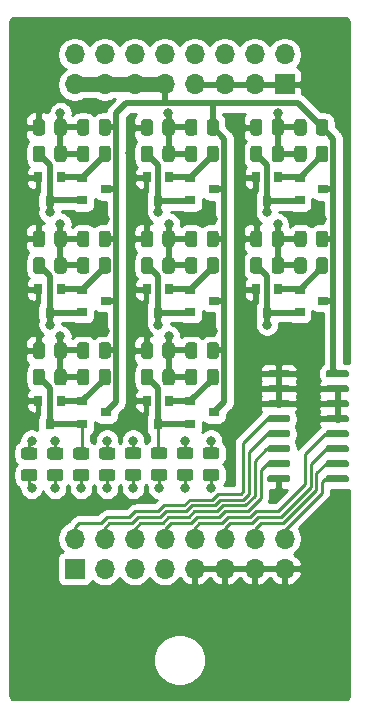
<source format=gbr>
%TF.GenerationSoftware,KiCad,Pcbnew,(5.1.9)-1*%
%TF.CreationDate,2021-05-23T18:22:43+01:00*%
%TF.ProjectId,ModulePullUpDown,4d6f6475-6c65-4507-956c-6c5570446f77,rev?*%
%TF.SameCoordinates,Original*%
%TF.FileFunction,Copper,L1,Top*%
%TF.FilePolarity,Positive*%
%FSLAX46Y46*%
G04 Gerber Fmt 4.6, Leading zero omitted, Abs format (unit mm)*
G04 Created by KiCad (PCBNEW (5.1.9)-1) date 2021-05-23 18:22:43*
%MOMM*%
%LPD*%
G01*
G04 APERTURE LIST*
%TA.AperFunction,ComponentPad*%
%ADD10R,1.700000X1.700000*%
%TD*%
%TA.AperFunction,ComponentPad*%
%ADD11O,1.700000X1.700000*%
%TD*%
%TA.AperFunction,SMDPad,CuDef*%
%ADD12R,0.800000X0.900000*%
%TD*%
%TA.AperFunction,SMDPad,CuDef*%
%ADD13R,0.900000X0.800000*%
%TD*%
%TA.AperFunction,ViaPad*%
%ADD14C,0.800000*%
%TD*%
%TA.AperFunction,Conductor*%
%ADD15C,0.500000*%
%TD*%
%TA.AperFunction,Conductor*%
%ADD16C,1.270000*%
%TD*%
%TA.AperFunction,Conductor*%
%ADD17C,0.250000*%
%TD*%
%TA.AperFunction,Conductor*%
%ADD18C,0.254000*%
%TD*%
%TA.AperFunction,Conductor*%
%ADD19C,0.100000*%
%TD*%
G04 APERTURE END LIST*
D10*
%TO.P,J1,1*%
%TO.N,+5V*%
X26110000Y-67770000D03*
D11*
%TO.P,J1,2*%
%TO.N,O0*%
X26110000Y-65230000D03*
%TO.P,J1,3*%
%TO.N,+5V*%
X28650000Y-67770000D03*
%TO.P,J1,4*%
%TO.N,O1*%
X28650000Y-65230000D03*
%TO.P,J1,5*%
%TO.N,+5V*%
X31190000Y-67770000D03*
%TO.P,J1,6*%
%TO.N,O2*%
X31190000Y-65230000D03*
%TO.P,J1,7*%
%TO.N,+5V*%
X33730000Y-67770000D03*
%TO.P,J1,8*%
%TO.N,O3*%
X33730000Y-65230000D03*
%TO.P,J1,9*%
%TO.N,GND*%
X36270000Y-67770000D03*
%TO.P,J1,10*%
%TO.N,O4*%
X36270000Y-65230000D03*
%TO.P,J1,11*%
%TO.N,GND*%
X38810000Y-67770000D03*
%TO.P,J1,12*%
%TO.N,O5*%
X38810000Y-65230000D03*
%TO.P,J1,13*%
%TO.N,GND*%
X41350000Y-67770000D03*
%TO.P,J1,14*%
%TO.N,O6*%
X41350000Y-65230000D03*
%TO.P,J1,15*%
%TO.N,GND*%
X43890000Y-67770000D03*
%TO.P,J1,16*%
%TO.N,O7*%
X43890000Y-65230000D03*
%TD*%
%TO.P,R38,1*%
%TO.N,O7*%
%TA.AperFunction,SMDPad,CuDef*%
G36*
G01*
X38106001Y-60349000D02*
X37205999Y-60349000D01*
G75*
G02*
X36956000Y-60099001I0J249999D01*
G01*
X36956000Y-59573999D01*
G75*
G02*
X37205999Y-59324000I249999J0D01*
G01*
X38106001Y-59324000D01*
G75*
G02*
X38356000Y-59573999I0J-249999D01*
G01*
X38356000Y-60099001D01*
G75*
G02*
X38106001Y-60349000I-249999J0D01*
G01*
G37*
%TD.AperFunction*%
%TO.P,R38,2*%
%TO.N,Net-(Q15-Pad2)*%
%TA.AperFunction,SMDPad,CuDef*%
G36*
G01*
X38106001Y-58524000D02*
X37205999Y-58524000D01*
G75*
G02*
X36956000Y-58274001I0J249999D01*
G01*
X36956000Y-57748999D01*
G75*
G02*
X37205999Y-57499000I249999J0D01*
G01*
X38106001Y-57499000D01*
G75*
G02*
X38356000Y-57748999I0J-249999D01*
G01*
X38356000Y-58274001D01*
G75*
G02*
X38106001Y-58524000I-249999J0D01*
G01*
G37*
%TD.AperFunction*%
%TD*%
%TO.P,R33,1*%
%TO.N,O6*%
%TA.AperFunction,SMDPad,CuDef*%
G36*
G01*
X35906001Y-60336500D02*
X35005999Y-60336500D01*
G75*
G02*
X34756000Y-60086501I0J249999D01*
G01*
X34756000Y-59561499D01*
G75*
G02*
X35005999Y-59311500I249999J0D01*
G01*
X35906001Y-59311500D01*
G75*
G02*
X36156000Y-59561499I0J-249999D01*
G01*
X36156000Y-60086501D01*
G75*
G02*
X35906001Y-60336500I-249999J0D01*
G01*
G37*
%TD.AperFunction*%
%TO.P,R33,2*%
%TO.N,Net-(Q13-Pad2)*%
%TA.AperFunction,SMDPad,CuDef*%
G36*
G01*
X35906001Y-58511500D02*
X35005999Y-58511500D01*
G75*
G02*
X34756000Y-58261501I0J249999D01*
G01*
X34756000Y-57736499D01*
G75*
G02*
X35005999Y-57486500I249999J0D01*
G01*
X35906001Y-57486500D01*
G75*
G02*
X36156000Y-57736499I0J-249999D01*
G01*
X36156000Y-58261501D01*
G75*
G02*
X35906001Y-58511500I-249999J0D01*
G01*
G37*
%TD.AperFunction*%
%TD*%
%TO.P,R28,1*%
%TO.N,O5*%
%TA.AperFunction,SMDPad,CuDef*%
G36*
G01*
X33706001Y-60336500D02*
X32805999Y-60336500D01*
G75*
G02*
X32556000Y-60086501I0J249999D01*
G01*
X32556000Y-59561499D01*
G75*
G02*
X32805999Y-59311500I249999J0D01*
G01*
X33706001Y-59311500D01*
G75*
G02*
X33956000Y-59561499I0J-249999D01*
G01*
X33956000Y-60086501D01*
G75*
G02*
X33706001Y-60336500I-249999J0D01*
G01*
G37*
%TD.AperFunction*%
%TO.P,R28,2*%
%TO.N,Net-(Q11-Pad2)*%
%TA.AperFunction,SMDPad,CuDef*%
G36*
G01*
X33706001Y-58511500D02*
X32805999Y-58511500D01*
G75*
G02*
X32556000Y-58261501I0J249999D01*
G01*
X32556000Y-57736499D01*
G75*
G02*
X32805999Y-57486500I249999J0D01*
G01*
X33706001Y-57486500D01*
G75*
G02*
X33956000Y-57736499I0J-249999D01*
G01*
X33956000Y-58261501D01*
G75*
G02*
X33706001Y-58511500I-249999J0D01*
G01*
G37*
%TD.AperFunction*%
%TD*%
%TO.P,R23,1*%
%TO.N,O4*%
%TA.AperFunction,SMDPad,CuDef*%
G36*
G01*
X31506001Y-60336500D02*
X30605999Y-60336500D01*
G75*
G02*
X30356000Y-60086501I0J249999D01*
G01*
X30356000Y-59561499D01*
G75*
G02*
X30605999Y-59311500I249999J0D01*
G01*
X31506001Y-59311500D01*
G75*
G02*
X31756000Y-59561499I0J-249999D01*
G01*
X31756000Y-60086501D01*
G75*
G02*
X31506001Y-60336500I-249999J0D01*
G01*
G37*
%TD.AperFunction*%
%TO.P,R23,2*%
%TO.N,Net-(Q10-Pad3)*%
%TA.AperFunction,SMDPad,CuDef*%
G36*
G01*
X31506001Y-58511500D02*
X30605999Y-58511500D01*
G75*
G02*
X30356000Y-58261501I0J249999D01*
G01*
X30356000Y-57736499D01*
G75*
G02*
X30605999Y-57486500I249999J0D01*
G01*
X31506001Y-57486500D01*
G75*
G02*
X31756000Y-57736499I0J-249999D01*
G01*
X31756000Y-58261501D01*
G75*
G02*
X31506001Y-58511500I-249999J0D01*
G01*
G37*
%TD.AperFunction*%
%TD*%
%TO.P,R18,1*%
%TO.N,O3*%
%TA.AperFunction,SMDPad,CuDef*%
G36*
G01*
X29306001Y-60361500D02*
X28405999Y-60361500D01*
G75*
G02*
X28156000Y-60111501I0J249999D01*
G01*
X28156000Y-59586499D01*
G75*
G02*
X28405999Y-59336500I249999J0D01*
G01*
X29306001Y-59336500D01*
G75*
G02*
X29556000Y-59586499I0J-249999D01*
G01*
X29556000Y-60111501D01*
G75*
G02*
X29306001Y-60361500I-249999J0D01*
G01*
G37*
%TD.AperFunction*%
%TO.P,R18,2*%
%TO.N,Net-(Q7-Pad2)*%
%TA.AperFunction,SMDPad,CuDef*%
G36*
G01*
X29306001Y-58536500D02*
X28405999Y-58536500D01*
G75*
G02*
X28156000Y-58286501I0J249999D01*
G01*
X28156000Y-57761499D01*
G75*
G02*
X28405999Y-57511500I249999J0D01*
G01*
X29306001Y-57511500D01*
G75*
G02*
X29556000Y-57761499I0J-249999D01*
G01*
X29556000Y-58286501D01*
G75*
G02*
X29306001Y-58536500I-249999J0D01*
G01*
G37*
%TD.AperFunction*%
%TD*%
%TO.P,R13,1*%
%TO.N,O2*%
%TA.AperFunction,SMDPad,CuDef*%
G36*
G01*
X27106001Y-60361500D02*
X26205999Y-60361500D01*
G75*
G02*
X25956000Y-60111501I0J249999D01*
G01*
X25956000Y-59586499D01*
G75*
G02*
X26205999Y-59336500I249999J0D01*
G01*
X27106001Y-59336500D01*
G75*
G02*
X27356000Y-59586499I0J-249999D01*
G01*
X27356000Y-60111501D01*
G75*
G02*
X27106001Y-60361500I-249999J0D01*
G01*
G37*
%TD.AperFunction*%
%TO.P,R13,2*%
%TO.N,Net-(Q5-Pad2)*%
%TA.AperFunction,SMDPad,CuDef*%
G36*
G01*
X27106001Y-58536500D02*
X26205999Y-58536500D01*
G75*
G02*
X25956000Y-58286501I0J249999D01*
G01*
X25956000Y-57761499D01*
G75*
G02*
X26205999Y-57511500I249999J0D01*
G01*
X27106001Y-57511500D01*
G75*
G02*
X27356000Y-57761499I0J-249999D01*
G01*
X27356000Y-58286501D01*
G75*
G02*
X27106001Y-58536500I-249999J0D01*
G01*
G37*
%TD.AperFunction*%
%TD*%
%TO.P,R8,1*%
%TO.N,O1*%
%TA.AperFunction,SMDPad,CuDef*%
G36*
G01*
X24906001Y-60361500D02*
X24005999Y-60361500D01*
G75*
G02*
X23756000Y-60111501I0J249999D01*
G01*
X23756000Y-59586499D01*
G75*
G02*
X24005999Y-59336500I249999J0D01*
G01*
X24906001Y-59336500D01*
G75*
G02*
X25156000Y-59586499I0J-249999D01*
G01*
X25156000Y-60111501D01*
G75*
G02*
X24906001Y-60361500I-249999J0D01*
G01*
G37*
%TD.AperFunction*%
%TO.P,R8,2*%
%TO.N,Net-(Q3-Pad2)*%
%TA.AperFunction,SMDPad,CuDef*%
G36*
G01*
X24906001Y-58536500D02*
X24005999Y-58536500D01*
G75*
G02*
X23756000Y-58286501I0J249999D01*
G01*
X23756000Y-57761499D01*
G75*
G02*
X24005999Y-57511500I249999J0D01*
G01*
X24906001Y-57511500D01*
G75*
G02*
X25156000Y-57761499I0J-249999D01*
G01*
X25156000Y-58286501D01*
G75*
G02*
X24906001Y-58536500I-249999J0D01*
G01*
G37*
%TD.AperFunction*%
%TD*%
%TO.P,R3,1*%
%TO.N,O0*%
%TA.AperFunction,SMDPad,CuDef*%
G36*
G01*
X22706001Y-60361500D02*
X21805999Y-60361500D01*
G75*
G02*
X21556000Y-60111501I0J249999D01*
G01*
X21556000Y-59586499D01*
G75*
G02*
X21805999Y-59336500I249999J0D01*
G01*
X22706001Y-59336500D01*
G75*
G02*
X22956000Y-59586499I0J-249999D01*
G01*
X22956000Y-60111501D01*
G75*
G02*
X22706001Y-60361500I-249999J0D01*
G01*
G37*
%TD.AperFunction*%
%TO.P,R3,2*%
%TO.N,Net-(Q1-Pad2)*%
%TA.AperFunction,SMDPad,CuDef*%
G36*
G01*
X22706001Y-58536500D02*
X21805999Y-58536500D01*
G75*
G02*
X21556000Y-58286501I0J249999D01*
G01*
X21556000Y-57761499D01*
G75*
G02*
X21805999Y-57511500I249999J0D01*
G01*
X22706001Y-57511500D01*
G75*
G02*
X22956000Y-57761499I0J-249999D01*
G01*
X22956000Y-58286501D01*
G75*
G02*
X22706001Y-58536500I-249999J0D01*
G01*
G37*
%TD.AperFunction*%
%TD*%
%TO.P,U1,16*%
%TO.N,+5V*%
%TA.AperFunction,SMDPad,CuDef*%
G36*
G01*
X47356000Y-51429000D02*
X47356000Y-51129000D01*
G75*
G02*
X47506000Y-50979000I150000J0D01*
G01*
X49156000Y-50979000D01*
G75*
G02*
X49306000Y-51129000I0J-150000D01*
G01*
X49306000Y-51429000D01*
G75*
G02*
X49156000Y-51579000I-150000J0D01*
G01*
X47506000Y-51579000D01*
G75*
G02*
X47356000Y-51429000I0J150000D01*
G01*
G37*
%TD.AperFunction*%
%TO.P,U1,15*%
%TO.N,GND*%
%TA.AperFunction,SMDPad,CuDef*%
G36*
G01*
X47356000Y-52699000D02*
X47356000Y-52399000D01*
G75*
G02*
X47506000Y-52249000I150000J0D01*
G01*
X49156000Y-52249000D01*
G75*
G02*
X49306000Y-52399000I0J-150000D01*
G01*
X49306000Y-52699000D01*
G75*
G02*
X49156000Y-52849000I-150000J0D01*
G01*
X47506000Y-52849000D01*
G75*
G02*
X47356000Y-52699000I0J150000D01*
G01*
G37*
%TD.AperFunction*%
%TO.P,U1,14*%
%TA.AperFunction,SMDPad,CuDef*%
G36*
G01*
X47356000Y-53969000D02*
X47356000Y-53669000D01*
G75*
G02*
X47506000Y-53519000I150000J0D01*
G01*
X49156000Y-53519000D01*
G75*
G02*
X49306000Y-53669000I0J-150000D01*
G01*
X49306000Y-53969000D01*
G75*
G02*
X49156000Y-54119000I-150000J0D01*
G01*
X47506000Y-54119000D01*
G75*
G02*
X47356000Y-53969000I0J150000D01*
G01*
G37*
%TD.AperFunction*%
%TO.P,U1,13*%
%TA.AperFunction,SMDPad,CuDef*%
G36*
G01*
X47356000Y-55239000D02*
X47356000Y-54939000D01*
G75*
G02*
X47506000Y-54789000I150000J0D01*
G01*
X49156000Y-54789000D01*
G75*
G02*
X49306000Y-54939000I0J-150000D01*
G01*
X49306000Y-55239000D01*
G75*
G02*
X49156000Y-55389000I-150000J0D01*
G01*
X47506000Y-55389000D01*
G75*
G02*
X47356000Y-55239000I0J150000D01*
G01*
G37*
%TD.AperFunction*%
%TO.P,U1,12*%
%TO.N,O4*%
%TA.AperFunction,SMDPad,CuDef*%
G36*
G01*
X47356000Y-56509000D02*
X47356000Y-56209000D01*
G75*
G02*
X47506000Y-56059000I150000J0D01*
G01*
X49156000Y-56059000D01*
G75*
G02*
X49306000Y-56209000I0J-150000D01*
G01*
X49306000Y-56509000D01*
G75*
G02*
X49156000Y-56659000I-150000J0D01*
G01*
X47506000Y-56659000D01*
G75*
G02*
X47356000Y-56509000I0J150000D01*
G01*
G37*
%TD.AperFunction*%
%TO.P,U1,11*%
%TO.N,O5*%
%TA.AperFunction,SMDPad,CuDef*%
G36*
G01*
X47356000Y-57779000D02*
X47356000Y-57479000D01*
G75*
G02*
X47506000Y-57329000I150000J0D01*
G01*
X49156000Y-57329000D01*
G75*
G02*
X49306000Y-57479000I0J-150000D01*
G01*
X49306000Y-57779000D01*
G75*
G02*
X49156000Y-57929000I-150000J0D01*
G01*
X47506000Y-57929000D01*
G75*
G02*
X47356000Y-57779000I0J150000D01*
G01*
G37*
%TD.AperFunction*%
%TO.P,U1,10*%
%TO.N,O6*%
%TA.AperFunction,SMDPad,CuDef*%
G36*
G01*
X47356000Y-59049000D02*
X47356000Y-58749000D01*
G75*
G02*
X47506000Y-58599000I150000J0D01*
G01*
X49156000Y-58599000D01*
G75*
G02*
X49306000Y-58749000I0J-150000D01*
G01*
X49306000Y-59049000D01*
G75*
G02*
X49156000Y-59199000I-150000J0D01*
G01*
X47506000Y-59199000D01*
G75*
G02*
X47356000Y-59049000I0J150000D01*
G01*
G37*
%TD.AperFunction*%
%TO.P,U1,9*%
%TO.N,O7*%
%TA.AperFunction,SMDPad,CuDef*%
G36*
G01*
X47356000Y-60319000D02*
X47356000Y-60019000D01*
G75*
G02*
X47506000Y-59869000I150000J0D01*
G01*
X49156000Y-59869000D01*
G75*
G02*
X49306000Y-60019000I0J-150000D01*
G01*
X49306000Y-60319000D01*
G75*
G02*
X49156000Y-60469000I-150000J0D01*
G01*
X47506000Y-60469000D01*
G75*
G02*
X47356000Y-60319000I0J150000D01*
G01*
G37*
%TD.AperFunction*%
%TO.P,U1,8*%
%TO.N,GND*%
%TA.AperFunction,SMDPad,CuDef*%
G36*
G01*
X42406000Y-60319000D02*
X42406000Y-60019000D01*
G75*
G02*
X42556000Y-59869000I150000J0D01*
G01*
X44206000Y-59869000D01*
G75*
G02*
X44356000Y-60019000I0J-150000D01*
G01*
X44356000Y-60319000D01*
G75*
G02*
X44206000Y-60469000I-150000J0D01*
G01*
X42556000Y-60469000D01*
G75*
G02*
X42406000Y-60319000I0J150000D01*
G01*
G37*
%TD.AperFunction*%
%TO.P,U1,7*%
%TO.N,O3*%
%TA.AperFunction,SMDPad,CuDef*%
G36*
G01*
X42406000Y-59049000D02*
X42406000Y-58749000D01*
G75*
G02*
X42556000Y-58599000I150000J0D01*
G01*
X44206000Y-58599000D01*
G75*
G02*
X44356000Y-58749000I0J-150000D01*
G01*
X44356000Y-59049000D01*
G75*
G02*
X44206000Y-59199000I-150000J0D01*
G01*
X42556000Y-59199000D01*
G75*
G02*
X42406000Y-59049000I0J150000D01*
G01*
G37*
%TD.AperFunction*%
%TO.P,U1,6*%
%TO.N,O2*%
%TA.AperFunction,SMDPad,CuDef*%
G36*
G01*
X42406000Y-57779000D02*
X42406000Y-57479000D01*
G75*
G02*
X42556000Y-57329000I150000J0D01*
G01*
X44206000Y-57329000D01*
G75*
G02*
X44356000Y-57479000I0J-150000D01*
G01*
X44356000Y-57779000D01*
G75*
G02*
X44206000Y-57929000I-150000J0D01*
G01*
X42556000Y-57929000D01*
G75*
G02*
X42406000Y-57779000I0J150000D01*
G01*
G37*
%TD.AperFunction*%
%TO.P,U1,5*%
%TO.N,O1*%
%TA.AperFunction,SMDPad,CuDef*%
G36*
G01*
X42406000Y-56509000D02*
X42406000Y-56209000D01*
G75*
G02*
X42556000Y-56059000I150000J0D01*
G01*
X44206000Y-56059000D01*
G75*
G02*
X44356000Y-56209000I0J-150000D01*
G01*
X44356000Y-56509000D01*
G75*
G02*
X44206000Y-56659000I-150000J0D01*
G01*
X42556000Y-56659000D01*
G75*
G02*
X42406000Y-56509000I0J150000D01*
G01*
G37*
%TD.AperFunction*%
%TO.P,U1,4*%
%TO.N,O0*%
%TA.AperFunction,SMDPad,CuDef*%
G36*
G01*
X42406000Y-55239000D02*
X42406000Y-54939000D01*
G75*
G02*
X42556000Y-54789000I150000J0D01*
G01*
X44206000Y-54789000D01*
G75*
G02*
X44356000Y-54939000I0J-150000D01*
G01*
X44356000Y-55239000D01*
G75*
G02*
X44206000Y-55389000I-150000J0D01*
G01*
X42556000Y-55389000D01*
G75*
G02*
X42406000Y-55239000I0J150000D01*
G01*
G37*
%TD.AperFunction*%
%TO.P,U1,3*%
%TO.N,GND*%
%TA.AperFunction,SMDPad,CuDef*%
G36*
G01*
X42406000Y-53969000D02*
X42406000Y-53669000D01*
G75*
G02*
X42556000Y-53519000I150000J0D01*
G01*
X44206000Y-53519000D01*
G75*
G02*
X44356000Y-53669000I0J-150000D01*
G01*
X44356000Y-53969000D01*
G75*
G02*
X44206000Y-54119000I-150000J0D01*
G01*
X42556000Y-54119000D01*
G75*
G02*
X42406000Y-53969000I0J150000D01*
G01*
G37*
%TD.AperFunction*%
%TO.P,U1,2*%
%TA.AperFunction,SMDPad,CuDef*%
G36*
G01*
X42406000Y-52699000D02*
X42406000Y-52399000D01*
G75*
G02*
X42556000Y-52249000I150000J0D01*
G01*
X44206000Y-52249000D01*
G75*
G02*
X44356000Y-52399000I0J-150000D01*
G01*
X44356000Y-52699000D01*
G75*
G02*
X44206000Y-52849000I-150000J0D01*
G01*
X42556000Y-52849000D01*
G75*
G02*
X42406000Y-52699000I0J150000D01*
G01*
G37*
%TD.AperFunction*%
%TO.P,U1,1*%
%TA.AperFunction,SMDPad,CuDef*%
G36*
G01*
X42406000Y-51429000D02*
X42406000Y-51129000D01*
G75*
G02*
X42556000Y-50979000I150000J0D01*
G01*
X44206000Y-50979000D01*
G75*
G02*
X44356000Y-51129000I0J-150000D01*
G01*
X44356000Y-51429000D01*
G75*
G02*
X44206000Y-51579000I-150000J0D01*
G01*
X42556000Y-51579000D01*
G75*
G02*
X42406000Y-51429000I0J150000D01*
G01*
G37*
%TD.AperFunction*%
%TD*%
%TO.P,R40,2*%
%TO.N,I7*%
%TA.AperFunction,SMDPad,CuDef*%
G36*
G01*
X42800000Y-42550001D02*
X42800000Y-41649999D01*
G75*
G02*
X43049999Y-41400000I249999J0D01*
G01*
X43575001Y-41400000D01*
G75*
G02*
X43825000Y-41649999I0J-249999D01*
G01*
X43825000Y-42550001D01*
G75*
G02*
X43575001Y-42800000I-249999J0D01*
G01*
X43049999Y-42800000D01*
G75*
G02*
X42800000Y-42550001I0J249999D01*
G01*
G37*
%TD.AperFunction*%
%TO.P,R40,1*%
%TO.N,Net-(Q15-Pad2)*%
%TA.AperFunction,SMDPad,CuDef*%
G36*
G01*
X40975000Y-42550001D02*
X40975000Y-41649999D01*
G75*
G02*
X41224999Y-41400000I249999J0D01*
G01*
X41750001Y-41400000D01*
G75*
G02*
X42000000Y-41649999I0J-249999D01*
G01*
X42000000Y-42550001D01*
G75*
G02*
X41750001Y-42800000I-249999J0D01*
G01*
X41224999Y-42800000D01*
G75*
G02*
X40975000Y-42550001I0J249999D01*
G01*
G37*
%TD.AperFunction*%
%TD*%
%TO.P,R39,2*%
%TO.N,I7*%
%TA.AperFunction,SMDPad,CuDef*%
G36*
G01*
X42800000Y-40300001D02*
X42800000Y-39399999D01*
G75*
G02*
X43049999Y-39150000I249999J0D01*
G01*
X43575001Y-39150000D01*
G75*
G02*
X43825000Y-39399999I0J-249999D01*
G01*
X43825000Y-40300001D01*
G75*
G02*
X43575001Y-40550000I-249999J0D01*
G01*
X43049999Y-40550000D01*
G75*
G02*
X42800000Y-40300001I0J249999D01*
G01*
G37*
%TD.AperFunction*%
%TO.P,R39,1*%
%TO.N,GND*%
%TA.AperFunction,SMDPad,CuDef*%
G36*
G01*
X40975000Y-40300001D02*
X40975000Y-39399999D01*
G75*
G02*
X41224999Y-39150000I249999J0D01*
G01*
X41750001Y-39150000D01*
G75*
G02*
X42000000Y-39399999I0J-249999D01*
G01*
X42000000Y-40300001D01*
G75*
G02*
X41750001Y-40550000I-249999J0D01*
G01*
X41224999Y-40550000D01*
G75*
G02*
X40975000Y-40300001I0J249999D01*
G01*
G37*
%TD.AperFunction*%
%TD*%
%TO.P,R37,2*%
%TO.N,Net-(Q15-Pad1)*%
%TA.AperFunction,SMDPad,CuDef*%
G36*
G01*
X46550000Y-42550001D02*
X46550000Y-41649999D01*
G75*
G02*
X46799999Y-41400000I249999J0D01*
G01*
X47325001Y-41400000D01*
G75*
G02*
X47575000Y-41649999I0J-249999D01*
G01*
X47575000Y-42550001D01*
G75*
G02*
X47325001Y-42800000I-249999J0D01*
G01*
X46799999Y-42800000D01*
G75*
G02*
X46550000Y-42550001I0J249999D01*
G01*
G37*
%TD.AperFunction*%
%TO.P,R37,1*%
%TO.N,I7*%
%TA.AperFunction,SMDPad,CuDef*%
G36*
G01*
X44725000Y-42550001D02*
X44725000Y-41649999D01*
G75*
G02*
X44974999Y-41400000I249999J0D01*
G01*
X45500001Y-41400000D01*
G75*
G02*
X45750000Y-41649999I0J-249999D01*
G01*
X45750000Y-42550001D01*
G75*
G02*
X45500001Y-42800000I-249999J0D01*
G01*
X44974999Y-42800000D01*
G75*
G02*
X44725000Y-42550001I0J249999D01*
G01*
G37*
%TD.AperFunction*%
%TD*%
%TO.P,R36,2*%
%TO.N,+5V*%
%TA.AperFunction,SMDPad,CuDef*%
G36*
G01*
X46550000Y-40300001D02*
X46550000Y-39399999D01*
G75*
G02*
X46799999Y-39150000I249999J0D01*
G01*
X47325001Y-39150000D01*
G75*
G02*
X47575000Y-39399999I0J-249999D01*
G01*
X47575000Y-40300001D01*
G75*
G02*
X47325001Y-40550000I-249999J0D01*
G01*
X46799999Y-40550000D01*
G75*
G02*
X46550000Y-40300001I0J249999D01*
G01*
G37*
%TD.AperFunction*%
%TO.P,R36,1*%
%TO.N,I7*%
%TA.AperFunction,SMDPad,CuDef*%
G36*
G01*
X44725000Y-40300001D02*
X44725000Y-39399999D01*
G75*
G02*
X44974999Y-39150000I249999J0D01*
G01*
X45500001Y-39150000D01*
G75*
G02*
X45750000Y-39399999I0J-249999D01*
G01*
X45750000Y-40300001D01*
G75*
G02*
X45500001Y-40550000I-249999J0D01*
G01*
X44974999Y-40550000D01*
G75*
G02*
X44725000Y-40300001I0J249999D01*
G01*
G37*
%TD.AperFunction*%
%TD*%
%TO.P,R35,2*%
%TO.N,I6*%
%TA.AperFunction,SMDPad,CuDef*%
G36*
G01*
X42800000Y-33100001D02*
X42800000Y-32199999D01*
G75*
G02*
X43049999Y-31950000I249999J0D01*
G01*
X43575001Y-31950000D01*
G75*
G02*
X43825000Y-32199999I0J-249999D01*
G01*
X43825000Y-33100001D01*
G75*
G02*
X43575001Y-33350000I-249999J0D01*
G01*
X43049999Y-33350000D01*
G75*
G02*
X42800000Y-33100001I0J249999D01*
G01*
G37*
%TD.AperFunction*%
%TO.P,R35,1*%
%TO.N,Net-(Q13-Pad2)*%
%TA.AperFunction,SMDPad,CuDef*%
G36*
G01*
X40975000Y-33100001D02*
X40975000Y-32199999D01*
G75*
G02*
X41224999Y-31950000I249999J0D01*
G01*
X41750001Y-31950000D01*
G75*
G02*
X42000000Y-32199999I0J-249999D01*
G01*
X42000000Y-33100001D01*
G75*
G02*
X41750001Y-33350000I-249999J0D01*
G01*
X41224999Y-33350000D01*
G75*
G02*
X40975000Y-33100001I0J249999D01*
G01*
G37*
%TD.AperFunction*%
%TD*%
%TO.P,R34,2*%
%TO.N,I6*%
%TA.AperFunction,SMDPad,CuDef*%
G36*
G01*
X42800000Y-30850001D02*
X42800000Y-29949999D01*
G75*
G02*
X43049999Y-29700000I249999J0D01*
G01*
X43575001Y-29700000D01*
G75*
G02*
X43825000Y-29949999I0J-249999D01*
G01*
X43825000Y-30850001D01*
G75*
G02*
X43575001Y-31100000I-249999J0D01*
G01*
X43049999Y-31100000D01*
G75*
G02*
X42800000Y-30850001I0J249999D01*
G01*
G37*
%TD.AperFunction*%
%TO.P,R34,1*%
%TO.N,GND*%
%TA.AperFunction,SMDPad,CuDef*%
G36*
G01*
X40975000Y-30850001D02*
X40975000Y-29949999D01*
G75*
G02*
X41224999Y-29700000I249999J0D01*
G01*
X41750001Y-29700000D01*
G75*
G02*
X42000000Y-29949999I0J-249999D01*
G01*
X42000000Y-30850001D01*
G75*
G02*
X41750001Y-31100000I-249999J0D01*
G01*
X41224999Y-31100000D01*
G75*
G02*
X40975000Y-30850001I0J249999D01*
G01*
G37*
%TD.AperFunction*%
%TD*%
%TO.P,R32,2*%
%TO.N,Net-(Q13-Pad1)*%
%TA.AperFunction,SMDPad,CuDef*%
G36*
G01*
X46550000Y-33100001D02*
X46550000Y-32199999D01*
G75*
G02*
X46799999Y-31950000I249999J0D01*
G01*
X47325001Y-31950000D01*
G75*
G02*
X47575000Y-32199999I0J-249999D01*
G01*
X47575000Y-33100001D01*
G75*
G02*
X47325001Y-33350000I-249999J0D01*
G01*
X46799999Y-33350000D01*
G75*
G02*
X46550000Y-33100001I0J249999D01*
G01*
G37*
%TD.AperFunction*%
%TO.P,R32,1*%
%TO.N,I6*%
%TA.AperFunction,SMDPad,CuDef*%
G36*
G01*
X44725000Y-33100001D02*
X44725000Y-32199999D01*
G75*
G02*
X44974999Y-31950000I249999J0D01*
G01*
X45500001Y-31950000D01*
G75*
G02*
X45750000Y-32199999I0J-249999D01*
G01*
X45750000Y-33100001D01*
G75*
G02*
X45500001Y-33350000I-249999J0D01*
G01*
X44974999Y-33350000D01*
G75*
G02*
X44725000Y-33100001I0J249999D01*
G01*
G37*
%TD.AperFunction*%
%TD*%
%TO.P,R31,2*%
%TO.N,+5V*%
%TA.AperFunction,SMDPad,CuDef*%
G36*
G01*
X46550000Y-30850001D02*
X46550000Y-29949999D01*
G75*
G02*
X46799999Y-29700000I249999J0D01*
G01*
X47325001Y-29700000D01*
G75*
G02*
X47575000Y-29949999I0J-249999D01*
G01*
X47575000Y-30850001D01*
G75*
G02*
X47325001Y-31100000I-249999J0D01*
G01*
X46799999Y-31100000D01*
G75*
G02*
X46550000Y-30850001I0J249999D01*
G01*
G37*
%TD.AperFunction*%
%TO.P,R31,1*%
%TO.N,I6*%
%TA.AperFunction,SMDPad,CuDef*%
G36*
G01*
X44725000Y-30850001D02*
X44725000Y-29949999D01*
G75*
G02*
X44974999Y-29700000I249999J0D01*
G01*
X45500001Y-29700000D01*
G75*
G02*
X45750000Y-29949999I0J-249999D01*
G01*
X45750000Y-30850001D01*
G75*
G02*
X45500001Y-31100000I-249999J0D01*
G01*
X44974999Y-31100000D01*
G75*
G02*
X44725000Y-30850001I0J249999D01*
G01*
G37*
%TD.AperFunction*%
%TD*%
%TO.P,R30,2*%
%TO.N,I5*%
%TA.AperFunction,SMDPad,CuDef*%
G36*
G01*
X33550000Y-52000001D02*
X33550000Y-51099999D01*
G75*
G02*
X33799999Y-50850000I249999J0D01*
G01*
X34325001Y-50850000D01*
G75*
G02*
X34575000Y-51099999I0J-249999D01*
G01*
X34575000Y-52000001D01*
G75*
G02*
X34325001Y-52250000I-249999J0D01*
G01*
X33799999Y-52250000D01*
G75*
G02*
X33550000Y-52000001I0J249999D01*
G01*
G37*
%TD.AperFunction*%
%TO.P,R30,1*%
%TO.N,Net-(Q11-Pad2)*%
%TA.AperFunction,SMDPad,CuDef*%
G36*
G01*
X31725000Y-52000001D02*
X31725000Y-51099999D01*
G75*
G02*
X31974999Y-50850000I249999J0D01*
G01*
X32500001Y-50850000D01*
G75*
G02*
X32750000Y-51099999I0J-249999D01*
G01*
X32750000Y-52000001D01*
G75*
G02*
X32500001Y-52250000I-249999J0D01*
G01*
X31974999Y-52250000D01*
G75*
G02*
X31725000Y-52000001I0J249999D01*
G01*
G37*
%TD.AperFunction*%
%TD*%
%TO.P,R29,2*%
%TO.N,I5*%
%TA.AperFunction,SMDPad,CuDef*%
G36*
G01*
X33550000Y-49750001D02*
X33550000Y-48849999D01*
G75*
G02*
X33799999Y-48600000I249999J0D01*
G01*
X34325001Y-48600000D01*
G75*
G02*
X34575000Y-48849999I0J-249999D01*
G01*
X34575000Y-49750001D01*
G75*
G02*
X34325001Y-50000000I-249999J0D01*
G01*
X33799999Y-50000000D01*
G75*
G02*
X33550000Y-49750001I0J249999D01*
G01*
G37*
%TD.AperFunction*%
%TO.P,R29,1*%
%TO.N,GND*%
%TA.AperFunction,SMDPad,CuDef*%
G36*
G01*
X31725000Y-49750001D02*
X31725000Y-48849999D01*
G75*
G02*
X31974999Y-48600000I249999J0D01*
G01*
X32500001Y-48600000D01*
G75*
G02*
X32750000Y-48849999I0J-249999D01*
G01*
X32750000Y-49750001D01*
G75*
G02*
X32500001Y-50000000I-249999J0D01*
G01*
X31974999Y-50000000D01*
G75*
G02*
X31725000Y-49750001I0J249999D01*
G01*
G37*
%TD.AperFunction*%
%TD*%
%TO.P,R27,2*%
%TO.N,Net-(Q11-Pad1)*%
%TA.AperFunction,SMDPad,CuDef*%
G36*
G01*
X37300000Y-52000001D02*
X37300000Y-51099999D01*
G75*
G02*
X37549999Y-50850000I249999J0D01*
G01*
X38075001Y-50850000D01*
G75*
G02*
X38325000Y-51099999I0J-249999D01*
G01*
X38325000Y-52000001D01*
G75*
G02*
X38075001Y-52250000I-249999J0D01*
G01*
X37549999Y-52250000D01*
G75*
G02*
X37300000Y-52000001I0J249999D01*
G01*
G37*
%TD.AperFunction*%
%TO.P,R27,1*%
%TO.N,I5*%
%TA.AperFunction,SMDPad,CuDef*%
G36*
G01*
X35475000Y-52000001D02*
X35475000Y-51099999D01*
G75*
G02*
X35724999Y-50850000I249999J0D01*
G01*
X36250001Y-50850000D01*
G75*
G02*
X36500000Y-51099999I0J-249999D01*
G01*
X36500000Y-52000001D01*
G75*
G02*
X36250001Y-52250000I-249999J0D01*
G01*
X35724999Y-52250000D01*
G75*
G02*
X35475000Y-52000001I0J249999D01*
G01*
G37*
%TD.AperFunction*%
%TD*%
%TO.P,R26,2*%
%TO.N,+5V*%
%TA.AperFunction,SMDPad,CuDef*%
G36*
G01*
X37300000Y-49750001D02*
X37300000Y-48849999D01*
G75*
G02*
X37549999Y-48600000I249999J0D01*
G01*
X38075001Y-48600000D01*
G75*
G02*
X38325000Y-48849999I0J-249999D01*
G01*
X38325000Y-49750001D01*
G75*
G02*
X38075001Y-50000000I-249999J0D01*
G01*
X37549999Y-50000000D01*
G75*
G02*
X37300000Y-49750001I0J249999D01*
G01*
G37*
%TD.AperFunction*%
%TO.P,R26,1*%
%TO.N,I5*%
%TA.AperFunction,SMDPad,CuDef*%
G36*
G01*
X35475000Y-49750001D02*
X35475000Y-48849999D01*
G75*
G02*
X35724999Y-48600000I249999J0D01*
G01*
X36250001Y-48600000D01*
G75*
G02*
X36500000Y-48849999I0J-249999D01*
G01*
X36500000Y-49750001D01*
G75*
G02*
X36250001Y-50000000I-249999J0D01*
G01*
X35724999Y-50000000D01*
G75*
G02*
X35475000Y-49750001I0J249999D01*
G01*
G37*
%TD.AperFunction*%
%TD*%
%TO.P,R25,2*%
%TO.N,I4*%
%TA.AperFunction,SMDPad,CuDef*%
G36*
G01*
X33550000Y-42550001D02*
X33550000Y-41649999D01*
G75*
G02*
X33799999Y-41400000I249999J0D01*
G01*
X34325001Y-41400000D01*
G75*
G02*
X34575000Y-41649999I0J-249999D01*
G01*
X34575000Y-42550001D01*
G75*
G02*
X34325001Y-42800000I-249999J0D01*
G01*
X33799999Y-42800000D01*
G75*
G02*
X33550000Y-42550001I0J249999D01*
G01*
G37*
%TD.AperFunction*%
%TO.P,R25,1*%
%TO.N,Net-(Q10-Pad3)*%
%TA.AperFunction,SMDPad,CuDef*%
G36*
G01*
X31725000Y-42550001D02*
X31725000Y-41649999D01*
G75*
G02*
X31974999Y-41400000I249999J0D01*
G01*
X32500001Y-41400000D01*
G75*
G02*
X32750000Y-41649999I0J-249999D01*
G01*
X32750000Y-42550001D01*
G75*
G02*
X32500001Y-42800000I-249999J0D01*
G01*
X31974999Y-42800000D01*
G75*
G02*
X31725000Y-42550001I0J249999D01*
G01*
G37*
%TD.AperFunction*%
%TD*%
%TO.P,R24,2*%
%TO.N,I4*%
%TA.AperFunction,SMDPad,CuDef*%
G36*
G01*
X33550000Y-40300001D02*
X33550000Y-39399999D01*
G75*
G02*
X33799999Y-39150000I249999J0D01*
G01*
X34325001Y-39150000D01*
G75*
G02*
X34575000Y-39399999I0J-249999D01*
G01*
X34575000Y-40300001D01*
G75*
G02*
X34325001Y-40550000I-249999J0D01*
G01*
X33799999Y-40550000D01*
G75*
G02*
X33550000Y-40300001I0J249999D01*
G01*
G37*
%TD.AperFunction*%
%TO.P,R24,1*%
%TO.N,GND*%
%TA.AperFunction,SMDPad,CuDef*%
G36*
G01*
X31725000Y-40300001D02*
X31725000Y-39399999D01*
G75*
G02*
X31974999Y-39150000I249999J0D01*
G01*
X32500001Y-39150000D01*
G75*
G02*
X32750000Y-39399999I0J-249999D01*
G01*
X32750000Y-40300001D01*
G75*
G02*
X32500001Y-40550000I-249999J0D01*
G01*
X31974999Y-40550000D01*
G75*
G02*
X31725000Y-40300001I0J249999D01*
G01*
G37*
%TD.AperFunction*%
%TD*%
%TO.P,R22,2*%
%TO.N,Net-(Q10-Pad1)*%
%TA.AperFunction,SMDPad,CuDef*%
G36*
G01*
X37300000Y-42550001D02*
X37300000Y-41649999D01*
G75*
G02*
X37549999Y-41400000I249999J0D01*
G01*
X38075001Y-41400000D01*
G75*
G02*
X38325000Y-41649999I0J-249999D01*
G01*
X38325000Y-42550001D01*
G75*
G02*
X38075001Y-42800000I-249999J0D01*
G01*
X37549999Y-42800000D01*
G75*
G02*
X37300000Y-42550001I0J249999D01*
G01*
G37*
%TD.AperFunction*%
%TO.P,R22,1*%
%TO.N,I4*%
%TA.AperFunction,SMDPad,CuDef*%
G36*
G01*
X35475000Y-42550001D02*
X35475000Y-41649999D01*
G75*
G02*
X35724999Y-41400000I249999J0D01*
G01*
X36250001Y-41400000D01*
G75*
G02*
X36500000Y-41649999I0J-249999D01*
G01*
X36500000Y-42550001D01*
G75*
G02*
X36250001Y-42800000I-249999J0D01*
G01*
X35724999Y-42800000D01*
G75*
G02*
X35475000Y-42550001I0J249999D01*
G01*
G37*
%TD.AperFunction*%
%TD*%
%TO.P,R21,2*%
%TO.N,+5V*%
%TA.AperFunction,SMDPad,CuDef*%
G36*
G01*
X37300000Y-40300001D02*
X37300000Y-39399999D01*
G75*
G02*
X37549999Y-39150000I249999J0D01*
G01*
X38075001Y-39150000D01*
G75*
G02*
X38325000Y-39399999I0J-249999D01*
G01*
X38325000Y-40300001D01*
G75*
G02*
X38075001Y-40550000I-249999J0D01*
G01*
X37549999Y-40550000D01*
G75*
G02*
X37300000Y-40300001I0J249999D01*
G01*
G37*
%TD.AperFunction*%
%TO.P,R21,1*%
%TO.N,I4*%
%TA.AperFunction,SMDPad,CuDef*%
G36*
G01*
X35475000Y-40300001D02*
X35475000Y-39399999D01*
G75*
G02*
X35724999Y-39150000I249999J0D01*
G01*
X36250001Y-39150000D01*
G75*
G02*
X36500000Y-39399999I0J-249999D01*
G01*
X36500000Y-40300001D01*
G75*
G02*
X36250001Y-40550000I-249999J0D01*
G01*
X35724999Y-40550000D01*
G75*
G02*
X35475000Y-40300001I0J249999D01*
G01*
G37*
%TD.AperFunction*%
%TD*%
%TO.P,R20,2*%
%TO.N,I3*%
%TA.AperFunction,SMDPad,CuDef*%
G36*
G01*
X33550000Y-33100001D02*
X33550000Y-32199999D01*
G75*
G02*
X33799999Y-31950000I249999J0D01*
G01*
X34325001Y-31950000D01*
G75*
G02*
X34575000Y-32199999I0J-249999D01*
G01*
X34575000Y-33100001D01*
G75*
G02*
X34325001Y-33350000I-249999J0D01*
G01*
X33799999Y-33350000D01*
G75*
G02*
X33550000Y-33100001I0J249999D01*
G01*
G37*
%TD.AperFunction*%
%TO.P,R20,1*%
%TO.N,Net-(Q7-Pad2)*%
%TA.AperFunction,SMDPad,CuDef*%
G36*
G01*
X31725000Y-33100001D02*
X31725000Y-32199999D01*
G75*
G02*
X31974999Y-31950000I249999J0D01*
G01*
X32500001Y-31950000D01*
G75*
G02*
X32750000Y-32199999I0J-249999D01*
G01*
X32750000Y-33100001D01*
G75*
G02*
X32500001Y-33350000I-249999J0D01*
G01*
X31974999Y-33350000D01*
G75*
G02*
X31725000Y-33100001I0J249999D01*
G01*
G37*
%TD.AperFunction*%
%TD*%
%TO.P,R19,2*%
%TO.N,I3*%
%TA.AperFunction,SMDPad,CuDef*%
G36*
G01*
X33550000Y-30850001D02*
X33550000Y-29949999D01*
G75*
G02*
X33799999Y-29700000I249999J0D01*
G01*
X34325001Y-29700000D01*
G75*
G02*
X34575000Y-29949999I0J-249999D01*
G01*
X34575000Y-30850001D01*
G75*
G02*
X34325001Y-31100000I-249999J0D01*
G01*
X33799999Y-31100000D01*
G75*
G02*
X33550000Y-30850001I0J249999D01*
G01*
G37*
%TD.AperFunction*%
%TO.P,R19,1*%
%TO.N,GND*%
%TA.AperFunction,SMDPad,CuDef*%
G36*
G01*
X31725000Y-30850001D02*
X31725000Y-29949999D01*
G75*
G02*
X31974999Y-29700000I249999J0D01*
G01*
X32500001Y-29700000D01*
G75*
G02*
X32750000Y-29949999I0J-249999D01*
G01*
X32750000Y-30850001D01*
G75*
G02*
X32500001Y-31100000I-249999J0D01*
G01*
X31974999Y-31100000D01*
G75*
G02*
X31725000Y-30850001I0J249999D01*
G01*
G37*
%TD.AperFunction*%
%TD*%
%TO.P,R17,2*%
%TO.N,Net-(Q7-Pad1)*%
%TA.AperFunction,SMDPad,CuDef*%
G36*
G01*
X37300000Y-33100001D02*
X37300000Y-32199999D01*
G75*
G02*
X37549999Y-31950000I249999J0D01*
G01*
X38075001Y-31950000D01*
G75*
G02*
X38325000Y-32199999I0J-249999D01*
G01*
X38325000Y-33100001D01*
G75*
G02*
X38075001Y-33350000I-249999J0D01*
G01*
X37549999Y-33350000D01*
G75*
G02*
X37300000Y-33100001I0J249999D01*
G01*
G37*
%TD.AperFunction*%
%TO.P,R17,1*%
%TO.N,I3*%
%TA.AperFunction,SMDPad,CuDef*%
G36*
G01*
X35475000Y-33100001D02*
X35475000Y-32199999D01*
G75*
G02*
X35724999Y-31950000I249999J0D01*
G01*
X36250001Y-31950000D01*
G75*
G02*
X36500000Y-32199999I0J-249999D01*
G01*
X36500000Y-33100001D01*
G75*
G02*
X36250001Y-33350000I-249999J0D01*
G01*
X35724999Y-33350000D01*
G75*
G02*
X35475000Y-33100001I0J249999D01*
G01*
G37*
%TD.AperFunction*%
%TD*%
%TO.P,R16,2*%
%TO.N,+5V*%
%TA.AperFunction,SMDPad,CuDef*%
G36*
G01*
X37300000Y-30850001D02*
X37300000Y-29949999D01*
G75*
G02*
X37549999Y-29700000I249999J0D01*
G01*
X38075001Y-29700000D01*
G75*
G02*
X38325000Y-29949999I0J-249999D01*
G01*
X38325000Y-30850001D01*
G75*
G02*
X38075001Y-31100000I-249999J0D01*
G01*
X37549999Y-31100000D01*
G75*
G02*
X37300000Y-30850001I0J249999D01*
G01*
G37*
%TD.AperFunction*%
%TO.P,R16,1*%
%TO.N,I3*%
%TA.AperFunction,SMDPad,CuDef*%
G36*
G01*
X35475000Y-30850001D02*
X35475000Y-29949999D01*
G75*
G02*
X35724999Y-29700000I249999J0D01*
G01*
X36250001Y-29700000D01*
G75*
G02*
X36500000Y-29949999I0J-249999D01*
G01*
X36500000Y-30850001D01*
G75*
G02*
X36250001Y-31100000I-249999J0D01*
G01*
X35724999Y-31100000D01*
G75*
G02*
X35475000Y-30850001I0J249999D01*
G01*
G37*
%TD.AperFunction*%
%TD*%
%TO.P,R15,2*%
%TO.N,I2*%
%TA.AperFunction,SMDPad,CuDef*%
G36*
G01*
X24400000Y-52000001D02*
X24400000Y-51099999D01*
G75*
G02*
X24649999Y-50850000I249999J0D01*
G01*
X25175001Y-50850000D01*
G75*
G02*
X25425000Y-51099999I0J-249999D01*
G01*
X25425000Y-52000001D01*
G75*
G02*
X25175001Y-52250000I-249999J0D01*
G01*
X24649999Y-52250000D01*
G75*
G02*
X24400000Y-52000001I0J249999D01*
G01*
G37*
%TD.AperFunction*%
%TO.P,R15,1*%
%TO.N,Net-(Q5-Pad2)*%
%TA.AperFunction,SMDPad,CuDef*%
G36*
G01*
X22575000Y-52000001D02*
X22575000Y-51099999D01*
G75*
G02*
X22824999Y-50850000I249999J0D01*
G01*
X23350001Y-50850000D01*
G75*
G02*
X23600000Y-51099999I0J-249999D01*
G01*
X23600000Y-52000001D01*
G75*
G02*
X23350001Y-52250000I-249999J0D01*
G01*
X22824999Y-52250000D01*
G75*
G02*
X22575000Y-52000001I0J249999D01*
G01*
G37*
%TD.AperFunction*%
%TD*%
%TO.P,R14,2*%
%TO.N,I2*%
%TA.AperFunction,SMDPad,CuDef*%
G36*
G01*
X24400000Y-49750001D02*
X24400000Y-48849999D01*
G75*
G02*
X24649999Y-48600000I249999J0D01*
G01*
X25175001Y-48600000D01*
G75*
G02*
X25425000Y-48849999I0J-249999D01*
G01*
X25425000Y-49750001D01*
G75*
G02*
X25175001Y-50000000I-249999J0D01*
G01*
X24649999Y-50000000D01*
G75*
G02*
X24400000Y-49750001I0J249999D01*
G01*
G37*
%TD.AperFunction*%
%TO.P,R14,1*%
%TO.N,GND*%
%TA.AperFunction,SMDPad,CuDef*%
G36*
G01*
X22575000Y-49750001D02*
X22575000Y-48849999D01*
G75*
G02*
X22824999Y-48600000I249999J0D01*
G01*
X23350001Y-48600000D01*
G75*
G02*
X23600000Y-48849999I0J-249999D01*
G01*
X23600000Y-49750001D01*
G75*
G02*
X23350001Y-50000000I-249999J0D01*
G01*
X22824999Y-50000000D01*
G75*
G02*
X22575000Y-49750001I0J249999D01*
G01*
G37*
%TD.AperFunction*%
%TD*%
%TO.P,R12,2*%
%TO.N,Net-(Q5-Pad1)*%
%TA.AperFunction,SMDPad,CuDef*%
G36*
G01*
X28150000Y-52000001D02*
X28150000Y-51099999D01*
G75*
G02*
X28399999Y-50850000I249999J0D01*
G01*
X28925001Y-50850000D01*
G75*
G02*
X29175000Y-51099999I0J-249999D01*
G01*
X29175000Y-52000001D01*
G75*
G02*
X28925001Y-52250000I-249999J0D01*
G01*
X28399999Y-52250000D01*
G75*
G02*
X28150000Y-52000001I0J249999D01*
G01*
G37*
%TD.AperFunction*%
%TO.P,R12,1*%
%TO.N,I2*%
%TA.AperFunction,SMDPad,CuDef*%
G36*
G01*
X26325000Y-52000001D02*
X26325000Y-51099999D01*
G75*
G02*
X26574999Y-50850000I249999J0D01*
G01*
X27100001Y-50850000D01*
G75*
G02*
X27350000Y-51099999I0J-249999D01*
G01*
X27350000Y-52000001D01*
G75*
G02*
X27100001Y-52250000I-249999J0D01*
G01*
X26574999Y-52250000D01*
G75*
G02*
X26325000Y-52000001I0J249999D01*
G01*
G37*
%TD.AperFunction*%
%TD*%
%TO.P,R11,2*%
%TO.N,+5V*%
%TA.AperFunction,SMDPad,CuDef*%
G36*
G01*
X28150000Y-49750001D02*
X28150000Y-48849999D01*
G75*
G02*
X28399999Y-48600000I249999J0D01*
G01*
X28925001Y-48600000D01*
G75*
G02*
X29175000Y-48849999I0J-249999D01*
G01*
X29175000Y-49750001D01*
G75*
G02*
X28925001Y-50000000I-249999J0D01*
G01*
X28399999Y-50000000D01*
G75*
G02*
X28150000Y-49750001I0J249999D01*
G01*
G37*
%TD.AperFunction*%
%TO.P,R11,1*%
%TO.N,I2*%
%TA.AperFunction,SMDPad,CuDef*%
G36*
G01*
X26325000Y-49750001D02*
X26325000Y-48849999D01*
G75*
G02*
X26574999Y-48600000I249999J0D01*
G01*
X27100001Y-48600000D01*
G75*
G02*
X27350000Y-48849999I0J-249999D01*
G01*
X27350000Y-49750001D01*
G75*
G02*
X27100001Y-50000000I-249999J0D01*
G01*
X26574999Y-50000000D01*
G75*
G02*
X26325000Y-49750001I0J249999D01*
G01*
G37*
%TD.AperFunction*%
%TD*%
%TO.P,R10,2*%
%TO.N,I1*%
%TA.AperFunction,SMDPad,CuDef*%
G36*
G01*
X24400000Y-42550001D02*
X24400000Y-41649999D01*
G75*
G02*
X24649999Y-41400000I249999J0D01*
G01*
X25175001Y-41400000D01*
G75*
G02*
X25425000Y-41649999I0J-249999D01*
G01*
X25425000Y-42550001D01*
G75*
G02*
X25175001Y-42800000I-249999J0D01*
G01*
X24649999Y-42800000D01*
G75*
G02*
X24400000Y-42550001I0J249999D01*
G01*
G37*
%TD.AperFunction*%
%TO.P,R10,1*%
%TO.N,Net-(Q3-Pad2)*%
%TA.AperFunction,SMDPad,CuDef*%
G36*
G01*
X22575000Y-42550001D02*
X22575000Y-41649999D01*
G75*
G02*
X22824999Y-41400000I249999J0D01*
G01*
X23350001Y-41400000D01*
G75*
G02*
X23600000Y-41649999I0J-249999D01*
G01*
X23600000Y-42550001D01*
G75*
G02*
X23350001Y-42800000I-249999J0D01*
G01*
X22824999Y-42800000D01*
G75*
G02*
X22575000Y-42550001I0J249999D01*
G01*
G37*
%TD.AperFunction*%
%TD*%
%TO.P,R9,2*%
%TO.N,I1*%
%TA.AperFunction,SMDPad,CuDef*%
G36*
G01*
X24400000Y-40300001D02*
X24400000Y-39399999D01*
G75*
G02*
X24649999Y-39150000I249999J0D01*
G01*
X25175001Y-39150000D01*
G75*
G02*
X25425000Y-39399999I0J-249999D01*
G01*
X25425000Y-40300001D01*
G75*
G02*
X25175001Y-40550000I-249999J0D01*
G01*
X24649999Y-40550000D01*
G75*
G02*
X24400000Y-40300001I0J249999D01*
G01*
G37*
%TD.AperFunction*%
%TO.P,R9,1*%
%TO.N,GND*%
%TA.AperFunction,SMDPad,CuDef*%
G36*
G01*
X22575000Y-40300001D02*
X22575000Y-39399999D01*
G75*
G02*
X22824999Y-39150000I249999J0D01*
G01*
X23350001Y-39150000D01*
G75*
G02*
X23600000Y-39399999I0J-249999D01*
G01*
X23600000Y-40300001D01*
G75*
G02*
X23350001Y-40550000I-249999J0D01*
G01*
X22824999Y-40550000D01*
G75*
G02*
X22575000Y-40300001I0J249999D01*
G01*
G37*
%TD.AperFunction*%
%TD*%
%TO.P,R7,2*%
%TO.N,Net-(Q3-Pad1)*%
%TA.AperFunction,SMDPad,CuDef*%
G36*
G01*
X28150000Y-42550001D02*
X28150000Y-41649999D01*
G75*
G02*
X28399999Y-41400000I249999J0D01*
G01*
X28925001Y-41400000D01*
G75*
G02*
X29175000Y-41649999I0J-249999D01*
G01*
X29175000Y-42550001D01*
G75*
G02*
X28925001Y-42800000I-249999J0D01*
G01*
X28399999Y-42800000D01*
G75*
G02*
X28150000Y-42550001I0J249999D01*
G01*
G37*
%TD.AperFunction*%
%TO.P,R7,1*%
%TO.N,I1*%
%TA.AperFunction,SMDPad,CuDef*%
G36*
G01*
X26325000Y-42550001D02*
X26325000Y-41649999D01*
G75*
G02*
X26574999Y-41400000I249999J0D01*
G01*
X27100001Y-41400000D01*
G75*
G02*
X27350000Y-41649999I0J-249999D01*
G01*
X27350000Y-42550001D01*
G75*
G02*
X27100001Y-42800000I-249999J0D01*
G01*
X26574999Y-42800000D01*
G75*
G02*
X26325000Y-42550001I0J249999D01*
G01*
G37*
%TD.AperFunction*%
%TD*%
%TO.P,R6,2*%
%TO.N,+5V*%
%TA.AperFunction,SMDPad,CuDef*%
G36*
G01*
X28150000Y-40300001D02*
X28150000Y-39399999D01*
G75*
G02*
X28399999Y-39150000I249999J0D01*
G01*
X28925001Y-39150000D01*
G75*
G02*
X29175000Y-39399999I0J-249999D01*
G01*
X29175000Y-40300001D01*
G75*
G02*
X28925001Y-40550000I-249999J0D01*
G01*
X28399999Y-40550000D01*
G75*
G02*
X28150000Y-40300001I0J249999D01*
G01*
G37*
%TD.AperFunction*%
%TO.P,R6,1*%
%TO.N,I1*%
%TA.AperFunction,SMDPad,CuDef*%
G36*
G01*
X26325000Y-40300001D02*
X26325000Y-39399999D01*
G75*
G02*
X26574999Y-39150000I249999J0D01*
G01*
X27100001Y-39150000D01*
G75*
G02*
X27350000Y-39399999I0J-249999D01*
G01*
X27350000Y-40300001D01*
G75*
G02*
X27100001Y-40550000I-249999J0D01*
G01*
X26574999Y-40550000D01*
G75*
G02*
X26325000Y-40300001I0J249999D01*
G01*
G37*
%TD.AperFunction*%
%TD*%
D12*
%TO.P,Q16,3*%
%TO.N,Net-(Q15-Pad2)*%
X42400000Y-46100000D03*
%TO.P,Q16,2*%
%TO.N,GND*%
X41450000Y-44100000D03*
%TO.P,Q16,1*%
%TO.N,Net-(Q15-Pad1)*%
X43350000Y-44100000D03*
%TD*%
D13*
%TO.P,Q15,3*%
%TO.N,+5V*%
X47150000Y-45100000D03*
%TO.P,Q15,2*%
%TO.N,Net-(Q15-Pad2)*%
X45150000Y-46050000D03*
%TO.P,Q15,1*%
%TO.N,Net-(Q15-Pad1)*%
X45150000Y-44150000D03*
%TD*%
D12*
%TO.P,Q14,3*%
%TO.N,Net-(Q13-Pad2)*%
X42400000Y-36650000D03*
%TO.P,Q14,2*%
%TO.N,GND*%
X41450000Y-34650000D03*
%TO.P,Q14,1*%
%TO.N,Net-(Q13-Pad1)*%
X43350000Y-34650000D03*
%TD*%
D13*
%TO.P,Q13,3*%
%TO.N,+5V*%
X47150000Y-35650000D03*
%TO.P,Q13,2*%
%TO.N,Net-(Q13-Pad2)*%
X45150000Y-36600000D03*
%TO.P,Q13,1*%
%TO.N,Net-(Q13-Pad1)*%
X45150000Y-34700000D03*
%TD*%
D12*
%TO.P,Q12,3*%
%TO.N,Net-(Q11-Pad2)*%
X33150000Y-55550000D03*
%TO.P,Q12,2*%
%TO.N,GND*%
X32200000Y-53550000D03*
%TO.P,Q12,1*%
%TO.N,Net-(Q11-Pad1)*%
X34100000Y-53550000D03*
%TD*%
D13*
%TO.P,Q11,3*%
%TO.N,+5V*%
X37900000Y-54550000D03*
%TO.P,Q11,2*%
%TO.N,Net-(Q11-Pad2)*%
X35900000Y-55500000D03*
%TO.P,Q11,1*%
%TO.N,Net-(Q11-Pad1)*%
X35900000Y-53600000D03*
%TD*%
D12*
%TO.P,Q10,3*%
%TO.N,Net-(Q10-Pad3)*%
X33150000Y-46100000D03*
%TO.P,Q10,2*%
%TO.N,GND*%
X32200000Y-44100000D03*
%TO.P,Q10,1*%
%TO.N,Net-(Q10-Pad1)*%
X34100000Y-44100000D03*
%TD*%
D13*
%TO.P,Q9,3*%
%TO.N,+5V*%
X37900000Y-45100000D03*
%TO.P,Q9,2*%
%TO.N,Net-(Q10-Pad3)*%
X35900000Y-46050000D03*
%TO.P,Q9,1*%
%TO.N,Net-(Q10-Pad1)*%
X35900000Y-44150000D03*
%TD*%
D12*
%TO.P,Q8,3*%
%TO.N,Net-(Q7-Pad2)*%
X33150000Y-36650000D03*
%TO.P,Q8,2*%
%TO.N,GND*%
X32200000Y-34650000D03*
%TO.P,Q8,1*%
%TO.N,Net-(Q7-Pad1)*%
X34100000Y-34650000D03*
%TD*%
D13*
%TO.P,Q7,3*%
%TO.N,+5V*%
X37900000Y-35650000D03*
%TO.P,Q7,2*%
%TO.N,Net-(Q7-Pad2)*%
X35900000Y-36600000D03*
%TO.P,Q7,1*%
%TO.N,Net-(Q7-Pad1)*%
X35900000Y-34700000D03*
%TD*%
D12*
%TO.P,Q6,3*%
%TO.N,Net-(Q5-Pad2)*%
X24000000Y-55550000D03*
%TO.P,Q6,2*%
%TO.N,GND*%
X23050000Y-53550000D03*
%TO.P,Q6,1*%
%TO.N,Net-(Q5-Pad1)*%
X24950000Y-53550000D03*
%TD*%
D13*
%TO.P,Q5,3*%
%TO.N,+5V*%
X28750000Y-54550000D03*
%TO.P,Q5,2*%
%TO.N,Net-(Q5-Pad2)*%
X26750000Y-55500000D03*
%TO.P,Q5,1*%
%TO.N,Net-(Q5-Pad1)*%
X26750000Y-53600000D03*
%TD*%
D12*
%TO.P,Q4,3*%
%TO.N,Net-(Q3-Pad2)*%
X24000000Y-46100000D03*
%TO.P,Q4,2*%
%TO.N,GND*%
X23050000Y-44100000D03*
%TO.P,Q4,1*%
%TO.N,Net-(Q3-Pad1)*%
X24950000Y-44100000D03*
%TD*%
D13*
%TO.P,Q3,3*%
%TO.N,+5V*%
X28750000Y-45100000D03*
%TO.P,Q3,2*%
%TO.N,Net-(Q3-Pad2)*%
X26750000Y-46050000D03*
%TO.P,Q3,1*%
%TO.N,Net-(Q3-Pad1)*%
X26750000Y-44150000D03*
%TD*%
%TO.P,R5,2*%
%TO.N,I0*%
%TA.AperFunction,SMDPad,CuDef*%
G36*
G01*
X24400000Y-33100001D02*
X24400000Y-32199999D01*
G75*
G02*
X24649999Y-31950000I249999J0D01*
G01*
X25175001Y-31950000D01*
G75*
G02*
X25425000Y-32199999I0J-249999D01*
G01*
X25425000Y-33100001D01*
G75*
G02*
X25175001Y-33350000I-249999J0D01*
G01*
X24649999Y-33350000D01*
G75*
G02*
X24400000Y-33100001I0J249999D01*
G01*
G37*
%TD.AperFunction*%
%TO.P,R5,1*%
%TO.N,Net-(Q1-Pad2)*%
%TA.AperFunction,SMDPad,CuDef*%
G36*
G01*
X22575000Y-33100001D02*
X22575000Y-32199999D01*
G75*
G02*
X22824999Y-31950000I249999J0D01*
G01*
X23350001Y-31950000D01*
G75*
G02*
X23600000Y-32199999I0J-249999D01*
G01*
X23600000Y-33100001D01*
G75*
G02*
X23350001Y-33350000I-249999J0D01*
G01*
X22824999Y-33350000D01*
G75*
G02*
X22575000Y-33100001I0J249999D01*
G01*
G37*
%TD.AperFunction*%
%TD*%
%TO.P,R4,2*%
%TO.N,I0*%
%TA.AperFunction,SMDPad,CuDef*%
G36*
G01*
X24400000Y-30850001D02*
X24400000Y-29949999D01*
G75*
G02*
X24649999Y-29700000I249999J0D01*
G01*
X25175001Y-29700000D01*
G75*
G02*
X25425000Y-29949999I0J-249999D01*
G01*
X25425000Y-30850001D01*
G75*
G02*
X25175001Y-31100000I-249999J0D01*
G01*
X24649999Y-31100000D01*
G75*
G02*
X24400000Y-30850001I0J249999D01*
G01*
G37*
%TD.AperFunction*%
%TO.P,R4,1*%
%TO.N,GND*%
%TA.AperFunction,SMDPad,CuDef*%
G36*
G01*
X22575000Y-30850001D02*
X22575000Y-29949999D01*
G75*
G02*
X22824999Y-29700000I249999J0D01*
G01*
X23350001Y-29700000D01*
G75*
G02*
X23600000Y-29949999I0J-249999D01*
G01*
X23600000Y-30850001D01*
G75*
G02*
X23350001Y-31100000I-249999J0D01*
G01*
X22824999Y-31100000D01*
G75*
G02*
X22575000Y-30850001I0J249999D01*
G01*
G37*
%TD.AperFunction*%
%TD*%
%TO.P,R2,2*%
%TO.N,Net-(Q1-Pad1)*%
%TA.AperFunction,SMDPad,CuDef*%
G36*
G01*
X28150000Y-33100001D02*
X28150000Y-32199999D01*
G75*
G02*
X28399999Y-31950000I249999J0D01*
G01*
X28925001Y-31950000D01*
G75*
G02*
X29175000Y-32199999I0J-249999D01*
G01*
X29175000Y-33100001D01*
G75*
G02*
X28925001Y-33350000I-249999J0D01*
G01*
X28399999Y-33350000D01*
G75*
G02*
X28150000Y-33100001I0J249999D01*
G01*
G37*
%TD.AperFunction*%
%TO.P,R2,1*%
%TO.N,I0*%
%TA.AperFunction,SMDPad,CuDef*%
G36*
G01*
X26325000Y-33100001D02*
X26325000Y-32199999D01*
G75*
G02*
X26574999Y-31950000I249999J0D01*
G01*
X27100001Y-31950000D01*
G75*
G02*
X27350000Y-32199999I0J-249999D01*
G01*
X27350000Y-33100001D01*
G75*
G02*
X27100001Y-33350000I-249999J0D01*
G01*
X26574999Y-33350000D01*
G75*
G02*
X26325000Y-33100001I0J249999D01*
G01*
G37*
%TD.AperFunction*%
%TD*%
%TO.P,R1,2*%
%TO.N,+5V*%
%TA.AperFunction,SMDPad,CuDef*%
G36*
G01*
X28150000Y-30850001D02*
X28150000Y-29949999D01*
G75*
G02*
X28399999Y-29700000I249999J0D01*
G01*
X28925001Y-29700000D01*
G75*
G02*
X29175000Y-29949999I0J-249999D01*
G01*
X29175000Y-30850001D01*
G75*
G02*
X28925001Y-31100000I-249999J0D01*
G01*
X28399999Y-31100000D01*
G75*
G02*
X28150000Y-30850001I0J249999D01*
G01*
G37*
%TD.AperFunction*%
%TO.P,R1,1*%
%TO.N,I0*%
%TA.AperFunction,SMDPad,CuDef*%
G36*
G01*
X26325000Y-30850001D02*
X26325000Y-29949999D01*
G75*
G02*
X26574999Y-29700000I249999J0D01*
G01*
X27100001Y-29700000D01*
G75*
G02*
X27350000Y-29949999I0J-249999D01*
G01*
X27350000Y-30850001D01*
G75*
G02*
X27100001Y-31100000I-249999J0D01*
G01*
X26574999Y-31100000D01*
G75*
G02*
X26325000Y-30850001I0J249999D01*
G01*
G37*
%TD.AperFunction*%
%TD*%
D12*
%TO.P,Q2,3*%
%TO.N,Net-(Q1-Pad2)*%
X24000000Y-36650000D03*
%TO.P,Q2,2*%
%TO.N,GND*%
X23050000Y-34650000D03*
%TO.P,Q2,1*%
%TO.N,Net-(Q1-Pad1)*%
X24950000Y-34650000D03*
%TD*%
D13*
%TO.P,Q1,3*%
%TO.N,+5V*%
X28750000Y-35650000D03*
%TO.P,Q1,2*%
%TO.N,Net-(Q1-Pad2)*%
X26750000Y-36600000D03*
%TO.P,Q1,1*%
%TO.N,Net-(Q1-Pad1)*%
X26750000Y-34700000D03*
%TD*%
D10*
%TO.P,J2,1*%
%TO.N,GND*%
X43890000Y-26770000D03*
D11*
%TO.P,J2,2*%
%TO.N,I7*%
X43890000Y-24230000D03*
%TO.P,J2,3*%
%TO.N,GND*%
X41350000Y-26770000D03*
%TO.P,J2,4*%
%TO.N,I6*%
X41350000Y-24230000D03*
%TO.P,J2,5*%
%TO.N,GND*%
X38810000Y-26770000D03*
%TO.P,J2,6*%
%TO.N,I5*%
X38810000Y-24230000D03*
%TO.P,J2,7*%
%TO.N,GND*%
X36270000Y-26770000D03*
%TO.P,J2,8*%
%TO.N,I4*%
X36270000Y-24230000D03*
%TO.P,J2,9*%
%TO.N,+5V*%
X33730000Y-26770000D03*
%TO.P,J2,10*%
%TO.N,I3*%
X33730000Y-24230000D03*
%TO.P,J2,11*%
%TO.N,+5V*%
X31190000Y-26770000D03*
%TO.P,J2,12*%
%TO.N,I2*%
X31190000Y-24230000D03*
%TO.P,J2,13*%
%TO.N,+5V*%
X28650000Y-26770000D03*
%TO.P,J2,14*%
%TO.N,I1*%
X28650000Y-24230000D03*
%TO.P,J2,15*%
%TO.N,+5V*%
X26110000Y-26770000D03*
%TO.P,J2,16*%
%TO.N,I0*%
X26110000Y-24230000D03*
%TD*%
D14*
%TO.N,GND*%
X23765000Y-72525000D03*
X45990000Y-72525000D03*
X22749000Y-28329000D03*
X23765000Y-65540000D03*
X30813500Y-32583500D03*
X40021000Y-32647000D03*
X28654500Y-38171500D03*
X28654500Y-47633000D03*
X37862000Y-38171500D03*
X37862000Y-47633000D03*
X47069500Y-38171500D03*
X43356000Y-61424000D03*
%TO.N,O0*%
X22460000Y-60924000D03*
%TO.N,O1*%
X24456000Y-60924000D03*
%TO.N,O3*%
X28856000Y-60924000D03*
%TO.N,O4*%
X31056000Y-60924000D03*
%TO.N,O5*%
X33256000Y-60924000D03*
%TO.N,O6*%
X35456000Y-60924000D03*
%TO.N,O7*%
X37656000Y-60924000D03*
%TO.N,O2*%
X26656000Y-60924000D03*
%TO.N,I0*%
X24900000Y-29200000D03*
%TO.N,I7*%
X43300000Y-38600000D03*
%TO.N,I6*%
X43300000Y-29200000D03*
%TO.N,I5*%
X34100000Y-48100000D03*
%TO.N,I4*%
X34100000Y-38600000D03*
%TO.N,I3*%
X34000000Y-29200000D03*
%TO.N,I2*%
X24900000Y-48100000D03*
%TO.N,I1*%
X24900000Y-38600000D03*
%TO.N,Net-(Q1-Pad2)*%
X24000000Y-37600000D03*
X22460000Y-56924000D03*
%TO.N,Net-(Q3-Pad2)*%
X24000000Y-47100000D03*
X24456000Y-56924000D03*
%TO.N,Net-(Q7-Pad2)*%
X33200000Y-37600000D03*
X28856000Y-56924000D03*
%TO.N,Net-(Q10-Pad3)*%
X33200000Y-47100000D03*
X31056000Y-56924000D03*
%TO.N,Net-(Q13-Pad2)*%
X42400000Y-37600000D03*
X35456000Y-56924000D03*
%TO.N,Net-(Q15-Pad2)*%
X42400000Y-47100000D03*
X37656000Y-56924000D03*
%TD*%
D15*
%TO.N,+5V*%
X37812500Y-30400000D02*
X38775010Y-31362510D01*
X29625010Y-53674990D02*
X28750000Y-54550000D01*
X38775010Y-53674990D02*
X37900000Y-54550000D01*
X48025010Y-31362510D02*
X48025010Y-34774990D01*
X47062500Y-30400000D02*
X48025010Y-31362510D01*
X29625010Y-40812510D02*
X29625010Y-41274990D01*
X29625010Y-50625010D02*
X29625010Y-53674990D01*
X29625010Y-50262510D02*
X29625010Y-50625010D01*
X29625010Y-41274990D02*
X29625010Y-43825010D01*
X29625010Y-43825010D02*
X29625010Y-44224990D01*
X38775010Y-50975010D02*
X38775010Y-53674990D01*
X38775010Y-50262510D02*
X38775010Y-50975010D01*
X38775010Y-43424990D02*
X38775010Y-44224990D01*
X38775010Y-40975010D02*
X38775010Y-43424990D01*
X38775010Y-31362510D02*
X38775010Y-33924990D01*
X38775010Y-40812510D02*
X38775010Y-40975010D01*
X38775010Y-33924990D02*
X38775010Y-34774990D01*
X29625010Y-31362510D02*
X29625010Y-31310024D01*
D16*
X33730000Y-26770000D02*
X31190000Y-26770000D01*
X31190000Y-26770000D02*
X28650000Y-26770000D01*
X28650000Y-26770000D02*
X26110000Y-26770000D01*
D15*
X33730000Y-28184998D02*
X33564999Y-28349999D01*
X33730000Y-26770000D02*
X33730000Y-28184998D01*
X32585035Y-28349999D02*
X33564999Y-28349999D01*
X29625010Y-31362510D02*
X29625010Y-31739990D01*
X29625010Y-31739990D02*
X29625010Y-34774990D01*
X30475001Y-28349999D02*
X32585035Y-28349999D01*
X29625010Y-29199990D02*
X30475001Y-28349999D01*
X45012499Y-28349999D02*
X47062500Y-30400000D01*
X38095001Y-28349999D02*
X45012499Y-28349999D01*
X48025010Y-40812510D02*
X48025010Y-44224990D01*
X29604020Y-30400000D02*
X29625010Y-30379010D01*
X28662500Y-30400000D02*
X29604020Y-30400000D01*
X29625010Y-30379010D02*
X29625010Y-29199990D01*
X29625010Y-31739990D02*
X29625010Y-30379010D01*
X29498500Y-35650000D02*
X29625010Y-35776510D01*
X28750000Y-35650000D02*
X29498500Y-35650000D01*
X29625010Y-34774990D02*
X29625010Y-35776510D01*
X29571000Y-39850000D02*
X29625010Y-39904010D01*
X28662500Y-39850000D02*
X29571000Y-39850000D01*
X29625010Y-39904010D02*
X29625010Y-41274990D01*
X29625010Y-35776510D02*
X29625010Y-39904010D01*
X29536500Y-45100000D02*
X29625010Y-45011490D01*
X28750000Y-45100000D02*
X29536500Y-45100000D01*
X29625010Y-43825010D02*
X29625010Y-45011490D01*
X29527500Y-49300000D02*
X29625010Y-49202490D01*
X28662500Y-49300000D02*
X29527500Y-49300000D01*
X29625010Y-49202490D02*
X29625010Y-50625010D01*
X29625010Y-45011490D02*
X29625010Y-49202490D01*
X38642500Y-35650000D02*
X38775010Y-35782510D01*
X37900000Y-35650000D02*
X38642500Y-35650000D01*
X38775010Y-33924990D02*
X38775010Y-35782510D01*
X38660000Y-39850000D02*
X38775010Y-39734990D01*
X37812500Y-39850000D02*
X38660000Y-39850000D01*
X38775010Y-39734990D02*
X38775010Y-40975010D01*
X38775010Y-35782510D02*
X38775010Y-39734990D01*
X38694500Y-45100000D02*
X38775010Y-45180510D01*
X37900000Y-45100000D02*
X38694500Y-45100000D01*
X38775010Y-43424990D02*
X38775010Y-45180510D01*
X38735000Y-49300000D02*
X38775010Y-49259990D01*
X37812500Y-49300000D02*
X38735000Y-49300000D01*
X38775010Y-49259990D02*
X38775010Y-50975010D01*
X38775010Y-45180510D02*
X38775010Y-49259990D01*
X47150000Y-45100000D02*
X47951500Y-45100000D01*
X47951500Y-45100000D02*
X48025010Y-45026490D01*
X48025010Y-45026490D02*
X48025010Y-44224990D01*
X47931000Y-39850000D02*
X48025010Y-39755990D01*
X47062500Y-39850000D02*
X47931000Y-39850000D01*
X48025010Y-39755990D02*
X48025010Y-40812510D01*
X48009520Y-35650000D02*
X48025010Y-35634510D01*
X47150000Y-35650000D02*
X48009520Y-35650000D01*
X48025010Y-35634510D02*
X48025010Y-39755990D01*
X48025010Y-34774990D02*
X48025010Y-35634510D01*
X37812500Y-30400000D02*
X37812500Y-28378500D01*
X37841001Y-28349999D02*
X38095001Y-28349999D01*
X37812500Y-28378500D02*
X37841001Y-28349999D01*
X33564999Y-28349999D02*
X37841001Y-28349999D01*
X48025010Y-50973010D02*
X48331000Y-51279000D01*
X48025010Y-45026490D02*
X48025010Y-50973010D01*
D17*
%TO.N,O0*%
X22256000Y-60720000D02*
X22460000Y-60924000D01*
X22256000Y-59849000D02*
X22256000Y-60720000D01*
X26110000Y-65230000D02*
X26110000Y-64270000D01*
X33656000Y-62424000D02*
X35356000Y-62424000D01*
X37756000Y-61924000D02*
X38256000Y-61424000D01*
X26110000Y-64270000D02*
X26456000Y-63924000D01*
X35856000Y-61924000D02*
X37756000Y-61924000D01*
X40156000Y-61424000D02*
X40356000Y-61224000D01*
X28356000Y-63924000D02*
X28856000Y-63424000D01*
X31256000Y-62924000D02*
X33156000Y-62924000D01*
X28856000Y-63424000D02*
X30756000Y-63424000D01*
X30756000Y-63424000D02*
X31256000Y-62924000D01*
X33156000Y-62924000D02*
X33656000Y-62424000D01*
X26456000Y-63924000D02*
X28356000Y-63924000D01*
X38256000Y-61424000D02*
X40156000Y-61424000D01*
X35356000Y-62424000D02*
X35856000Y-61924000D01*
X42391000Y-55089000D02*
X40356000Y-57124000D01*
X43381000Y-55089000D02*
X42391000Y-55089000D01*
X40356000Y-61224000D02*
X40356000Y-57124000D01*
%TO.N,O1*%
X24456000Y-59849000D02*
X24456000Y-60924000D01*
X30956000Y-63924000D02*
X31456000Y-63424000D01*
X28650000Y-64330000D02*
X29056000Y-63924000D01*
X29056000Y-63924000D02*
X30956000Y-63924000D01*
X35556000Y-62924000D02*
X36056000Y-62424000D01*
X31456000Y-63424000D02*
X33356000Y-63424000D01*
X40356000Y-61924000D02*
X40856000Y-61424000D01*
X33356000Y-63424000D02*
X33856000Y-62924000D01*
X33856000Y-62924000D02*
X35556000Y-62924000D01*
X36056000Y-62424000D02*
X37956000Y-62424000D01*
X28650000Y-65230000D02*
X28650000Y-64330000D01*
X37956000Y-62424000D02*
X38456000Y-61924000D01*
X38456000Y-61924000D02*
X40356000Y-61924000D01*
X42421000Y-56359000D02*
X40856000Y-57924000D01*
X43381000Y-56359000D02*
X42421000Y-56359000D01*
X40856000Y-61424000D02*
X40856000Y-57924000D01*
%TO.N,O3*%
X28856000Y-59849000D02*
X28856000Y-60924000D01*
X33730000Y-65230000D02*
X33730000Y-64450000D01*
X33730000Y-64450000D02*
X34256000Y-63924000D01*
X34256000Y-63924000D02*
X35956000Y-63924000D01*
X35956000Y-63924000D02*
X36456000Y-63424000D01*
X36456000Y-63424000D02*
X38356000Y-63424000D01*
X38356000Y-63424000D02*
X38856000Y-62924000D01*
X38856000Y-62924000D02*
X40756000Y-62924000D01*
X40756000Y-62924000D02*
X41856000Y-61824000D01*
X42381000Y-58899000D02*
X41856000Y-59424000D01*
X43381000Y-58899000D02*
X42381000Y-58899000D01*
X41856000Y-61824000D02*
X41856000Y-59424000D01*
%TO.N,O4*%
X31056000Y-59824000D02*
X31056000Y-60924000D01*
X41456000Y-62924000D02*
X43356000Y-62924000D01*
X40956000Y-63424000D02*
X41456000Y-62924000D01*
X39056000Y-63424000D02*
X40956000Y-63424000D01*
X38556000Y-63924000D02*
X39056000Y-63424000D01*
X36656000Y-63924000D02*
X38556000Y-63924000D01*
X43356000Y-62924000D02*
X45655980Y-60624020D01*
X36270000Y-64310000D02*
X36656000Y-63924000D01*
X36270000Y-65230000D02*
X36270000Y-64310000D01*
X47321000Y-56359000D02*
X45655980Y-58024020D01*
X48331000Y-56359000D02*
X47321000Y-56359000D01*
X45655980Y-60624020D02*
X45655980Y-58024020D01*
%TO.N,O5*%
X33256000Y-59824000D02*
X33256000Y-60924000D01*
X43556000Y-63424000D02*
X46105990Y-60874010D01*
X41656000Y-63424000D02*
X43556000Y-63424000D01*
X39256000Y-63924000D02*
X41156000Y-63924000D01*
X38810000Y-64370000D02*
X39256000Y-63924000D01*
X41156000Y-63924000D02*
X41656000Y-63424000D01*
X38810000Y-65230000D02*
X38810000Y-64370000D01*
X47351000Y-57629000D02*
X46105990Y-58874010D01*
X48331000Y-57629000D02*
X47351000Y-57629000D01*
X46105990Y-60874010D02*
X46105990Y-58874010D01*
%TO.N,O6*%
X35456000Y-59824000D02*
X35456000Y-60924000D01*
X41350000Y-64430000D02*
X41350000Y-65230000D01*
X41856000Y-63924000D02*
X41350000Y-64430000D01*
X43756000Y-63924000D02*
X41856000Y-63924000D01*
X46556000Y-61124000D02*
X43756000Y-63924000D01*
X46556000Y-59699000D02*
X46556000Y-61124000D01*
X47356000Y-58899000D02*
X46556000Y-59699000D01*
X48331000Y-58899000D02*
X47356000Y-58899000D01*
%TO.N,O7*%
X37656000Y-59836500D02*
X37656000Y-60924000D01*
X47311000Y-60169000D02*
X48331000Y-60169000D01*
X47056000Y-60424000D02*
X47311000Y-60169000D01*
X43890000Y-64490000D02*
X47056000Y-61324000D01*
X47056000Y-61324000D02*
X47056000Y-60424000D01*
X43890000Y-65230000D02*
X43890000Y-64490000D01*
%TO.N,O2*%
X26656000Y-59849000D02*
X26656000Y-60924000D01*
X38656000Y-62424000D02*
X40556000Y-62424000D01*
X38156000Y-62924000D02*
X38656000Y-62424000D01*
X36256000Y-62924000D02*
X38156000Y-62924000D01*
X35756000Y-63424000D02*
X36256000Y-62924000D01*
X34056000Y-63424000D02*
X35756000Y-63424000D01*
X33556000Y-63924000D02*
X34056000Y-63424000D01*
X31656000Y-63924000D02*
X33556000Y-63924000D01*
X40556000Y-62424000D02*
X41356000Y-61624000D01*
X31190000Y-64390000D02*
X31656000Y-63924000D01*
X31190000Y-65230000D02*
X31190000Y-64390000D01*
X42351000Y-57629000D02*
X41356000Y-58624000D01*
X43381000Y-57629000D02*
X42351000Y-57629000D01*
X41356000Y-61624000D02*
X41356000Y-58624000D01*
D15*
%TO.N,I0*%
X24912500Y-30400000D02*
X26837500Y-30400000D01*
X24912500Y-32650000D02*
X26837500Y-32650000D01*
X24912500Y-30400000D02*
X24912500Y-32650000D01*
X24912500Y-29212500D02*
X24900000Y-29200000D01*
X24912500Y-30400000D02*
X24912500Y-29212500D01*
%TO.N,Net-(Q1-Pad1)*%
X26700000Y-34650000D02*
X26750000Y-34700000D01*
X24950000Y-34650000D02*
X26700000Y-34650000D01*
X28662500Y-32787500D02*
X26750000Y-34700000D01*
X28662500Y-32650000D02*
X28662500Y-32787500D01*
%TO.N,I7*%
X45237500Y-39850000D02*
X43312500Y-39850000D01*
X43312500Y-39850000D02*
X43312500Y-42100000D01*
X43312500Y-42100000D02*
X45237500Y-42100000D01*
X43312500Y-38612500D02*
X43300000Y-38600000D01*
X43312500Y-39850000D02*
X43312500Y-38612500D01*
%TO.N,I6*%
X45237500Y-30400000D02*
X43312500Y-30400000D01*
X43312500Y-30400000D02*
X43312500Y-32650000D01*
X43312500Y-32650000D02*
X45237500Y-32650000D01*
X43312500Y-29212500D02*
X43300000Y-29200000D01*
X43312500Y-30400000D02*
X43312500Y-29212500D01*
%TO.N,I5*%
X35987500Y-49300000D02*
X34062500Y-49300000D01*
X34062500Y-49300000D02*
X34062500Y-51550000D01*
X34062500Y-51550000D02*
X35987500Y-51550000D01*
X34062500Y-48137500D02*
X34100000Y-48100000D01*
X34062500Y-49300000D02*
X34062500Y-48137500D01*
%TO.N,I4*%
X35987500Y-39850000D02*
X34062500Y-39850000D01*
X34062500Y-39850000D02*
X34062500Y-42100000D01*
X34062500Y-42100000D02*
X35987500Y-42100000D01*
X34062500Y-38637500D02*
X34100000Y-38600000D01*
X34062500Y-39850000D02*
X34062500Y-38637500D01*
%TO.N,I3*%
X35987500Y-30400000D02*
X34062500Y-30400000D01*
X34062500Y-30400000D02*
X34062500Y-32650000D01*
X34062500Y-32650000D02*
X35987500Y-32650000D01*
X34062500Y-29262500D02*
X34000000Y-29200000D01*
X34062500Y-30400000D02*
X34062500Y-29262500D01*
%TO.N,I2*%
X26837500Y-49300000D02*
X24912500Y-49300000D01*
X24912500Y-49300000D02*
X24912500Y-51550000D01*
X24912500Y-51550000D02*
X26837500Y-51550000D01*
X24912500Y-48112500D02*
X24900000Y-48100000D01*
X24912500Y-49300000D02*
X24912500Y-48112500D01*
%TO.N,I1*%
X24912500Y-39850000D02*
X26837500Y-39850000D01*
X24912500Y-39850000D02*
X24912500Y-42100000D01*
X24912500Y-42100000D02*
X26837500Y-42100000D01*
X24912500Y-38612500D02*
X24900000Y-38600000D01*
X24912500Y-39850000D02*
X24912500Y-38612500D01*
%TO.N,Net-(Q3-Pad1)*%
X26700000Y-44100000D02*
X26750000Y-44150000D01*
X24950000Y-44100000D02*
X26700000Y-44100000D01*
X28662500Y-42237500D02*
X26750000Y-44150000D01*
X28662500Y-42100000D02*
X28662500Y-42237500D01*
%TO.N,Net-(Q5-Pad1)*%
X26700000Y-53550000D02*
X26750000Y-53600000D01*
X24950000Y-53550000D02*
X26700000Y-53550000D01*
X28662500Y-51687500D02*
X26750000Y-53600000D01*
X28662500Y-51550000D02*
X28662500Y-51687500D01*
%TO.N,Net-(Q7-Pad1)*%
X35850000Y-34650000D02*
X35900000Y-34700000D01*
X34100000Y-34650000D02*
X35850000Y-34650000D01*
X37812500Y-32787500D02*
X35900000Y-34700000D01*
X37812500Y-32650000D02*
X37812500Y-32787500D01*
%TO.N,Net-(Q10-Pad1)*%
X35850000Y-44100000D02*
X35900000Y-44150000D01*
X34100000Y-44100000D02*
X35850000Y-44100000D01*
X37812500Y-42237500D02*
X35900000Y-44150000D01*
X37812500Y-42100000D02*
X37812500Y-42237500D01*
%TO.N,Net-(Q11-Pad1)*%
X35850000Y-53550000D02*
X35900000Y-53600000D01*
X34100000Y-53550000D02*
X35850000Y-53550000D01*
X37812500Y-51687500D02*
X35900000Y-53600000D01*
X37812500Y-51550000D02*
X37812500Y-51687500D01*
%TO.N,Net-(Q13-Pad1)*%
X45100000Y-34650000D02*
X45150000Y-34700000D01*
X43350000Y-34650000D02*
X45100000Y-34650000D01*
X47062500Y-32787500D02*
X45150000Y-34700000D01*
X47062500Y-32650000D02*
X47062500Y-32787500D01*
%TO.N,Net-(Q15-Pad1)*%
X45100000Y-44100000D02*
X45150000Y-44150000D01*
X43350000Y-44100000D02*
X45100000Y-44100000D01*
X47062500Y-42237500D02*
X45150000Y-44150000D01*
X47062500Y-42100000D02*
X47062500Y-42237500D01*
%TO.N,Net-(Q1-Pad2)*%
X24050000Y-36600000D02*
X24000000Y-36650000D01*
X26750000Y-36600000D02*
X24050000Y-36600000D01*
X24000000Y-33562500D02*
X24000000Y-36650000D01*
X23087500Y-32650000D02*
X24000000Y-33562500D01*
X24000000Y-36650000D02*
X24000000Y-37600000D01*
D17*
X22256000Y-57128000D02*
X22460000Y-56924000D01*
X22256000Y-58024000D02*
X22256000Y-57128000D01*
D15*
%TO.N,Net-(Q3-Pad2)*%
X26700000Y-46100000D02*
X26750000Y-46050000D01*
X24000000Y-46100000D02*
X26700000Y-46100000D01*
X24000000Y-43012500D02*
X24000000Y-46100000D01*
X23087500Y-42100000D02*
X24000000Y-43012500D01*
X24000000Y-46100000D02*
X24000000Y-47100000D01*
D17*
X24456000Y-58024000D02*
X24456000Y-56924000D01*
D15*
%TO.N,Net-(Q5-Pad2)*%
X26700000Y-55550000D02*
X26750000Y-55500000D01*
X24000000Y-55550000D02*
X26700000Y-55550000D01*
X24000000Y-52462500D02*
X24000000Y-55550000D01*
X23087500Y-51550000D02*
X24000000Y-52462500D01*
D17*
X26750000Y-58017500D02*
X26656000Y-58111500D01*
X26750000Y-57930000D02*
X26656000Y-58024000D01*
X26750000Y-55500000D02*
X26750000Y-57930000D01*
D15*
%TO.N,Net-(Q7-Pad2)*%
X35850000Y-36650000D02*
X35900000Y-36600000D01*
X33150000Y-36650000D02*
X35850000Y-36650000D01*
X33150000Y-33562500D02*
X33150000Y-36650000D01*
X32237500Y-32650000D02*
X33150000Y-33562500D01*
X33150000Y-37550000D02*
X33200000Y-37600000D01*
X33150000Y-36650000D02*
X33150000Y-37550000D01*
D17*
X28856000Y-58024000D02*
X28856000Y-56924000D01*
D15*
%TO.N,Net-(Q10-Pad3)*%
X35850000Y-46100000D02*
X35900000Y-46050000D01*
X33150000Y-46100000D02*
X35850000Y-46100000D01*
X33150000Y-43012500D02*
X33150000Y-46100000D01*
X32237500Y-42100000D02*
X33150000Y-43012500D01*
X33150000Y-47050000D02*
X33200000Y-47100000D01*
X33150000Y-46100000D02*
X33150000Y-47050000D01*
D17*
X31056000Y-57999000D02*
X31056000Y-56924000D01*
D15*
%TO.N,Net-(Q11-Pad2)*%
X35850000Y-55550000D02*
X35900000Y-55500000D01*
X33150000Y-55550000D02*
X35850000Y-55550000D01*
X33150000Y-52462500D02*
X33150000Y-55550000D01*
X32237500Y-51550000D02*
X33150000Y-52462500D01*
D17*
X33150000Y-58005500D02*
X33256000Y-58111500D01*
X33150000Y-57893000D02*
X33256000Y-57999000D01*
X33150000Y-55550000D02*
X33150000Y-57893000D01*
D15*
%TO.N,Net-(Q13-Pad2)*%
X45100000Y-36650000D02*
X45150000Y-36600000D01*
X42400000Y-36650000D02*
X45100000Y-36650000D01*
X42400000Y-33562500D02*
X42400000Y-36650000D01*
X41487500Y-32650000D02*
X42400000Y-33562500D01*
X42400000Y-36650000D02*
X42400000Y-37600000D01*
D17*
X35456000Y-57999000D02*
X35456000Y-56924000D01*
D15*
%TO.N,Net-(Q15-Pad2)*%
X45100000Y-46100000D02*
X45150000Y-46050000D01*
X42400000Y-46100000D02*
X45100000Y-46100000D01*
X42400000Y-43012500D02*
X42400000Y-46100000D01*
X41487500Y-42100000D02*
X42400000Y-43012500D01*
X42400000Y-46100000D02*
X42400000Y-47100000D01*
D17*
X37656000Y-58011500D02*
X37656000Y-56924000D01*
%TD*%
D18*
%TO.N,GND*%
X49065424Y-21169580D02*
X49128356Y-21188580D01*
X49186405Y-21219445D01*
X49237343Y-21260989D01*
X49279248Y-21311644D01*
X49310515Y-21369471D01*
X49329956Y-21432272D01*
X49340000Y-21527835D01*
X49340001Y-50365249D01*
X49309745Y-50356071D01*
X49156000Y-50340928D01*
X48910010Y-50340928D01*
X48910010Y-45069959D01*
X48914291Y-45026490D01*
X48910010Y-44983021D01*
X48910010Y-39799457D01*
X48914291Y-39755991D01*
X48910010Y-39712525D01*
X48910010Y-35677977D01*
X48914291Y-35634511D01*
X48910010Y-35591045D01*
X48910010Y-31405979D01*
X48914291Y-31362510D01*
X48910010Y-31319041D01*
X48910010Y-31319033D01*
X48897205Y-31189020D01*
X48846599Y-31022197D01*
X48764421Y-30868451D01*
X48749279Y-30850001D01*
X48681542Y-30767463D01*
X48681540Y-30767461D01*
X48653827Y-30733693D01*
X48620060Y-30705981D01*
X48213072Y-30298993D01*
X48213072Y-29949999D01*
X48196008Y-29776745D01*
X48145472Y-29610149D01*
X48063405Y-29456613D01*
X47952962Y-29322038D01*
X47818387Y-29211595D01*
X47664851Y-29129528D01*
X47498255Y-29078992D01*
X47325001Y-29061928D01*
X46976007Y-29061928D01*
X45669031Y-27754953D01*
X45641316Y-27721182D01*
X45506558Y-27610588D01*
X45377646Y-27541684D01*
X45375000Y-27055750D01*
X45216250Y-26897000D01*
X44017000Y-26897000D01*
X44017000Y-26917000D01*
X43763000Y-26917000D01*
X43763000Y-26897000D01*
X41477000Y-26897000D01*
X41477000Y-26917000D01*
X41223000Y-26917000D01*
X41223000Y-26897000D01*
X38937000Y-26897000D01*
X38937000Y-26917000D01*
X38683000Y-26917000D01*
X38683000Y-26897000D01*
X36397000Y-26897000D01*
X36397000Y-26917000D01*
X36143000Y-26917000D01*
X36143000Y-26897000D01*
X36123000Y-26897000D01*
X36123000Y-26643000D01*
X36143000Y-26643000D01*
X36143000Y-26623000D01*
X36397000Y-26623000D01*
X36397000Y-26643000D01*
X38683000Y-26643000D01*
X38683000Y-26623000D01*
X38937000Y-26623000D01*
X38937000Y-26643000D01*
X41223000Y-26643000D01*
X41223000Y-26623000D01*
X41477000Y-26623000D01*
X41477000Y-26643000D01*
X43763000Y-26643000D01*
X43763000Y-26623000D01*
X44017000Y-26623000D01*
X44017000Y-26643000D01*
X45216250Y-26643000D01*
X45375000Y-26484250D01*
X45378072Y-25920000D01*
X45365812Y-25795518D01*
X45329502Y-25675820D01*
X45270537Y-25565506D01*
X45191185Y-25468815D01*
X45094494Y-25389463D01*
X44984180Y-25330498D01*
X44911620Y-25308487D01*
X45043475Y-25176632D01*
X45205990Y-24933411D01*
X45317932Y-24663158D01*
X45375000Y-24376260D01*
X45375000Y-24083740D01*
X45317932Y-23796842D01*
X45205990Y-23526589D01*
X45043475Y-23283368D01*
X44836632Y-23076525D01*
X44593411Y-22914010D01*
X44323158Y-22802068D01*
X44036260Y-22745000D01*
X43743740Y-22745000D01*
X43456842Y-22802068D01*
X43186589Y-22914010D01*
X42943368Y-23076525D01*
X42736525Y-23283368D01*
X42620000Y-23457760D01*
X42503475Y-23283368D01*
X42296632Y-23076525D01*
X42053411Y-22914010D01*
X41783158Y-22802068D01*
X41496260Y-22745000D01*
X41203740Y-22745000D01*
X40916842Y-22802068D01*
X40646589Y-22914010D01*
X40403368Y-23076525D01*
X40196525Y-23283368D01*
X40080000Y-23457760D01*
X39963475Y-23283368D01*
X39756632Y-23076525D01*
X39513411Y-22914010D01*
X39243158Y-22802068D01*
X38956260Y-22745000D01*
X38663740Y-22745000D01*
X38376842Y-22802068D01*
X38106589Y-22914010D01*
X37863368Y-23076525D01*
X37656525Y-23283368D01*
X37540000Y-23457760D01*
X37423475Y-23283368D01*
X37216632Y-23076525D01*
X36973411Y-22914010D01*
X36703158Y-22802068D01*
X36416260Y-22745000D01*
X36123740Y-22745000D01*
X35836842Y-22802068D01*
X35566589Y-22914010D01*
X35323368Y-23076525D01*
X35116525Y-23283368D01*
X35000000Y-23457760D01*
X34883475Y-23283368D01*
X34676632Y-23076525D01*
X34433411Y-22914010D01*
X34163158Y-22802068D01*
X33876260Y-22745000D01*
X33583740Y-22745000D01*
X33296842Y-22802068D01*
X33026589Y-22914010D01*
X32783368Y-23076525D01*
X32576525Y-23283368D01*
X32460000Y-23457760D01*
X32343475Y-23283368D01*
X32136632Y-23076525D01*
X31893411Y-22914010D01*
X31623158Y-22802068D01*
X31336260Y-22745000D01*
X31043740Y-22745000D01*
X30756842Y-22802068D01*
X30486589Y-22914010D01*
X30243368Y-23076525D01*
X30036525Y-23283368D01*
X29920000Y-23457760D01*
X29803475Y-23283368D01*
X29596632Y-23076525D01*
X29353411Y-22914010D01*
X29083158Y-22802068D01*
X28796260Y-22745000D01*
X28503740Y-22745000D01*
X28216842Y-22802068D01*
X27946589Y-22914010D01*
X27703368Y-23076525D01*
X27496525Y-23283368D01*
X27380000Y-23457760D01*
X27263475Y-23283368D01*
X27056632Y-23076525D01*
X26813411Y-22914010D01*
X26543158Y-22802068D01*
X26256260Y-22745000D01*
X25963740Y-22745000D01*
X25676842Y-22802068D01*
X25406589Y-22914010D01*
X25163368Y-23076525D01*
X24956525Y-23283368D01*
X24794010Y-23526589D01*
X24682068Y-23796842D01*
X24625000Y-24083740D01*
X24625000Y-24376260D01*
X24682068Y-24663158D01*
X24794010Y-24933411D01*
X24956525Y-25176632D01*
X25163368Y-25383475D01*
X25337760Y-25500000D01*
X25163368Y-25616525D01*
X24956525Y-25823368D01*
X24794010Y-26066589D01*
X24682068Y-26336842D01*
X24625000Y-26623740D01*
X24625000Y-26916260D01*
X24682068Y-27203158D01*
X24794010Y-27473411D01*
X24956525Y-27716632D01*
X25163368Y-27923475D01*
X25406589Y-28085990D01*
X25676842Y-28197932D01*
X25963740Y-28255000D01*
X26256260Y-28255000D01*
X26543158Y-28197932D01*
X26813411Y-28085990D01*
X26882240Y-28040000D01*
X27877760Y-28040000D01*
X27946589Y-28085990D01*
X28216842Y-28197932D01*
X28503740Y-28255000D01*
X28796260Y-28255000D01*
X29083158Y-28197932D01*
X29353411Y-28085990D01*
X29422240Y-28040000D01*
X29533421Y-28040000D01*
X29029961Y-28543461D01*
X28996194Y-28571173D01*
X28968481Y-28604941D01*
X28968478Y-28604944D01*
X28885600Y-28705931D01*
X28803422Y-28859677D01*
X28752815Y-29026500D01*
X28749326Y-29061928D01*
X28399999Y-29061928D01*
X28226745Y-29078992D01*
X28060149Y-29129528D01*
X27906613Y-29211595D01*
X27772038Y-29322038D01*
X27750000Y-29348891D01*
X27727962Y-29322038D01*
X27593387Y-29211595D01*
X27439851Y-29129528D01*
X27273255Y-29078992D01*
X27100001Y-29061928D01*
X26574999Y-29061928D01*
X26401745Y-29078992D01*
X26235149Y-29129528D01*
X26081613Y-29211595D01*
X25947038Y-29322038D01*
X25925872Y-29347829D01*
X25935000Y-29301939D01*
X25935000Y-29098061D01*
X25895226Y-28898102D01*
X25817205Y-28709744D01*
X25703937Y-28540226D01*
X25559774Y-28396063D01*
X25390256Y-28282795D01*
X25201898Y-28204774D01*
X25001939Y-28165000D01*
X24798061Y-28165000D01*
X24598102Y-28204774D01*
X24409744Y-28282795D01*
X24240226Y-28396063D01*
X24096063Y-28540226D01*
X23982795Y-28709744D01*
X23904774Y-28898102D01*
X23865000Y-29098061D01*
X23865000Y-29121627D01*
X23844180Y-29110498D01*
X23724482Y-29074188D01*
X23600000Y-29061928D01*
X23373250Y-29065000D01*
X23214500Y-29223750D01*
X23214500Y-30273000D01*
X23234500Y-30273000D01*
X23234500Y-30527000D01*
X23214500Y-30527000D01*
X23214500Y-30547000D01*
X22960500Y-30547000D01*
X22960500Y-30527000D01*
X22098750Y-30527000D01*
X21940000Y-30685750D01*
X21936928Y-31100000D01*
X21949188Y-31224482D01*
X21985498Y-31344180D01*
X22044463Y-31454494D01*
X22123815Y-31551185D01*
X22177795Y-31595485D01*
X22086595Y-31706613D01*
X22004528Y-31860149D01*
X21953992Y-32026745D01*
X21936928Y-32199999D01*
X21936928Y-33100001D01*
X21953992Y-33273255D01*
X22004528Y-33439851D01*
X22086595Y-33593387D01*
X22197038Y-33727962D01*
X22210631Y-33739118D01*
X22198815Y-33748815D01*
X22119463Y-33845506D01*
X22060498Y-33955820D01*
X22024188Y-34075518D01*
X22011928Y-34200000D01*
X22015000Y-34364250D01*
X22173750Y-34523000D01*
X22923000Y-34523000D01*
X22923000Y-34503000D01*
X23115000Y-34503000D01*
X23115001Y-35790018D01*
X23069463Y-35845506D01*
X23010498Y-35955820D01*
X22974188Y-36075518D01*
X22961928Y-36200000D01*
X22961928Y-37100000D01*
X22974188Y-37224482D01*
X23001505Y-37314535D01*
X22965000Y-37498061D01*
X22965000Y-37701939D01*
X23004774Y-37901898D01*
X23082795Y-38090256D01*
X23196063Y-38259774D01*
X23340226Y-38403937D01*
X23503797Y-38513231D01*
X23373250Y-38515000D01*
X23214500Y-38673750D01*
X23214500Y-39723000D01*
X23234500Y-39723000D01*
X23234500Y-39977000D01*
X23214500Y-39977000D01*
X23214500Y-39997000D01*
X22960500Y-39997000D01*
X22960500Y-39977000D01*
X22098750Y-39977000D01*
X21940000Y-40135750D01*
X21936928Y-40550000D01*
X21949188Y-40674482D01*
X21985498Y-40794180D01*
X22044463Y-40904494D01*
X22123815Y-41001185D01*
X22177795Y-41045485D01*
X22086595Y-41156613D01*
X22004528Y-41310149D01*
X21953992Y-41476745D01*
X21936928Y-41649999D01*
X21936928Y-42550001D01*
X21953992Y-42723255D01*
X22004528Y-42889851D01*
X22086595Y-43043387D01*
X22197038Y-43177962D01*
X22210631Y-43189118D01*
X22198815Y-43198815D01*
X22119463Y-43295506D01*
X22060498Y-43405820D01*
X22024188Y-43525518D01*
X22011928Y-43650000D01*
X22015000Y-43814250D01*
X22173750Y-43973000D01*
X22923000Y-43973000D01*
X22923000Y-43953000D01*
X23115000Y-43953000D01*
X23115001Y-45240018D01*
X23069463Y-45295506D01*
X23010498Y-45405820D01*
X22974188Y-45525518D01*
X22961928Y-45650000D01*
X22961928Y-46550000D01*
X22974188Y-46674482D01*
X23008765Y-46788467D01*
X23004774Y-46798102D01*
X22965000Y-46998061D01*
X22965000Y-47201939D01*
X23004774Y-47401898D01*
X23082795Y-47590256D01*
X23196063Y-47759774D01*
X23340226Y-47903937D01*
X23430454Y-47964225D01*
X23373250Y-47965000D01*
X23214500Y-48123750D01*
X23214500Y-49173000D01*
X23234500Y-49173000D01*
X23234500Y-49427000D01*
X23214500Y-49427000D01*
X23214500Y-49447000D01*
X22960500Y-49447000D01*
X22960500Y-49427000D01*
X22098750Y-49427000D01*
X21940000Y-49585750D01*
X21936928Y-50000000D01*
X21949188Y-50124482D01*
X21985498Y-50244180D01*
X22044463Y-50354494D01*
X22123815Y-50451185D01*
X22177795Y-50495485D01*
X22086595Y-50606613D01*
X22004528Y-50760149D01*
X21953992Y-50926745D01*
X21936928Y-51099999D01*
X21936928Y-52000001D01*
X21953992Y-52173255D01*
X22004528Y-52339851D01*
X22086595Y-52493387D01*
X22197038Y-52627962D01*
X22210631Y-52639118D01*
X22198815Y-52648815D01*
X22119463Y-52745506D01*
X22060498Y-52855820D01*
X22024188Y-52975518D01*
X22011928Y-53100000D01*
X22015000Y-53264250D01*
X22173750Y-53423000D01*
X22923000Y-53423000D01*
X22923000Y-53403000D01*
X23115000Y-53403000D01*
X23115001Y-54690018D01*
X23069463Y-54745506D01*
X23010498Y-54855820D01*
X22974188Y-54975518D01*
X22961928Y-55100000D01*
X22961928Y-56000000D01*
X22963467Y-56015622D01*
X22950256Y-56006795D01*
X22761898Y-55928774D01*
X22561939Y-55889000D01*
X22358061Y-55889000D01*
X22158102Y-55928774D01*
X21969744Y-56006795D01*
X21800226Y-56120063D01*
X21656063Y-56264226D01*
X21542795Y-56433744D01*
X21464774Y-56622102D01*
X21425000Y-56822061D01*
X21425000Y-56963023D01*
X21312613Y-57023095D01*
X21178038Y-57133538D01*
X21067595Y-57268113D01*
X20985528Y-57421649D01*
X20934992Y-57588245D01*
X20917928Y-57761499D01*
X20917928Y-58286501D01*
X20934992Y-58459755D01*
X20985528Y-58626351D01*
X21067595Y-58779887D01*
X21178038Y-58914462D01*
X21204891Y-58936500D01*
X21178038Y-58958538D01*
X21067595Y-59093113D01*
X20985528Y-59246649D01*
X20934992Y-59413245D01*
X20917928Y-59586499D01*
X20917928Y-60111501D01*
X20934992Y-60284755D01*
X20985528Y-60451351D01*
X21067595Y-60604887D01*
X21178038Y-60739462D01*
X21312613Y-60849905D01*
X21425000Y-60909977D01*
X21425000Y-61025939D01*
X21464774Y-61225898D01*
X21542795Y-61414256D01*
X21656063Y-61583774D01*
X21800226Y-61727937D01*
X21969744Y-61841205D01*
X22158102Y-61919226D01*
X22358061Y-61959000D01*
X22561939Y-61959000D01*
X22761898Y-61919226D01*
X22950256Y-61841205D01*
X23119774Y-61727937D01*
X23263937Y-61583774D01*
X23377205Y-61414256D01*
X23455226Y-61225898D01*
X23458000Y-61211952D01*
X23460774Y-61225898D01*
X23538795Y-61414256D01*
X23652063Y-61583774D01*
X23796226Y-61727937D01*
X23965744Y-61841205D01*
X24154102Y-61919226D01*
X24354061Y-61959000D01*
X24557939Y-61959000D01*
X24757898Y-61919226D01*
X24946256Y-61841205D01*
X25115774Y-61727937D01*
X25259937Y-61583774D01*
X25373205Y-61414256D01*
X25451226Y-61225898D01*
X25491000Y-61025939D01*
X25491000Y-60822061D01*
X25482905Y-60781364D01*
X25533962Y-60739462D01*
X25556000Y-60712609D01*
X25578038Y-60739462D01*
X25629095Y-60781364D01*
X25621000Y-60822061D01*
X25621000Y-61025939D01*
X25660774Y-61225898D01*
X25738795Y-61414256D01*
X25852063Y-61583774D01*
X25996226Y-61727937D01*
X26165744Y-61841205D01*
X26354102Y-61919226D01*
X26554061Y-61959000D01*
X26757939Y-61959000D01*
X26957898Y-61919226D01*
X27146256Y-61841205D01*
X27315774Y-61727937D01*
X27459937Y-61583774D01*
X27573205Y-61414256D01*
X27651226Y-61225898D01*
X27691000Y-61025939D01*
X27691000Y-60822061D01*
X27682905Y-60781364D01*
X27733962Y-60739462D01*
X27756000Y-60712609D01*
X27778038Y-60739462D01*
X27829095Y-60781364D01*
X27821000Y-60822061D01*
X27821000Y-61025939D01*
X27860774Y-61225898D01*
X27938795Y-61414256D01*
X28052063Y-61583774D01*
X28196226Y-61727937D01*
X28365744Y-61841205D01*
X28554102Y-61919226D01*
X28754061Y-61959000D01*
X28957939Y-61959000D01*
X29157898Y-61919226D01*
X29346256Y-61841205D01*
X29515774Y-61727937D01*
X29659937Y-61583774D01*
X29773205Y-61414256D01*
X29851226Y-61225898D01*
X29891000Y-61025939D01*
X29891000Y-60822061D01*
X29882905Y-60781364D01*
X29933962Y-60739462D01*
X29966258Y-60700109D01*
X29978038Y-60714462D01*
X30033370Y-60759872D01*
X30021000Y-60822061D01*
X30021000Y-61025939D01*
X30060774Y-61225898D01*
X30138795Y-61414256D01*
X30252063Y-61583774D01*
X30396226Y-61727937D01*
X30565744Y-61841205D01*
X30754102Y-61919226D01*
X30954061Y-61959000D01*
X31157939Y-61959000D01*
X31357898Y-61919226D01*
X31546256Y-61841205D01*
X31715774Y-61727937D01*
X31859937Y-61583774D01*
X31973205Y-61414256D01*
X32051226Y-61225898D01*
X32091000Y-61025939D01*
X32091000Y-60822061D01*
X32078630Y-60759872D01*
X32133962Y-60714462D01*
X32156000Y-60687609D01*
X32178038Y-60714462D01*
X32233370Y-60759872D01*
X32221000Y-60822061D01*
X32221000Y-61025939D01*
X32260774Y-61225898D01*
X32338795Y-61414256D01*
X32452063Y-61583774D01*
X32596226Y-61727937D01*
X32765744Y-61841205D01*
X32954102Y-61919226D01*
X33064094Y-61941105D01*
X32841199Y-62164000D01*
X31293325Y-62164000D01*
X31256000Y-62160324D01*
X31218675Y-62164000D01*
X31218667Y-62164000D01*
X31107014Y-62174997D01*
X30963753Y-62218454D01*
X30831724Y-62289026D01*
X30715999Y-62383999D01*
X30692196Y-62413003D01*
X30441199Y-62664000D01*
X28893325Y-62664000D01*
X28856000Y-62660324D01*
X28818675Y-62664000D01*
X28818667Y-62664000D01*
X28707014Y-62674997D01*
X28563753Y-62718454D01*
X28431724Y-62789026D01*
X28315999Y-62883999D01*
X28292196Y-62913003D01*
X28041199Y-63164000D01*
X26493323Y-63164000D01*
X26456000Y-63160324D01*
X26418677Y-63164000D01*
X26418667Y-63164000D01*
X26307014Y-63174997D01*
X26163753Y-63218454D01*
X26031724Y-63289026D01*
X25915999Y-63383999D01*
X25892196Y-63413003D01*
X25598998Y-63706201D01*
X25570000Y-63729999D01*
X25546202Y-63758997D01*
X25546201Y-63758998D01*
X25475026Y-63845724D01*
X25447608Y-63897020D01*
X25406589Y-63914010D01*
X25163368Y-64076525D01*
X24956525Y-64283368D01*
X24794010Y-64526589D01*
X24682068Y-64796842D01*
X24625000Y-65083740D01*
X24625000Y-65376260D01*
X24682068Y-65663158D01*
X24794010Y-65933411D01*
X24956525Y-66176632D01*
X25088380Y-66308487D01*
X25015820Y-66330498D01*
X24905506Y-66389463D01*
X24808815Y-66468815D01*
X24729463Y-66565506D01*
X24670498Y-66675820D01*
X24634188Y-66795518D01*
X24621928Y-66920000D01*
X24621928Y-68620000D01*
X24634188Y-68744482D01*
X24670498Y-68864180D01*
X24729463Y-68974494D01*
X24808815Y-69071185D01*
X24905506Y-69150537D01*
X25015820Y-69209502D01*
X25135518Y-69245812D01*
X25260000Y-69258072D01*
X26960000Y-69258072D01*
X27084482Y-69245812D01*
X27204180Y-69209502D01*
X27314494Y-69150537D01*
X27411185Y-69071185D01*
X27490537Y-68974494D01*
X27549502Y-68864180D01*
X27571513Y-68791620D01*
X27703368Y-68923475D01*
X27946589Y-69085990D01*
X28216842Y-69197932D01*
X28503740Y-69255000D01*
X28796260Y-69255000D01*
X29083158Y-69197932D01*
X29353411Y-69085990D01*
X29596632Y-68923475D01*
X29803475Y-68716632D01*
X29920000Y-68542240D01*
X30036525Y-68716632D01*
X30243368Y-68923475D01*
X30486589Y-69085990D01*
X30756842Y-69197932D01*
X31043740Y-69255000D01*
X31336260Y-69255000D01*
X31623158Y-69197932D01*
X31893411Y-69085990D01*
X32136632Y-68923475D01*
X32343475Y-68716632D01*
X32460000Y-68542240D01*
X32576525Y-68716632D01*
X32783368Y-68923475D01*
X33026589Y-69085990D01*
X33296842Y-69197932D01*
X33583740Y-69255000D01*
X33876260Y-69255000D01*
X34163158Y-69197932D01*
X34433411Y-69085990D01*
X34676632Y-68923475D01*
X34883475Y-68716632D01*
X35005195Y-68534466D01*
X35074822Y-68651355D01*
X35269731Y-68867588D01*
X35503080Y-69041641D01*
X35765901Y-69166825D01*
X35913110Y-69211476D01*
X36143000Y-69090155D01*
X36143000Y-67897000D01*
X36397000Y-67897000D01*
X36397000Y-69090155D01*
X36626890Y-69211476D01*
X36774099Y-69166825D01*
X37036920Y-69041641D01*
X37270269Y-68867588D01*
X37465178Y-68651355D01*
X37540000Y-68525745D01*
X37614822Y-68651355D01*
X37809731Y-68867588D01*
X38043080Y-69041641D01*
X38305901Y-69166825D01*
X38453110Y-69211476D01*
X38683000Y-69090155D01*
X38683000Y-67897000D01*
X38937000Y-67897000D01*
X38937000Y-69090155D01*
X39166890Y-69211476D01*
X39314099Y-69166825D01*
X39576920Y-69041641D01*
X39810269Y-68867588D01*
X40005178Y-68651355D01*
X40080000Y-68525745D01*
X40154822Y-68651355D01*
X40349731Y-68867588D01*
X40583080Y-69041641D01*
X40845901Y-69166825D01*
X40993110Y-69211476D01*
X41223000Y-69090155D01*
X41223000Y-67897000D01*
X41477000Y-67897000D01*
X41477000Y-69090155D01*
X41706890Y-69211476D01*
X41854099Y-69166825D01*
X42116920Y-69041641D01*
X42350269Y-68867588D01*
X42545178Y-68651355D01*
X42620000Y-68525745D01*
X42694822Y-68651355D01*
X42889731Y-68867588D01*
X43123080Y-69041641D01*
X43385901Y-69166825D01*
X43533110Y-69211476D01*
X43763000Y-69090155D01*
X43763000Y-67897000D01*
X44017000Y-67897000D01*
X44017000Y-69090155D01*
X44246890Y-69211476D01*
X44394099Y-69166825D01*
X44656920Y-69041641D01*
X44890269Y-68867588D01*
X45085178Y-68651355D01*
X45234157Y-68401252D01*
X45331481Y-68126891D01*
X45210814Y-67897000D01*
X44017000Y-67897000D01*
X43763000Y-67897000D01*
X41477000Y-67897000D01*
X41223000Y-67897000D01*
X38937000Y-67897000D01*
X38683000Y-67897000D01*
X36397000Y-67897000D01*
X36143000Y-67897000D01*
X36123000Y-67897000D01*
X36123000Y-67643000D01*
X36143000Y-67643000D01*
X36143000Y-67623000D01*
X36397000Y-67623000D01*
X36397000Y-67643000D01*
X38683000Y-67643000D01*
X38683000Y-67623000D01*
X38937000Y-67623000D01*
X38937000Y-67643000D01*
X41223000Y-67643000D01*
X41223000Y-67623000D01*
X41477000Y-67623000D01*
X41477000Y-67643000D01*
X43763000Y-67643000D01*
X43763000Y-67623000D01*
X44017000Y-67623000D01*
X44017000Y-67643000D01*
X45210814Y-67643000D01*
X45331481Y-67413109D01*
X45234157Y-67138748D01*
X45085178Y-66888645D01*
X44890269Y-66672412D01*
X44660594Y-66501100D01*
X44836632Y-66383475D01*
X45043475Y-66176632D01*
X45205990Y-65933411D01*
X45317932Y-65663158D01*
X45375000Y-65376260D01*
X45375000Y-65083740D01*
X45317932Y-64796842D01*
X45205990Y-64526589D01*
X45094728Y-64360073D01*
X47567004Y-61887798D01*
X47596001Y-61864001D01*
X47628829Y-61824000D01*
X47690974Y-61748277D01*
X47761546Y-61616247D01*
X47796892Y-61499724D01*
X47805003Y-61472986D01*
X47816000Y-61361333D01*
X47816000Y-61361324D01*
X47819676Y-61324001D01*
X47816000Y-61286678D01*
X47816000Y-61107072D01*
X49156000Y-61107072D01*
X49309745Y-61091929D01*
X49340001Y-61082751D01*
X49340001Y-78467711D01*
X49330420Y-78565424D01*
X49311420Y-78628357D01*
X49280554Y-78686406D01*
X49239011Y-78737343D01*
X49188356Y-78779248D01*
X49130529Y-78810515D01*
X49067728Y-78829956D01*
X48972165Y-78840000D01*
X21032279Y-78840000D01*
X20934576Y-78830420D01*
X20871643Y-78811420D01*
X20813594Y-78780554D01*
X20762657Y-78739011D01*
X20720752Y-78688356D01*
X20689485Y-78630529D01*
X20670044Y-78567728D01*
X20660000Y-78472165D01*
X20660000Y-75279872D01*
X32765000Y-75279872D01*
X32765000Y-75720128D01*
X32850890Y-76151925D01*
X33019369Y-76558669D01*
X33263962Y-76924729D01*
X33575271Y-77236038D01*
X33941331Y-77480631D01*
X34348075Y-77649110D01*
X34779872Y-77735000D01*
X35220128Y-77735000D01*
X35651925Y-77649110D01*
X36058669Y-77480631D01*
X36424729Y-77236038D01*
X36736038Y-76924729D01*
X36980631Y-76558669D01*
X37149110Y-76151925D01*
X37235000Y-75720128D01*
X37235000Y-75279872D01*
X37149110Y-74848075D01*
X36980631Y-74441331D01*
X36736038Y-74075271D01*
X36424729Y-73763962D01*
X36058669Y-73519369D01*
X35651925Y-73350890D01*
X35220128Y-73265000D01*
X34779872Y-73265000D01*
X34348075Y-73350890D01*
X33941331Y-73519369D01*
X33575271Y-73763962D01*
X33263962Y-74075271D01*
X33019369Y-74441331D01*
X32850890Y-74848075D01*
X32765000Y-75279872D01*
X20660000Y-75279872D01*
X20660000Y-54000000D01*
X22011928Y-54000000D01*
X22024188Y-54124482D01*
X22060498Y-54244180D01*
X22119463Y-54354494D01*
X22198815Y-54451185D01*
X22295506Y-54530537D01*
X22405820Y-54589502D01*
X22525518Y-54625812D01*
X22650000Y-54638072D01*
X22764250Y-54635000D01*
X22923000Y-54476250D01*
X22923000Y-53677000D01*
X22173750Y-53677000D01*
X22015000Y-53835750D01*
X22011928Y-54000000D01*
X20660000Y-54000000D01*
X20660000Y-48600000D01*
X21936928Y-48600000D01*
X21940000Y-49014250D01*
X22098750Y-49173000D01*
X22960500Y-49173000D01*
X22960500Y-48123750D01*
X22801750Y-47965000D01*
X22575000Y-47961928D01*
X22450518Y-47974188D01*
X22330820Y-48010498D01*
X22220506Y-48069463D01*
X22123815Y-48148815D01*
X22044463Y-48245506D01*
X21985498Y-48355820D01*
X21949188Y-48475518D01*
X21936928Y-48600000D01*
X20660000Y-48600000D01*
X20660000Y-44550000D01*
X22011928Y-44550000D01*
X22024188Y-44674482D01*
X22060498Y-44794180D01*
X22119463Y-44904494D01*
X22198815Y-45001185D01*
X22295506Y-45080537D01*
X22405820Y-45139502D01*
X22525518Y-45175812D01*
X22650000Y-45188072D01*
X22764250Y-45185000D01*
X22923000Y-45026250D01*
X22923000Y-44227000D01*
X22173750Y-44227000D01*
X22015000Y-44385750D01*
X22011928Y-44550000D01*
X20660000Y-44550000D01*
X20660000Y-39150000D01*
X21936928Y-39150000D01*
X21940000Y-39564250D01*
X22098750Y-39723000D01*
X22960500Y-39723000D01*
X22960500Y-38673750D01*
X22801750Y-38515000D01*
X22575000Y-38511928D01*
X22450518Y-38524188D01*
X22330820Y-38560498D01*
X22220506Y-38619463D01*
X22123815Y-38698815D01*
X22044463Y-38795506D01*
X21985498Y-38905820D01*
X21949188Y-39025518D01*
X21936928Y-39150000D01*
X20660000Y-39150000D01*
X20660000Y-35100000D01*
X22011928Y-35100000D01*
X22024188Y-35224482D01*
X22060498Y-35344180D01*
X22119463Y-35454494D01*
X22198815Y-35551185D01*
X22295506Y-35630537D01*
X22405820Y-35689502D01*
X22525518Y-35725812D01*
X22650000Y-35738072D01*
X22764250Y-35735000D01*
X22923000Y-35576250D01*
X22923000Y-34777000D01*
X22173750Y-34777000D01*
X22015000Y-34935750D01*
X22011928Y-35100000D01*
X20660000Y-35100000D01*
X20660000Y-29700000D01*
X21936928Y-29700000D01*
X21940000Y-30114250D01*
X22098750Y-30273000D01*
X22960500Y-30273000D01*
X22960500Y-29223750D01*
X22801750Y-29065000D01*
X22575000Y-29061928D01*
X22450518Y-29074188D01*
X22330820Y-29110498D01*
X22220506Y-29169463D01*
X22123815Y-29248815D01*
X22044463Y-29345506D01*
X21985498Y-29455820D01*
X21949188Y-29575518D01*
X21936928Y-29700000D01*
X20660000Y-29700000D01*
X20660000Y-21532279D01*
X20669580Y-21434576D01*
X20688580Y-21371644D01*
X20719445Y-21313595D01*
X20760989Y-21262657D01*
X20811644Y-21220752D01*
X20869471Y-21189485D01*
X20932272Y-21170044D01*
X21027835Y-21160000D01*
X48967721Y-21160000D01*
X49065424Y-21169580D01*
%TA.AperFunction,Conductor*%
D19*
G36*
X49065424Y-21169580D02*
G01*
X49128356Y-21188580D01*
X49186405Y-21219445D01*
X49237343Y-21260989D01*
X49279248Y-21311644D01*
X49310515Y-21369471D01*
X49329956Y-21432272D01*
X49340000Y-21527835D01*
X49340001Y-50365249D01*
X49309745Y-50356071D01*
X49156000Y-50340928D01*
X48910010Y-50340928D01*
X48910010Y-45069959D01*
X48914291Y-45026490D01*
X48910010Y-44983021D01*
X48910010Y-39799457D01*
X48914291Y-39755991D01*
X48910010Y-39712525D01*
X48910010Y-35677977D01*
X48914291Y-35634511D01*
X48910010Y-35591045D01*
X48910010Y-31405979D01*
X48914291Y-31362510D01*
X48910010Y-31319041D01*
X48910010Y-31319033D01*
X48897205Y-31189020D01*
X48846599Y-31022197D01*
X48764421Y-30868451D01*
X48749279Y-30850001D01*
X48681542Y-30767463D01*
X48681540Y-30767461D01*
X48653827Y-30733693D01*
X48620060Y-30705981D01*
X48213072Y-30298993D01*
X48213072Y-29949999D01*
X48196008Y-29776745D01*
X48145472Y-29610149D01*
X48063405Y-29456613D01*
X47952962Y-29322038D01*
X47818387Y-29211595D01*
X47664851Y-29129528D01*
X47498255Y-29078992D01*
X47325001Y-29061928D01*
X46976007Y-29061928D01*
X45669031Y-27754953D01*
X45641316Y-27721182D01*
X45506558Y-27610588D01*
X45377646Y-27541684D01*
X45375000Y-27055750D01*
X45216250Y-26897000D01*
X44017000Y-26897000D01*
X44017000Y-26917000D01*
X43763000Y-26917000D01*
X43763000Y-26897000D01*
X41477000Y-26897000D01*
X41477000Y-26917000D01*
X41223000Y-26917000D01*
X41223000Y-26897000D01*
X38937000Y-26897000D01*
X38937000Y-26917000D01*
X38683000Y-26917000D01*
X38683000Y-26897000D01*
X36397000Y-26897000D01*
X36397000Y-26917000D01*
X36143000Y-26917000D01*
X36143000Y-26897000D01*
X36123000Y-26897000D01*
X36123000Y-26643000D01*
X36143000Y-26643000D01*
X36143000Y-26623000D01*
X36397000Y-26623000D01*
X36397000Y-26643000D01*
X38683000Y-26643000D01*
X38683000Y-26623000D01*
X38937000Y-26623000D01*
X38937000Y-26643000D01*
X41223000Y-26643000D01*
X41223000Y-26623000D01*
X41477000Y-26623000D01*
X41477000Y-26643000D01*
X43763000Y-26643000D01*
X43763000Y-26623000D01*
X44017000Y-26623000D01*
X44017000Y-26643000D01*
X45216250Y-26643000D01*
X45375000Y-26484250D01*
X45378072Y-25920000D01*
X45365812Y-25795518D01*
X45329502Y-25675820D01*
X45270537Y-25565506D01*
X45191185Y-25468815D01*
X45094494Y-25389463D01*
X44984180Y-25330498D01*
X44911620Y-25308487D01*
X45043475Y-25176632D01*
X45205990Y-24933411D01*
X45317932Y-24663158D01*
X45375000Y-24376260D01*
X45375000Y-24083740D01*
X45317932Y-23796842D01*
X45205990Y-23526589D01*
X45043475Y-23283368D01*
X44836632Y-23076525D01*
X44593411Y-22914010D01*
X44323158Y-22802068D01*
X44036260Y-22745000D01*
X43743740Y-22745000D01*
X43456842Y-22802068D01*
X43186589Y-22914010D01*
X42943368Y-23076525D01*
X42736525Y-23283368D01*
X42620000Y-23457760D01*
X42503475Y-23283368D01*
X42296632Y-23076525D01*
X42053411Y-22914010D01*
X41783158Y-22802068D01*
X41496260Y-22745000D01*
X41203740Y-22745000D01*
X40916842Y-22802068D01*
X40646589Y-22914010D01*
X40403368Y-23076525D01*
X40196525Y-23283368D01*
X40080000Y-23457760D01*
X39963475Y-23283368D01*
X39756632Y-23076525D01*
X39513411Y-22914010D01*
X39243158Y-22802068D01*
X38956260Y-22745000D01*
X38663740Y-22745000D01*
X38376842Y-22802068D01*
X38106589Y-22914010D01*
X37863368Y-23076525D01*
X37656525Y-23283368D01*
X37540000Y-23457760D01*
X37423475Y-23283368D01*
X37216632Y-23076525D01*
X36973411Y-22914010D01*
X36703158Y-22802068D01*
X36416260Y-22745000D01*
X36123740Y-22745000D01*
X35836842Y-22802068D01*
X35566589Y-22914010D01*
X35323368Y-23076525D01*
X35116525Y-23283368D01*
X35000000Y-23457760D01*
X34883475Y-23283368D01*
X34676632Y-23076525D01*
X34433411Y-22914010D01*
X34163158Y-22802068D01*
X33876260Y-22745000D01*
X33583740Y-22745000D01*
X33296842Y-22802068D01*
X33026589Y-22914010D01*
X32783368Y-23076525D01*
X32576525Y-23283368D01*
X32460000Y-23457760D01*
X32343475Y-23283368D01*
X32136632Y-23076525D01*
X31893411Y-22914010D01*
X31623158Y-22802068D01*
X31336260Y-22745000D01*
X31043740Y-22745000D01*
X30756842Y-22802068D01*
X30486589Y-22914010D01*
X30243368Y-23076525D01*
X30036525Y-23283368D01*
X29920000Y-23457760D01*
X29803475Y-23283368D01*
X29596632Y-23076525D01*
X29353411Y-22914010D01*
X29083158Y-22802068D01*
X28796260Y-22745000D01*
X28503740Y-22745000D01*
X28216842Y-22802068D01*
X27946589Y-22914010D01*
X27703368Y-23076525D01*
X27496525Y-23283368D01*
X27380000Y-23457760D01*
X27263475Y-23283368D01*
X27056632Y-23076525D01*
X26813411Y-22914010D01*
X26543158Y-22802068D01*
X26256260Y-22745000D01*
X25963740Y-22745000D01*
X25676842Y-22802068D01*
X25406589Y-22914010D01*
X25163368Y-23076525D01*
X24956525Y-23283368D01*
X24794010Y-23526589D01*
X24682068Y-23796842D01*
X24625000Y-24083740D01*
X24625000Y-24376260D01*
X24682068Y-24663158D01*
X24794010Y-24933411D01*
X24956525Y-25176632D01*
X25163368Y-25383475D01*
X25337760Y-25500000D01*
X25163368Y-25616525D01*
X24956525Y-25823368D01*
X24794010Y-26066589D01*
X24682068Y-26336842D01*
X24625000Y-26623740D01*
X24625000Y-26916260D01*
X24682068Y-27203158D01*
X24794010Y-27473411D01*
X24956525Y-27716632D01*
X25163368Y-27923475D01*
X25406589Y-28085990D01*
X25676842Y-28197932D01*
X25963740Y-28255000D01*
X26256260Y-28255000D01*
X26543158Y-28197932D01*
X26813411Y-28085990D01*
X26882240Y-28040000D01*
X27877760Y-28040000D01*
X27946589Y-28085990D01*
X28216842Y-28197932D01*
X28503740Y-28255000D01*
X28796260Y-28255000D01*
X29083158Y-28197932D01*
X29353411Y-28085990D01*
X29422240Y-28040000D01*
X29533421Y-28040000D01*
X29029961Y-28543461D01*
X28996194Y-28571173D01*
X28968481Y-28604941D01*
X28968478Y-28604944D01*
X28885600Y-28705931D01*
X28803422Y-28859677D01*
X28752815Y-29026500D01*
X28749326Y-29061928D01*
X28399999Y-29061928D01*
X28226745Y-29078992D01*
X28060149Y-29129528D01*
X27906613Y-29211595D01*
X27772038Y-29322038D01*
X27750000Y-29348891D01*
X27727962Y-29322038D01*
X27593387Y-29211595D01*
X27439851Y-29129528D01*
X27273255Y-29078992D01*
X27100001Y-29061928D01*
X26574999Y-29061928D01*
X26401745Y-29078992D01*
X26235149Y-29129528D01*
X26081613Y-29211595D01*
X25947038Y-29322038D01*
X25925872Y-29347829D01*
X25935000Y-29301939D01*
X25935000Y-29098061D01*
X25895226Y-28898102D01*
X25817205Y-28709744D01*
X25703937Y-28540226D01*
X25559774Y-28396063D01*
X25390256Y-28282795D01*
X25201898Y-28204774D01*
X25001939Y-28165000D01*
X24798061Y-28165000D01*
X24598102Y-28204774D01*
X24409744Y-28282795D01*
X24240226Y-28396063D01*
X24096063Y-28540226D01*
X23982795Y-28709744D01*
X23904774Y-28898102D01*
X23865000Y-29098061D01*
X23865000Y-29121627D01*
X23844180Y-29110498D01*
X23724482Y-29074188D01*
X23600000Y-29061928D01*
X23373250Y-29065000D01*
X23214500Y-29223750D01*
X23214500Y-30273000D01*
X23234500Y-30273000D01*
X23234500Y-30527000D01*
X23214500Y-30527000D01*
X23214500Y-30547000D01*
X22960500Y-30547000D01*
X22960500Y-30527000D01*
X22098750Y-30527000D01*
X21940000Y-30685750D01*
X21936928Y-31100000D01*
X21949188Y-31224482D01*
X21985498Y-31344180D01*
X22044463Y-31454494D01*
X22123815Y-31551185D01*
X22177795Y-31595485D01*
X22086595Y-31706613D01*
X22004528Y-31860149D01*
X21953992Y-32026745D01*
X21936928Y-32199999D01*
X21936928Y-33100001D01*
X21953992Y-33273255D01*
X22004528Y-33439851D01*
X22086595Y-33593387D01*
X22197038Y-33727962D01*
X22210631Y-33739118D01*
X22198815Y-33748815D01*
X22119463Y-33845506D01*
X22060498Y-33955820D01*
X22024188Y-34075518D01*
X22011928Y-34200000D01*
X22015000Y-34364250D01*
X22173750Y-34523000D01*
X22923000Y-34523000D01*
X22923000Y-34503000D01*
X23115000Y-34503000D01*
X23115001Y-35790018D01*
X23069463Y-35845506D01*
X23010498Y-35955820D01*
X22974188Y-36075518D01*
X22961928Y-36200000D01*
X22961928Y-37100000D01*
X22974188Y-37224482D01*
X23001505Y-37314535D01*
X22965000Y-37498061D01*
X22965000Y-37701939D01*
X23004774Y-37901898D01*
X23082795Y-38090256D01*
X23196063Y-38259774D01*
X23340226Y-38403937D01*
X23503797Y-38513231D01*
X23373250Y-38515000D01*
X23214500Y-38673750D01*
X23214500Y-39723000D01*
X23234500Y-39723000D01*
X23234500Y-39977000D01*
X23214500Y-39977000D01*
X23214500Y-39997000D01*
X22960500Y-39997000D01*
X22960500Y-39977000D01*
X22098750Y-39977000D01*
X21940000Y-40135750D01*
X21936928Y-40550000D01*
X21949188Y-40674482D01*
X21985498Y-40794180D01*
X22044463Y-40904494D01*
X22123815Y-41001185D01*
X22177795Y-41045485D01*
X22086595Y-41156613D01*
X22004528Y-41310149D01*
X21953992Y-41476745D01*
X21936928Y-41649999D01*
X21936928Y-42550001D01*
X21953992Y-42723255D01*
X22004528Y-42889851D01*
X22086595Y-43043387D01*
X22197038Y-43177962D01*
X22210631Y-43189118D01*
X22198815Y-43198815D01*
X22119463Y-43295506D01*
X22060498Y-43405820D01*
X22024188Y-43525518D01*
X22011928Y-43650000D01*
X22015000Y-43814250D01*
X22173750Y-43973000D01*
X22923000Y-43973000D01*
X22923000Y-43953000D01*
X23115000Y-43953000D01*
X23115001Y-45240018D01*
X23069463Y-45295506D01*
X23010498Y-45405820D01*
X22974188Y-45525518D01*
X22961928Y-45650000D01*
X22961928Y-46550000D01*
X22974188Y-46674482D01*
X23008765Y-46788467D01*
X23004774Y-46798102D01*
X22965000Y-46998061D01*
X22965000Y-47201939D01*
X23004774Y-47401898D01*
X23082795Y-47590256D01*
X23196063Y-47759774D01*
X23340226Y-47903937D01*
X23430454Y-47964225D01*
X23373250Y-47965000D01*
X23214500Y-48123750D01*
X23214500Y-49173000D01*
X23234500Y-49173000D01*
X23234500Y-49427000D01*
X23214500Y-49427000D01*
X23214500Y-49447000D01*
X22960500Y-49447000D01*
X22960500Y-49427000D01*
X22098750Y-49427000D01*
X21940000Y-49585750D01*
X21936928Y-50000000D01*
X21949188Y-50124482D01*
X21985498Y-50244180D01*
X22044463Y-50354494D01*
X22123815Y-50451185D01*
X22177795Y-50495485D01*
X22086595Y-50606613D01*
X22004528Y-50760149D01*
X21953992Y-50926745D01*
X21936928Y-51099999D01*
X21936928Y-52000001D01*
X21953992Y-52173255D01*
X22004528Y-52339851D01*
X22086595Y-52493387D01*
X22197038Y-52627962D01*
X22210631Y-52639118D01*
X22198815Y-52648815D01*
X22119463Y-52745506D01*
X22060498Y-52855820D01*
X22024188Y-52975518D01*
X22011928Y-53100000D01*
X22015000Y-53264250D01*
X22173750Y-53423000D01*
X22923000Y-53423000D01*
X22923000Y-53403000D01*
X23115000Y-53403000D01*
X23115001Y-54690018D01*
X23069463Y-54745506D01*
X23010498Y-54855820D01*
X22974188Y-54975518D01*
X22961928Y-55100000D01*
X22961928Y-56000000D01*
X22963467Y-56015622D01*
X22950256Y-56006795D01*
X22761898Y-55928774D01*
X22561939Y-55889000D01*
X22358061Y-55889000D01*
X22158102Y-55928774D01*
X21969744Y-56006795D01*
X21800226Y-56120063D01*
X21656063Y-56264226D01*
X21542795Y-56433744D01*
X21464774Y-56622102D01*
X21425000Y-56822061D01*
X21425000Y-56963023D01*
X21312613Y-57023095D01*
X21178038Y-57133538D01*
X21067595Y-57268113D01*
X20985528Y-57421649D01*
X20934992Y-57588245D01*
X20917928Y-57761499D01*
X20917928Y-58286501D01*
X20934992Y-58459755D01*
X20985528Y-58626351D01*
X21067595Y-58779887D01*
X21178038Y-58914462D01*
X21204891Y-58936500D01*
X21178038Y-58958538D01*
X21067595Y-59093113D01*
X20985528Y-59246649D01*
X20934992Y-59413245D01*
X20917928Y-59586499D01*
X20917928Y-60111501D01*
X20934992Y-60284755D01*
X20985528Y-60451351D01*
X21067595Y-60604887D01*
X21178038Y-60739462D01*
X21312613Y-60849905D01*
X21425000Y-60909977D01*
X21425000Y-61025939D01*
X21464774Y-61225898D01*
X21542795Y-61414256D01*
X21656063Y-61583774D01*
X21800226Y-61727937D01*
X21969744Y-61841205D01*
X22158102Y-61919226D01*
X22358061Y-61959000D01*
X22561939Y-61959000D01*
X22761898Y-61919226D01*
X22950256Y-61841205D01*
X23119774Y-61727937D01*
X23263937Y-61583774D01*
X23377205Y-61414256D01*
X23455226Y-61225898D01*
X23458000Y-61211952D01*
X23460774Y-61225898D01*
X23538795Y-61414256D01*
X23652063Y-61583774D01*
X23796226Y-61727937D01*
X23965744Y-61841205D01*
X24154102Y-61919226D01*
X24354061Y-61959000D01*
X24557939Y-61959000D01*
X24757898Y-61919226D01*
X24946256Y-61841205D01*
X25115774Y-61727937D01*
X25259937Y-61583774D01*
X25373205Y-61414256D01*
X25451226Y-61225898D01*
X25491000Y-61025939D01*
X25491000Y-60822061D01*
X25482905Y-60781364D01*
X25533962Y-60739462D01*
X25556000Y-60712609D01*
X25578038Y-60739462D01*
X25629095Y-60781364D01*
X25621000Y-60822061D01*
X25621000Y-61025939D01*
X25660774Y-61225898D01*
X25738795Y-61414256D01*
X25852063Y-61583774D01*
X25996226Y-61727937D01*
X26165744Y-61841205D01*
X26354102Y-61919226D01*
X26554061Y-61959000D01*
X26757939Y-61959000D01*
X26957898Y-61919226D01*
X27146256Y-61841205D01*
X27315774Y-61727937D01*
X27459937Y-61583774D01*
X27573205Y-61414256D01*
X27651226Y-61225898D01*
X27691000Y-61025939D01*
X27691000Y-60822061D01*
X27682905Y-60781364D01*
X27733962Y-60739462D01*
X27756000Y-60712609D01*
X27778038Y-60739462D01*
X27829095Y-60781364D01*
X27821000Y-60822061D01*
X27821000Y-61025939D01*
X27860774Y-61225898D01*
X27938795Y-61414256D01*
X28052063Y-61583774D01*
X28196226Y-61727937D01*
X28365744Y-61841205D01*
X28554102Y-61919226D01*
X28754061Y-61959000D01*
X28957939Y-61959000D01*
X29157898Y-61919226D01*
X29346256Y-61841205D01*
X29515774Y-61727937D01*
X29659937Y-61583774D01*
X29773205Y-61414256D01*
X29851226Y-61225898D01*
X29891000Y-61025939D01*
X29891000Y-60822061D01*
X29882905Y-60781364D01*
X29933962Y-60739462D01*
X29966258Y-60700109D01*
X29978038Y-60714462D01*
X30033370Y-60759872D01*
X30021000Y-60822061D01*
X30021000Y-61025939D01*
X30060774Y-61225898D01*
X30138795Y-61414256D01*
X30252063Y-61583774D01*
X30396226Y-61727937D01*
X30565744Y-61841205D01*
X30754102Y-61919226D01*
X30954061Y-61959000D01*
X31157939Y-61959000D01*
X31357898Y-61919226D01*
X31546256Y-61841205D01*
X31715774Y-61727937D01*
X31859937Y-61583774D01*
X31973205Y-61414256D01*
X32051226Y-61225898D01*
X32091000Y-61025939D01*
X32091000Y-60822061D01*
X32078630Y-60759872D01*
X32133962Y-60714462D01*
X32156000Y-60687609D01*
X32178038Y-60714462D01*
X32233370Y-60759872D01*
X32221000Y-60822061D01*
X32221000Y-61025939D01*
X32260774Y-61225898D01*
X32338795Y-61414256D01*
X32452063Y-61583774D01*
X32596226Y-61727937D01*
X32765744Y-61841205D01*
X32954102Y-61919226D01*
X33064094Y-61941105D01*
X32841199Y-62164000D01*
X31293325Y-62164000D01*
X31256000Y-62160324D01*
X31218675Y-62164000D01*
X31218667Y-62164000D01*
X31107014Y-62174997D01*
X30963753Y-62218454D01*
X30831724Y-62289026D01*
X30715999Y-62383999D01*
X30692196Y-62413003D01*
X30441199Y-62664000D01*
X28893325Y-62664000D01*
X28856000Y-62660324D01*
X28818675Y-62664000D01*
X28818667Y-62664000D01*
X28707014Y-62674997D01*
X28563753Y-62718454D01*
X28431724Y-62789026D01*
X28315999Y-62883999D01*
X28292196Y-62913003D01*
X28041199Y-63164000D01*
X26493323Y-63164000D01*
X26456000Y-63160324D01*
X26418677Y-63164000D01*
X26418667Y-63164000D01*
X26307014Y-63174997D01*
X26163753Y-63218454D01*
X26031724Y-63289026D01*
X25915999Y-63383999D01*
X25892196Y-63413003D01*
X25598998Y-63706201D01*
X25570000Y-63729999D01*
X25546202Y-63758997D01*
X25546201Y-63758998D01*
X25475026Y-63845724D01*
X25447608Y-63897020D01*
X25406589Y-63914010D01*
X25163368Y-64076525D01*
X24956525Y-64283368D01*
X24794010Y-64526589D01*
X24682068Y-64796842D01*
X24625000Y-65083740D01*
X24625000Y-65376260D01*
X24682068Y-65663158D01*
X24794010Y-65933411D01*
X24956525Y-66176632D01*
X25088380Y-66308487D01*
X25015820Y-66330498D01*
X24905506Y-66389463D01*
X24808815Y-66468815D01*
X24729463Y-66565506D01*
X24670498Y-66675820D01*
X24634188Y-66795518D01*
X24621928Y-66920000D01*
X24621928Y-68620000D01*
X24634188Y-68744482D01*
X24670498Y-68864180D01*
X24729463Y-68974494D01*
X24808815Y-69071185D01*
X24905506Y-69150537D01*
X25015820Y-69209502D01*
X25135518Y-69245812D01*
X25260000Y-69258072D01*
X26960000Y-69258072D01*
X27084482Y-69245812D01*
X27204180Y-69209502D01*
X27314494Y-69150537D01*
X27411185Y-69071185D01*
X27490537Y-68974494D01*
X27549502Y-68864180D01*
X27571513Y-68791620D01*
X27703368Y-68923475D01*
X27946589Y-69085990D01*
X28216842Y-69197932D01*
X28503740Y-69255000D01*
X28796260Y-69255000D01*
X29083158Y-69197932D01*
X29353411Y-69085990D01*
X29596632Y-68923475D01*
X29803475Y-68716632D01*
X29920000Y-68542240D01*
X30036525Y-68716632D01*
X30243368Y-68923475D01*
X30486589Y-69085990D01*
X30756842Y-69197932D01*
X31043740Y-69255000D01*
X31336260Y-69255000D01*
X31623158Y-69197932D01*
X31893411Y-69085990D01*
X32136632Y-68923475D01*
X32343475Y-68716632D01*
X32460000Y-68542240D01*
X32576525Y-68716632D01*
X32783368Y-68923475D01*
X33026589Y-69085990D01*
X33296842Y-69197932D01*
X33583740Y-69255000D01*
X33876260Y-69255000D01*
X34163158Y-69197932D01*
X34433411Y-69085990D01*
X34676632Y-68923475D01*
X34883475Y-68716632D01*
X35005195Y-68534466D01*
X35074822Y-68651355D01*
X35269731Y-68867588D01*
X35503080Y-69041641D01*
X35765901Y-69166825D01*
X35913110Y-69211476D01*
X36143000Y-69090155D01*
X36143000Y-67897000D01*
X36397000Y-67897000D01*
X36397000Y-69090155D01*
X36626890Y-69211476D01*
X36774099Y-69166825D01*
X37036920Y-69041641D01*
X37270269Y-68867588D01*
X37465178Y-68651355D01*
X37540000Y-68525745D01*
X37614822Y-68651355D01*
X37809731Y-68867588D01*
X38043080Y-69041641D01*
X38305901Y-69166825D01*
X38453110Y-69211476D01*
X38683000Y-69090155D01*
X38683000Y-67897000D01*
X38937000Y-67897000D01*
X38937000Y-69090155D01*
X39166890Y-69211476D01*
X39314099Y-69166825D01*
X39576920Y-69041641D01*
X39810269Y-68867588D01*
X40005178Y-68651355D01*
X40080000Y-68525745D01*
X40154822Y-68651355D01*
X40349731Y-68867588D01*
X40583080Y-69041641D01*
X40845901Y-69166825D01*
X40993110Y-69211476D01*
X41223000Y-69090155D01*
X41223000Y-67897000D01*
X41477000Y-67897000D01*
X41477000Y-69090155D01*
X41706890Y-69211476D01*
X41854099Y-69166825D01*
X42116920Y-69041641D01*
X42350269Y-68867588D01*
X42545178Y-68651355D01*
X42620000Y-68525745D01*
X42694822Y-68651355D01*
X42889731Y-68867588D01*
X43123080Y-69041641D01*
X43385901Y-69166825D01*
X43533110Y-69211476D01*
X43763000Y-69090155D01*
X43763000Y-67897000D01*
X44017000Y-67897000D01*
X44017000Y-69090155D01*
X44246890Y-69211476D01*
X44394099Y-69166825D01*
X44656920Y-69041641D01*
X44890269Y-68867588D01*
X45085178Y-68651355D01*
X45234157Y-68401252D01*
X45331481Y-68126891D01*
X45210814Y-67897000D01*
X44017000Y-67897000D01*
X43763000Y-67897000D01*
X41477000Y-67897000D01*
X41223000Y-67897000D01*
X38937000Y-67897000D01*
X38683000Y-67897000D01*
X36397000Y-67897000D01*
X36143000Y-67897000D01*
X36123000Y-67897000D01*
X36123000Y-67643000D01*
X36143000Y-67643000D01*
X36143000Y-67623000D01*
X36397000Y-67623000D01*
X36397000Y-67643000D01*
X38683000Y-67643000D01*
X38683000Y-67623000D01*
X38937000Y-67623000D01*
X38937000Y-67643000D01*
X41223000Y-67643000D01*
X41223000Y-67623000D01*
X41477000Y-67623000D01*
X41477000Y-67643000D01*
X43763000Y-67643000D01*
X43763000Y-67623000D01*
X44017000Y-67623000D01*
X44017000Y-67643000D01*
X45210814Y-67643000D01*
X45331481Y-67413109D01*
X45234157Y-67138748D01*
X45085178Y-66888645D01*
X44890269Y-66672412D01*
X44660594Y-66501100D01*
X44836632Y-66383475D01*
X45043475Y-66176632D01*
X45205990Y-65933411D01*
X45317932Y-65663158D01*
X45375000Y-65376260D01*
X45375000Y-65083740D01*
X45317932Y-64796842D01*
X45205990Y-64526589D01*
X45094728Y-64360073D01*
X47567004Y-61887798D01*
X47596001Y-61864001D01*
X47628829Y-61824000D01*
X47690974Y-61748277D01*
X47761546Y-61616247D01*
X47796892Y-61499724D01*
X47805003Y-61472986D01*
X47816000Y-61361333D01*
X47816000Y-61361324D01*
X47819676Y-61324001D01*
X47816000Y-61286678D01*
X47816000Y-61107072D01*
X49156000Y-61107072D01*
X49309745Y-61091929D01*
X49340001Y-61082751D01*
X49340001Y-78467711D01*
X49330420Y-78565424D01*
X49311420Y-78628357D01*
X49280554Y-78686406D01*
X49239011Y-78737343D01*
X49188356Y-78779248D01*
X49130529Y-78810515D01*
X49067728Y-78829956D01*
X48972165Y-78840000D01*
X21032279Y-78840000D01*
X20934576Y-78830420D01*
X20871643Y-78811420D01*
X20813594Y-78780554D01*
X20762657Y-78739011D01*
X20720752Y-78688356D01*
X20689485Y-78630529D01*
X20670044Y-78567728D01*
X20660000Y-78472165D01*
X20660000Y-75279872D01*
X32765000Y-75279872D01*
X32765000Y-75720128D01*
X32850890Y-76151925D01*
X33019369Y-76558669D01*
X33263962Y-76924729D01*
X33575271Y-77236038D01*
X33941331Y-77480631D01*
X34348075Y-77649110D01*
X34779872Y-77735000D01*
X35220128Y-77735000D01*
X35651925Y-77649110D01*
X36058669Y-77480631D01*
X36424729Y-77236038D01*
X36736038Y-76924729D01*
X36980631Y-76558669D01*
X37149110Y-76151925D01*
X37235000Y-75720128D01*
X37235000Y-75279872D01*
X37149110Y-74848075D01*
X36980631Y-74441331D01*
X36736038Y-74075271D01*
X36424729Y-73763962D01*
X36058669Y-73519369D01*
X35651925Y-73350890D01*
X35220128Y-73265000D01*
X34779872Y-73265000D01*
X34348075Y-73350890D01*
X33941331Y-73519369D01*
X33575271Y-73763962D01*
X33263962Y-74075271D01*
X33019369Y-74441331D01*
X32850890Y-74848075D01*
X32765000Y-75279872D01*
X20660000Y-75279872D01*
X20660000Y-54000000D01*
X22011928Y-54000000D01*
X22024188Y-54124482D01*
X22060498Y-54244180D01*
X22119463Y-54354494D01*
X22198815Y-54451185D01*
X22295506Y-54530537D01*
X22405820Y-54589502D01*
X22525518Y-54625812D01*
X22650000Y-54638072D01*
X22764250Y-54635000D01*
X22923000Y-54476250D01*
X22923000Y-53677000D01*
X22173750Y-53677000D01*
X22015000Y-53835750D01*
X22011928Y-54000000D01*
X20660000Y-54000000D01*
X20660000Y-48600000D01*
X21936928Y-48600000D01*
X21940000Y-49014250D01*
X22098750Y-49173000D01*
X22960500Y-49173000D01*
X22960500Y-48123750D01*
X22801750Y-47965000D01*
X22575000Y-47961928D01*
X22450518Y-47974188D01*
X22330820Y-48010498D01*
X22220506Y-48069463D01*
X22123815Y-48148815D01*
X22044463Y-48245506D01*
X21985498Y-48355820D01*
X21949188Y-48475518D01*
X21936928Y-48600000D01*
X20660000Y-48600000D01*
X20660000Y-44550000D01*
X22011928Y-44550000D01*
X22024188Y-44674482D01*
X22060498Y-44794180D01*
X22119463Y-44904494D01*
X22198815Y-45001185D01*
X22295506Y-45080537D01*
X22405820Y-45139502D01*
X22525518Y-45175812D01*
X22650000Y-45188072D01*
X22764250Y-45185000D01*
X22923000Y-45026250D01*
X22923000Y-44227000D01*
X22173750Y-44227000D01*
X22015000Y-44385750D01*
X22011928Y-44550000D01*
X20660000Y-44550000D01*
X20660000Y-39150000D01*
X21936928Y-39150000D01*
X21940000Y-39564250D01*
X22098750Y-39723000D01*
X22960500Y-39723000D01*
X22960500Y-38673750D01*
X22801750Y-38515000D01*
X22575000Y-38511928D01*
X22450518Y-38524188D01*
X22330820Y-38560498D01*
X22220506Y-38619463D01*
X22123815Y-38698815D01*
X22044463Y-38795506D01*
X21985498Y-38905820D01*
X21949188Y-39025518D01*
X21936928Y-39150000D01*
X20660000Y-39150000D01*
X20660000Y-35100000D01*
X22011928Y-35100000D01*
X22024188Y-35224482D01*
X22060498Y-35344180D01*
X22119463Y-35454494D01*
X22198815Y-35551185D01*
X22295506Y-35630537D01*
X22405820Y-35689502D01*
X22525518Y-35725812D01*
X22650000Y-35738072D01*
X22764250Y-35735000D01*
X22923000Y-35576250D01*
X22923000Y-34777000D01*
X22173750Y-34777000D01*
X22015000Y-34935750D01*
X22011928Y-35100000D01*
X20660000Y-35100000D01*
X20660000Y-29700000D01*
X21936928Y-29700000D01*
X21940000Y-30114250D01*
X22098750Y-30273000D01*
X22960500Y-30273000D01*
X22960500Y-29223750D01*
X22801750Y-29065000D01*
X22575000Y-29061928D01*
X22450518Y-29074188D01*
X22330820Y-29110498D01*
X22220506Y-29169463D01*
X22123815Y-29248815D01*
X22044463Y-29345506D01*
X21985498Y-29455820D01*
X21949188Y-29575518D01*
X21936928Y-29700000D01*
X20660000Y-29700000D01*
X20660000Y-21532279D01*
X20669580Y-21434576D01*
X20688580Y-21371644D01*
X20719445Y-21313595D01*
X20760989Y-21262657D01*
X20811644Y-21220752D01*
X20869471Y-21189485D01*
X20932272Y-21170044D01*
X21027835Y-21160000D01*
X48967721Y-21160000D01*
X49065424Y-21169580D01*
G37*
%TD.AperFunction*%
D18*
X43508000Y-60042000D02*
X43528000Y-60042000D01*
X43528000Y-60296000D01*
X43508000Y-60296000D01*
X43508000Y-60945250D01*
X43666750Y-61104000D01*
X44099271Y-61105928D01*
X43041199Y-62164000D01*
X42536021Y-62164000D01*
X42561546Y-62116247D01*
X42570212Y-62087677D01*
X42605003Y-61972986D01*
X42616000Y-61861333D01*
X42616000Y-61861323D01*
X42619676Y-61824000D01*
X42616000Y-61786677D01*
X42616000Y-61106136D01*
X43095250Y-61104000D01*
X43254000Y-60945250D01*
X43254000Y-60296000D01*
X43234000Y-60296000D01*
X43234000Y-60042000D01*
X43254000Y-60042000D01*
X43254000Y-60022000D01*
X43508000Y-60022000D01*
X43508000Y-60042000D01*
%TA.AperFunction,Conductor*%
D19*
G36*
X43508000Y-60042000D02*
G01*
X43528000Y-60042000D01*
X43528000Y-60296000D01*
X43508000Y-60296000D01*
X43508000Y-60945250D01*
X43666750Y-61104000D01*
X44099271Y-61105928D01*
X43041199Y-62164000D01*
X42536021Y-62164000D01*
X42561546Y-62116247D01*
X42570212Y-62087677D01*
X42605003Y-61972986D01*
X42616000Y-61861333D01*
X42616000Y-61861323D01*
X42619676Y-61824000D01*
X42616000Y-61786677D01*
X42616000Y-61106136D01*
X43095250Y-61104000D01*
X43254000Y-60945250D01*
X43254000Y-60296000D01*
X43234000Y-60296000D01*
X43234000Y-60042000D01*
X43254000Y-60042000D01*
X43254000Y-60022000D01*
X43508000Y-60022000D01*
X43508000Y-60042000D01*
G37*
%TD.AperFunction*%
D18*
X40523815Y-29248815D02*
X40444463Y-29345506D01*
X40385498Y-29455820D01*
X40349188Y-29575518D01*
X40336928Y-29700000D01*
X40340000Y-30114250D01*
X40498750Y-30273000D01*
X41360500Y-30273000D01*
X41360500Y-30253000D01*
X41614500Y-30253000D01*
X41614500Y-30273000D01*
X41634500Y-30273000D01*
X41634500Y-30527000D01*
X41614500Y-30527000D01*
X41614500Y-30547000D01*
X41360500Y-30547000D01*
X41360500Y-30527000D01*
X40498750Y-30527000D01*
X40340000Y-30685750D01*
X40336928Y-31100000D01*
X40349188Y-31224482D01*
X40385498Y-31344180D01*
X40444463Y-31454494D01*
X40523815Y-31551185D01*
X40577795Y-31595485D01*
X40486595Y-31706613D01*
X40404528Y-31860149D01*
X40353992Y-32026745D01*
X40336928Y-32199999D01*
X40336928Y-33100001D01*
X40353992Y-33273255D01*
X40404528Y-33439851D01*
X40486595Y-33593387D01*
X40597038Y-33727962D01*
X40610631Y-33739118D01*
X40598815Y-33748815D01*
X40519463Y-33845506D01*
X40460498Y-33955820D01*
X40424188Y-34075518D01*
X40411928Y-34200000D01*
X40415000Y-34364250D01*
X40573750Y-34523000D01*
X41323000Y-34523000D01*
X41323000Y-34503000D01*
X41515000Y-34503000D01*
X41515001Y-35790018D01*
X41469463Y-35845506D01*
X41410498Y-35955820D01*
X41374188Y-36075518D01*
X41361928Y-36200000D01*
X41361928Y-37100000D01*
X41374188Y-37224482D01*
X41401505Y-37314535D01*
X41365000Y-37498061D01*
X41365000Y-37701939D01*
X41404774Y-37901898D01*
X41482795Y-38090256D01*
X41596063Y-38259774D01*
X41740226Y-38403937D01*
X41903797Y-38513231D01*
X41773250Y-38515000D01*
X41614500Y-38673750D01*
X41614500Y-39723000D01*
X41634500Y-39723000D01*
X41634500Y-39977000D01*
X41614500Y-39977000D01*
X41614500Y-39997000D01*
X41360500Y-39997000D01*
X41360500Y-39977000D01*
X40498750Y-39977000D01*
X40340000Y-40135750D01*
X40336928Y-40550000D01*
X40349188Y-40674482D01*
X40385498Y-40794180D01*
X40444463Y-40904494D01*
X40523815Y-41001185D01*
X40577795Y-41045485D01*
X40486595Y-41156613D01*
X40404528Y-41310149D01*
X40353992Y-41476745D01*
X40336928Y-41649999D01*
X40336928Y-42550001D01*
X40353992Y-42723255D01*
X40404528Y-42889851D01*
X40486595Y-43043387D01*
X40597038Y-43177962D01*
X40610631Y-43189118D01*
X40598815Y-43198815D01*
X40519463Y-43295506D01*
X40460498Y-43405820D01*
X40424188Y-43525518D01*
X40411928Y-43650000D01*
X40415000Y-43814250D01*
X40573750Y-43973000D01*
X41323000Y-43973000D01*
X41323000Y-43953000D01*
X41515000Y-43953000D01*
X41515001Y-45240018D01*
X41469463Y-45295506D01*
X41410498Y-45405820D01*
X41374188Y-45525518D01*
X41361928Y-45650000D01*
X41361928Y-46550000D01*
X41374188Y-46674482D01*
X41408765Y-46788467D01*
X41404774Y-46798102D01*
X41365000Y-46998061D01*
X41365000Y-47201939D01*
X41404774Y-47401898D01*
X41482795Y-47590256D01*
X41596063Y-47759774D01*
X41740226Y-47903937D01*
X41909744Y-48017205D01*
X42098102Y-48095226D01*
X42298061Y-48135000D01*
X42501939Y-48135000D01*
X42701898Y-48095226D01*
X42890256Y-48017205D01*
X43059774Y-47903937D01*
X43203937Y-47759774D01*
X43317205Y-47590256D01*
X43395226Y-47401898D01*
X43435000Y-47201939D01*
X43435000Y-46998061D01*
X43432402Y-46985000D01*
X44353856Y-46985000D01*
X44455820Y-47039502D01*
X44575518Y-47075812D01*
X44700000Y-47088072D01*
X45600000Y-47088072D01*
X45724482Y-47075812D01*
X45844180Y-47039502D01*
X45954494Y-46980537D01*
X46051185Y-46901185D01*
X46130537Y-46804494D01*
X46189502Y-46694180D01*
X46225812Y-46574482D01*
X46238072Y-46450000D01*
X46238072Y-45938095D01*
X46248815Y-45951185D01*
X46345506Y-46030537D01*
X46455820Y-46089502D01*
X46575518Y-46125812D01*
X46700000Y-46138072D01*
X47140010Y-46138072D01*
X47140011Y-50435343D01*
X47068171Y-50473742D01*
X46948749Y-50571749D01*
X46850742Y-50691171D01*
X46777916Y-50827418D01*
X46733071Y-50975255D01*
X46717928Y-51129000D01*
X46717928Y-51429000D01*
X46733071Y-51582745D01*
X46777916Y-51730582D01*
X46849730Y-51864936D01*
X46825463Y-51894506D01*
X46766498Y-52004820D01*
X46730188Y-52124518D01*
X46717928Y-52249000D01*
X46721000Y-52263250D01*
X46879750Y-52422000D01*
X48204000Y-52422000D01*
X48204000Y-52402000D01*
X48458000Y-52402000D01*
X48458000Y-52422000D01*
X48478000Y-52422000D01*
X48478000Y-52676000D01*
X48458000Y-52676000D01*
X48458000Y-53692000D01*
X48478000Y-53692000D01*
X48478000Y-53946000D01*
X48458000Y-53946000D01*
X48458000Y-54962000D01*
X48478000Y-54962000D01*
X48478000Y-55216000D01*
X48458000Y-55216000D01*
X48458000Y-55236000D01*
X48204000Y-55236000D01*
X48204000Y-55216000D01*
X46879750Y-55216000D01*
X46721000Y-55374750D01*
X46717928Y-55389000D01*
X46730188Y-55513482D01*
X46766498Y-55633180D01*
X46825463Y-55743494D01*
X46844595Y-55766807D01*
X46780999Y-55818999D01*
X46757201Y-55847997D01*
X45144978Y-57460221D01*
X45115980Y-57484019D01*
X45092182Y-57513017D01*
X45092181Y-57513018D01*
X45021006Y-57599744D01*
X44994072Y-57650134D01*
X44994072Y-57479000D01*
X44978929Y-57325255D01*
X44934084Y-57177418D01*
X44861258Y-57041171D01*
X44822546Y-56994000D01*
X44861258Y-56946829D01*
X44934084Y-56810582D01*
X44978929Y-56662745D01*
X44994072Y-56509000D01*
X44994072Y-56209000D01*
X44978929Y-56055255D01*
X44934084Y-55907418D01*
X44861258Y-55771171D01*
X44822546Y-55724000D01*
X44861258Y-55676829D01*
X44934084Y-55540582D01*
X44978929Y-55392745D01*
X44994072Y-55239000D01*
X44994072Y-54939000D01*
X44978929Y-54785255D01*
X44934084Y-54637418D01*
X44862270Y-54503064D01*
X44886537Y-54473494D01*
X44945502Y-54363180D01*
X44981812Y-54243482D01*
X44994072Y-54119000D01*
X46717928Y-54119000D01*
X46730188Y-54243482D01*
X46766498Y-54363180D01*
X46815043Y-54454000D01*
X46766498Y-54544820D01*
X46730188Y-54664518D01*
X46717928Y-54789000D01*
X46721000Y-54803250D01*
X46879750Y-54962000D01*
X48204000Y-54962000D01*
X48204000Y-53946000D01*
X46879750Y-53946000D01*
X46721000Y-54104750D01*
X46717928Y-54119000D01*
X44994072Y-54119000D01*
X44991000Y-54104750D01*
X44832250Y-53946000D01*
X43508000Y-53946000D01*
X43508000Y-53966000D01*
X43254000Y-53966000D01*
X43254000Y-53946000D01*
X41929750Y-53946000D01*
X41771000Y-54104750D01*
X41767928Y-54119000D01*
X41780188Y-54243482D01*
X41816498Y-54363180D01*
X41875463Y-54473494D01*
X41899730Y-54503064D01*
X41894072Y-54513650D01*
X41850999Y-54548999D01*
X41827201Y-54577997D01*
X39844998Y-56560201D01*
X39816000Y-56583999D01*
X39792202Y-56612997D01*
X39792201Y-56612998D01*
X39721026Y-56699724D01*
X39650454Y-56831754D01*
X39635820Y-56879998D01*
X39606998Y-56975014D01*
X39596001Y-57086667D01*
X39592324Y-57124000D01*
X39596001Y-57161332D01*
X39596000Y-60664000D01*
X38785634Y-60664000D01*
X38844405Y-60592387D01*
X38926472Y-60438851D01*
X38977008Y-60272255D01*
X38994072Y-60099001D01*
X38994072Y-59573999D01*
X38977008Y-59400745D01*
X38926472Y-59234149D01*
X38844405Y-59080613D01*
X38733962Y-58946038D01*
X38707109Y-58924000D01*
X38733962Y-58901962D01*
X38844405Y-58767387D01*
X38926472Y-58613851D01*
X38977008Y-58447255D01*
X38994072Y-58274001D01*
X38994072Y-57748999D01*
X38977008Y-57575745D01*
X38926472Y-57409149D01*
X38844405Y-57255613D01*
X38733962Y-57121038D01*
X38680767Y-57077382D01*
X38691000Y-57025939D01*
X38691000Y-56822061D01*
X38651226Y-56622102D01*
X38573205Y-56433744D01*
X38459937Y-56264226D01*
X38315774Y-56120063D01*
X38146256Y-56006795D01*
X37957898Y-55928774D01*
X37757939Y-55889000D01*
X37554061Y-55889000D01*
X37354102Y-55928774D01*
X37165744Y-56006795D01*
X36996226Y-56120063D01*
X36902059Y-56214230D01*
X36939502Y-56144180D01*
X36975812Y-56024482D01*
X36988072Y-55900000D01*
X36988072Y-55388095D01*
X36998815Y-55401185D01*
X37095506Y-55480537D01*
X37205820Y-55539502D01*
X37325518Y-55575812D01*
X37450000Y-55588072D01*
X38350000Y-55588072D01*
X38474482Y-55575812D01*
X38594180Y-55539502D01*
X38704494Y-55480537D01*
X38801185Y-55401185D01*
X38880537Y-55304494D01*
X38939502Y-55194180D01*
X38975812Y-55074482D01*
X38988072Y-54950000D01*
X38988072Y-54713507D01*
X39370059Y-54331520D01*
X39403827Y-54303807D01*
X39441041Y-54258463D01*
X39490220Y-54198538D01*
X39514421Y-54169049D01*
X39596599Y-54015303D01*
X39647205Y-53848480D01*
X39660010Y-53718467D01*
X39660010Y-53718457D01*
X39664291Y-53674991D01*
X39660010Y-53631524D01*
X39660010Y-52849000D01*
X41767928Y-52849000D01*
X41780188Y-52973482D01*
X41816498Y-53093180D01*
X41865043Y-53184000D01*
X41816498Y-53274820D01*
X41780188Y-53394518D01*
X41767928Y-53519000D01*
X41771000Y-53533250D01*
X41929750Y-53692000D01*
X43254000Y-53692000D01*
X43254000Y-52676000D01*
X43508000Y-52676000D01*
X43508000Y-53692000D01*
X44832250Y-53692000D01*
X44991000Y-53533250D01*
X44994072Y-53519000D01*
X44981812Y-53394518D01*
X44945502Y-53274820D01*
X44896957Y-53184000D01*
X44945502Y-53093180D01*
X44981812Y-52973482D01*
X44994072Y-52849000D01*
X46717928Y-52849000D01*
X46730188Y-52973482D01*
X46766498Y-53093180D01*
X46815043Y-53184000D01*
X46766498Y-53274820D01*
X46730188Y-53394518D01*
X46717928Y-53519000D01*
X46721000Y-53533250D01*
X46879750Y-53692000D01*
X48204000Y-53692000D01*
X48204000Y-52676000D01*
X46879750Y-52676000D01*
X46721000Y-52834750D01*
X46717928Y-52849000D01*
X44994072Y-52849000D01*
X44991000Y-52834750D01*
X44832250Y-52676000D01*
X43508000Y-52676000D01*
X43254000Y-52676000D01*
X41929750Y-52676000D01*
X41771000Y-52834750D01*
X41767928Y-52849000D01*
X39660010Y-52849000D01*
X39660010Y-51579000D01*
X41767928Y-51579000D01*
X41780188Y-51703482D01*
X41816498Y-51823180D01*
X41865043Y-51914000D01*
X41816498Y-52004820D01*
X41780188Y-52124518D01*
X41767928Y-52249000D01*
X41771000Y-52263250D01*
X41929750Y-52422000D01*
X43254000Y-52422000D01*
X43254000Y-51406000D01*
X43508000Y-51406000D01*
X43508000Y-52422000D01*
X44832250Y-52422000D01*
X44991000Y-52263250D01*
X44994072Y-52249000D01*
X44981812Y-52124518D01*
X44945502Y-52004820D01*
X44896957Y-51914000D01*
X44945502Y-51823180D01*
X44981812Y-51703482D01*
X44994072Y-51579000D01*
X44991000Y-51564750D01*
X44832250Y-51406000D01*
X43508000Y-51406000D01*
X43254000Y-51406000D01*
X41929750Y-51406000D01*
X41771000Y-51564750D01*
X41767928Y-51579000D01*
X39660010Y-51579000D01*
X39660010Y-50979000D01*
X41767928Y-50979000D01*
X41771000Y-50993250D01*
X41929750Y-51152000D01*
X43254000Y-51152000D01*
X43254000Y-50502750D01*
X43508000Y-50502750D01*
X43508000Y-51152000D01*
X44832250Y-51152000D01*
X44991000Y-50993250D01*
X44994072Y-50979000D01*
X44981812Y-50854518D01*
X44945502Y-50734820D01*
X44886537Y-50624506D01*
X44807185Y-50527815D01*
X44710494Y-50448463D01*
X44600180Y-50389498D01*
X44480482Y-50353188D01*
X44356000Y-50340928D01*
X43666750Y-50344000D01*
X43508000Y-50502750D01*
X43254000Y-50502750D01*
X43095250Y-50344000D01*
X42406000Y-50340928D01*
X42281518Y-50353188D01*
X42161820Y-50389498D01*
X42051506Y-50448463D01*
X41954815Y-50527815D01*
X41875463Y-50624506D01*
X41816498Y-50734820D01*
X41780188Y-50854518D01*
X41767928Y-50979000D01*
X39660010Y-50979000D01*
X39660010Y-49303459D01*
X39664291Y-49259990D01*
X39660010Y-49216521D01*
X39660010Y-45223975D01*
X39664291Y-45180509D01*
X39660010Y-45137043D01*
X39660010Y-44550000D01*
X40411928Y-44550000D01*
X40424188Y-44674482D01*
X40460498Y-44794180D01*
X40519463Y-44904494D01*
X40598815Y-45001185D01*
X40695506Y-45080537D01*
X40805820Y-45139502D01*
X40925518Y-45175812D01*
X41050000Y-45188072D01*
X41164250Y-45185000D01*
X41323000Y-45026250D01*
X41323000Y-44227000D01*
X40573750Y-44227000D01*
X40415000Y-44385750D01*
X40411928Y-44550000D01*
X39660010Y-44550000D01*
X39660010Y-39778459D01*
X39664291Y-39734990D01*
X39660010Y-39691521D01*
X39660010Y-39150000D01*
X40336928Y-39150000D01*
X40340000Y-39564250D01*
X40498750Y-39723000D01*
X41360500Y-39723000D01*
X41360500Y-38673750D01*
X41201750Y-38515000D01*
X40975000Y-38511928D01*
X40850518Y-38524188D01*
X40730820Y-38560498D01*
X40620506Y-38619463D01*
X40523815Y-38698815D01*
X40444463Y-38795506D01*
X40385498Y-38905820D01*
X40349188Y-39025518D01*
X40336928Y-39150000D01*
X39660010Y-39150000D01*
X39660010Y-35825975D01*
X39664291Y-35782509D01*
X39660010Y-35739043D01*
X39660010Y-35100000D01*
X40411928Y-35100000D01*
X40424188Y-35224482D01*
X40460498Y-35344180D01*
X40519463Y-35454494D01*
X40598815Y-35551185D01*
X40695506Y-35630537D01*
X40805820Y-35689502D01*
X40925518Y-35725812D01*
X41050000Y-35738072D01*
X41164250Y-35735000D01*
X41323000Y-35576250D01*
X41323000Y-34777000D01*
X40573750Y-34777000D01*
X40415000Y-34935750D01*
X40411928Y-35100000D01*
X39660010Y-35100000D01*
X39660010Y-31405979D01*
X39664291Y-31362510D01*
X39660010Y-31319041D01*
X39660010Y-31319033D01*
X39647205Y-31189020D01*
X39596599Y-31022197D01*
X39514421Y-30868451D01*
X39499279Y-30850001D01*
X39431542Y-30767463D01*
X39431540Y-30767461D01*
X39403827Y-30733693D01*
X39370060Y-30705981D01*
X38963072Y-30298993D01*
X38963072Y-29949999D01*
X38946008Y-29776745D01*
X38895472Y-29610149D01*
X38813405Y-29456613D01*
X38702962Y-29322038D01*
X38697500Y-29317555D01*
X38697500Y-29234999D01*
X40540650Y-29234999D01*
X40523815Y-29248815D01*
%TA.AperFunction,Conductor*%
D19*
G36*
X40523815Y-29248815D02*
G01*
X40444463Y-29345506D01*
X40385498Y-29455820D01*
X40349188Y-29575518D01*
X40336928Y-29700000D01*
X40340000Y-30114250D01*
X40498750Y-30273000D01*
X41360500Y-30273000D01*
X41360500Y-30253000D01*
X41614500Y-30253000D01*
X41614500Y-30273000D01*
X41634500Y-30273000D01*
X41634500Y-30527000D01*
X41614500Y-30527000D01*
X41614500Y-30547000D01*
X41360500Y-30547000D01*
X41360500Y-30527000D01*
X40498750Y-30527000D01*
X40340000Y-30685750D01*
X40336928Y-31100000D01*
X40349188Y-31224482D01*
X40385498Y-31344180D01*
X40444463Y-31454494D01*
X40523815Y-31551185D01*
X40577795Y-31595485D01*
X40486595Y-31706613D01*
X40404528Y-31860149D01*
X40353992Y-32026745D01*
X40336928Y-32199999D01*
X40336928Y-33100001D01*
X40353992Y-33273255D01*
X40404528Y-33439851D01*
X40486595Y-33593387D01*
X40597038Y-33727962D01*
X40610631Y-33739118D01*
X40598815Y-33748815D01*
X40519463Y-33845506D01*
X40460498Y-33955820D01*
X40424188Y-34075518D01*
X40411928Y-34200000D01*
X40415000Y-34364250D01*
X40573750Y-34523000D01*
X41323000Y-34523000D01*
X41323000Y-34503000D01*
X41515000Y-34503000D01*
X41515001Y-35790018D01*
X41469463Y-35845506D01*
X41410498Y-35955820D01*
X41374188Y-36075518D01*
X41361928Y-36200000D01*
X41361928Y-37100000D01*
X41374188Y-37224482D01*
X41401505Y-37314535D01*
X41365000Y-37498061D01*
X41365000Y-37701939D01*
X41404774Y-37901898D01*
X41482795Y-38090256D01*
X41596063Y-38259774D01*
X41740226Y-38403937D01*
X41903797Y-38513231D01*
X41773250Y-38515000D01*
X41614500Y-38673750D01*
X41614500Y-39723000D01*
X41634500Y-39723000D01*
X41634500Y-39977000D01*
X41614500Y-39977000D01*
X41614500Y-39997000D01*
X41360500Y-39997000D01*
X41360500Y-39977000D01*
X40498750Y-39977000D01*
X40340000Y-40135750D01*
X40336928Y-40550000D01*
X40349188Y-40674482D01*
X40385498Y-40794180D01*
X40444463Y-40904494D01*
X40523815Y-41001185D01*
X40577795Y-41045485D01*
X40486595Y-41156613D01*
X40404528Y-41310149D01*
X40353992Y-41476745D01*
X40336928Y-41649999D01*
X40336928Y-42550001D01*
X40353992Y-42723255D01*
X40404528Y-42889851D01*
X40486595Y-43043387D01*
X40597038Y-43177962D01*
X40610631Y-43189118D01*
X40598815Y-43198815D01*
X40519463Y-43295506D01*
X40460498Y-43405820D01*
X40424188Y-43525518D01*
X40411928Y-43650000D01*
X40415000Y-43814250D01*
X40573750Y-43973000D01*
X41323000Y-43973000D01*
X41323000Y-43953000D01*
X41515000Y-43953000D01*
X41515001Y-45240018D01*
X41469463Y-45295506D01*
X41410498Y-45405820D01*
X41374188Y-45525518D01*
X41361928Y-45650000D01*
X41361928Y-46550000D01*
X41374188Y-46674482D01*
X41408765Y-46788467D01*
X41404774Y-46798102D01*
X41365000Y-46998061D01*
X41365000Y-47201939D01*
X41404774Y-47401898D01*
X41482795Y-47590256D01*
X41596063Y-47759774D01*
X41740226Y-47903937D01*
X41909744Y-48017205D01*
X42098102Y-48095226D01*
X42298061Y-48135000D01*
X42501939Y-48135000D01*
X42701898Y-48095226D01*
X42890256Y-48017205D01*
X43059774Y-47903937D01*
X43203937Y-47759774D01*
X43317205Y-47590256D01*
X43395226Y-47401898D01*
X43435000Y-47201939D01*
X43435000Y-46998061D01*
X43432402Y-46985000D01*
X44353856Y-46985000D01*
X44455820Y-47039502D01*
X44575518Y-47075812D01*
X44700000Y-47088072D01*
X45600000Y-47088072D01*
X45724482Y-47075812D01*
X45844180Y-47039502D01*
X45954494Y-46980537D01*
X46051185Y-46901185D01*
X46130537Y-46804494D01*
X46189502Y-46694180D01*
X46225812Y-46574482D01*
X46238072Y-46450000D01*
X46238072Y-45938095D01*
X46248815Y-45951185D01*
X46345506Y-46030537D01*
X46455820Y-46089502D01*
X46575518Y-46125812D01*
X46700000Y-46138072D01*
X47140010Y-46138072D01*
X47140011Y-50435343D01*
X47068171Y-50473742D01*
X46948749Y-50571749D01*
X46850742Y-50691171D01*
X46777916Y-50827418D01*
X46733071Y-50975255D01*
X46717928Y-51129000D01*
X46717928Y-51429000D01*
X46733071Y-51582745D01*
X46777916Y-51730582D01*
X46849730Y-51864936D01*
X46825463Y-51894506D01*
X46766498Y-52004820D01*
X46730188Y-52124518D01*
X46717928Y-52249000D01*
X46721000Y-52263250D01*
X46879750Y-52422000D01*
X48204000Y-52422000D01*
X48204000Y-52402000D01*
X48458000Y-52402000D01*
X48458000Y-52422000D01*
X48478000Y-52422000D01*
X48478000Y-52676000D01*
X48458000Y-52676000D01*
X48458000Y-53692000D01*
X48478000Y-53692000D01*
X48478000Y-53946000D01*
X48458000Y-53946000D01*
X48458000Y-54962000D01*
X48478000Y-54962000D01*
X48478000Y-55216000D01*
X48458000Y-55216000D01*
X48458000Y-55236000D01*
X48204000Y-55236000D01*
X48204000Y-55216000D01*
X46879750Y-55216000D01*
X46721000Y-55374750D01*
X46717928Y-55389000D01*
X46730188Y-55513482D01*
X46766498Y-55633180D01*
X46825463Y-55743494D01*
X46844595Y-55766807D01*
X46780999Y-55818999D01*
X46757201Y-55847997D01*
X45144978Y-57460221D01*
X45115980Y-57484019D01*
X45092182Y-57513017D01*
X45092181Y-57513018D01*
X45021006Y-57599744D01*
X44994072Y-57650134D01*
X44994072Y-57479000D01*
X44978929Y-57325255D01*
X44934084Y-57177418D01*
X44861258Y-57041171D01*
X44822546Y-56994000D01*
X44861258Y-56946829D01*
X44934084Y-56810582D01*
X44978929Y-56662745D01*
X44994072Y-56509000D01*
X44994072Y-56209000D01*
X44978929Y-56055255D01*
X44934084Y-55907418D01*
X44861258Y-55771171D01*
X44822546Y-55724000D01*
X44861258Y-55676829D01*
X44934084Y-55540582D01*
X44978929Y-55392745D01*
X44994072Y-55239000D01*
X44994072Y-54939000D01*
X44978929Y-54785255D01*
X44934084Y-54637418D01*
X44862270Y-54503064D01*
X44886537Y-54473494D01*
X44945502Y-54363180D01*
X44981812Y-54243482D01*
X44994072Y-54119000D01*
X46717928Y-54119000D01*
X46730188Y-54243482D01*
X46766498Y-54363180D01*
X46815043Y-54454000D01*
X46766498Y-54544820D01*
X46730188Y-54664518D01*
X46717928Y-54789000D01*
X46721000Y-54803250D01*
X46879750Y-54962000D01*
X48204000Y-54962000D01*
X48204000Y-53946000D01*
X46879750Y-53946000D01*
X46721000Y-54104750D01*
X46717928Y-54119000D01*
X44994072Y-54119000D01*
X44991000Y-54104750D01*
X44832250Y-53946000D01*
X43508000Y-53946000D01*
X43508000Y-53966000D01*
X43254000Y-53966000D01*
X43254000Y-53946000D01*
X41929750Y-53946000D01*
X41771000Y-54104750D01*
X41767928Y-54119000D01*
X41780188Y-54243482D01*
X41816498Y-54363180D01*
X41875463Y-54473494D01*
X41899730Y-54503064D01*
X41894072Y-54513650D01*
X41850999Y-54548999D01*
X41827201Y-54577997D01*
X39844998Y-56560201D01*
X39816000Y-56583999D01*
X39792202Y-56612997D01*
X39792201Y-56612998D01*
X39721026Y-56699724D01*
X39650454Y-56831754D01*
X39635820Y-56879998D01*
X39606998Y-56975014D01*
X39596001Y-57086667D01*
X39592324Y-57124000D01*
X39596001Y-57161332D01*
X39596000Y-60664000D01*
X38785634Y-60664000D01*
X38844405Y-60592387D01*
X38926472Y-60438851D01*
X38977008Y-60272255D01*
X38994072Y-60099001D01*
X38994072Y-59573999D01*
X38977008Y-59400745D01*
X38926472Y-59234149D01*
X38844405Y-59080613D01*
X38733962Y-58946038D01*
X38707109Y-58924000D01*
X38733962Y-58901962D01*
X38844405Y-58767387D01*
X38926472Y-58613851D01*
X38977008Y-58447255D01*
X38994072Y-58274001D01*
X38994072Y-57748999D01*
X38977008Y-57575745D01*
X38926472Y-57409149D01*
X38844405Y-57255613D01*
X38733962Y-57121038D01*
X38680767Y-57077382D01*
X38691000Y-57025939D01*
X38691000Y-56822061D01*
X38651226Y-56622102D01*
X38573205Y-56433744D01*
X38459937Y-56264226D01*
X38315774Y-56120063D01*
X38146256Y-56006795D01*
X37957898Y-55928774D01*
X37757939Y-55889000D01*
X37554061Y-55889000D01*
X37354102Y-55928774D01*
X37165744Y-56006795D01*
X36996226Y-56120063D01*
X36902059Y-56214230D01*
X36939502Y-56144180D01*
X36975812Y-56024482D01*
X36988072Y-55900000D01*
X36988072Y-55388095D01*
X36998815Y-55401185D01*
X37095506Y-55480537D01*
X37205820Y-55539502D01*
X37325518Y-55575812D01*
X37450000Y-55588072D01*
X38350000Y-55588072D01*
X38474482Y-55575812D01*
X38594180Y-55539502D01*
X38704494Y-55480537D01*
X38801185Y-55401185D01*
X38880537Y-55304494D01*
X38939502Y-55194180D01*
X38975812Y-55074482D01*
X38988072Y-54950000D01*
X38988072Y-54713507D01*
X39370059Y-54331520D01*
X39403827Y-54303807D01*
X39441041Y-54258463D01*
X39490220Y-54198538D01*
X39514421Y-54169049D01*
X39596599Y-54015303D01*
X39647205Y-53848480D01*
X39660010Y-53718467D01*
X39660010Y-53718457D01*
X39664291Y-53674991D01*
X39660010Y-53631524D01*
X39660010Y-52849000D01*
X41767928Y-52849000D01*
X41780188Y-52973482D01*
X41816498Y-53093180D01*
X41865043Y-53184000D01*
X41816498Y-53274820D01*
X41780188Y-53394518D01*
X41767928Y-53519000D01*
X41771000Y-53533250D01*
X41929750Y-53692000D01*
X43254000Y-53692000D01*
X43254000Y-52676000D01*
X43508000Y-52676000D01*
X43508000Y-53692000D01*
X44832250Y-53692000D01*
X44991000Y-53533250D01*
X44994072Y-53519000D01*
X44981812Y-53394518D01*
X44945502Y-53274820D01*
X44896957Y-53184000D01*
X44945502Y-53093180D01*
X44981812Y-52973482D01*
X44994072Y-52849000D01*
X46717928Y-52849000D01*
X46730188Y-52973482D01*
X46766498Y-53093180D01*
X46815043Y-53184000D01*
X46766498Y-53274820D01*
X46730188Y-53394518D01*
X46717928Y-53519000D01*
X46721000Y-53533250D01*
X46879750Y-53692000D01*
X48204000Y-53692000D01*
X48204000Y-52676000D01*
X46879750Y-52676000D01*
X46721000Y-52834750D01*
X46717928Y-52849000D01*
X44994072Y-52849000D01*
X44991000Y-52834750D01*
X44832250Y-52676000D01*
X43508000Y-52676000D01*
X43254000Y-52676000D01*
X41929750Y-52676000D01*
X41771000Y-52834750D01*
X41767928Y-52849000D01*
X39660010Y-52849000D01*
X39660010Y-51579000D01*
X41767928Y-51579000D01*
X41780188Y-51703482D01*
X41816498Y-51823180D01*
X41865043Y-51914000D01*
X41816498Y-52004820D01*
X41780188Y-52124518D01*
X41767928Y-52249000D01*
X41771000Y-52263250D01*
X41929750Y-52422000D01*
X43254000Y-52422000D01*
X43254000Y-51406000D01*
X43508000Y-51406000D01*
X43508000Y-52422000D01*
X44832250Y-52422000D01*
X44991000Y-52263250D01*
X44994072Y-52249000D01*
X44981812Y-52124518D01*
X44945502Y-52004820D01*
X44896957Y-51914000D01*
X44945502Y-51823180D01*
X44981812Y-51703482D01*
X44994072Y-51579000D01*
X44991000Y-51564750D01*
X44832250Y-51406000D01*
X43508000Y-51406000D01*
X43254000Y-51406000D01*
X41929750Y-51406000D01*
X41771000Y-51564750D01*
X41767928Y-51579000D01*
X39660010Y-51579000D01*
X39660010Y-50979000D01*
X41767928Y-50979000D01*
X41771000Y-50993250D01*
X41929750Y-51152000D01*
X43254000Y-51152000D01*
X43254000Y-50502750D01*
X43508000Y-50502750D01*
X43508000Y-51152000D01*
X44832250Y-51152000D01*
X44991000Y-50993250D01*
X44994072Y-50979000D01*
X44981812Y-50854518D01*
X44945502Y-50734820D01*
X44886537Y-50624506D01*
X44807185Y-50527815D01*
X44710494Y-50448463D01*
X44600180Y-50389498D01*
X44480482Y-50353188D01*
X44356000Y-50340928D01*
X43666750Y-50344000D01*
X43508000Y-50502750D01*
X43254000Y-50502750D01*
X43095250Y-50344000D01*
X42406000Y-50340928D01*
X42281518Y-50353188D01*
X42161820Y-50389498D01*
X42051506Y-50448463D01*
X41954815Y-50527815D01*
X41875463Y-50624506D01*
X41816498Y-50734820D01*
X41780188Y-50854518D01*
X41767928Y-50979000D01*
X39660010Y-50979000D01*
X39660010Y-49303459D01*
X39664291Y-49259990D01*
X39660010Y-49216521D01*
X39660010Y-45223975D01*
X39664291Y-45180509D01*
X39660010Y-45137043D01*
X39660010Y-44550000D01*
X40411928Y-44550000D01*
X40424188Y-44674482D01*
X40460498Y-44794180D01*
X40519463Y-44904494D01*
X40598815Y-45001185D01*
X40695506Y-45080537D01*
X40805820Y-45139502D01*
X40925518Y-45175812D01*
X41050000Y-45188072D01*
X41164250Y-45185000D01*
X41323000Y-45026250D01*
X41323000Y-44227000D01*
X40573750Y-44227000D01*
X40415000Y-44385750D01*
X40411928Y-44550000D01*
X39660010Y-44550000D01*
X39660010Y-39778459D01*
X39664291Y-39734990D01*
X39660010Y-39691521D01*
X39660010Y-39150000D01*
X40336928Y-39150000D01*
X40340000Y-39564250D01*
X40498750Y-39723000D01*
X41360500Y-39723000D01*
X41360500Y-38673750D01*
X41201750Y-38515000D01*
X40975000Y-38511928D01*
X40850518Y-38524188D01*
X40730820Y-38560498D01*
X40620506Y-38619463D01*
X40523815Y-38698815D01*
X40444463Y-38795506D01*
X40385498Y-38905820D01*
X40349188Y-39025518D01*
X40336928Y-39150000D01*
X39660010Y-39150000D01*
X39660010Y-35825975D01*
X39664291Y-35782509D01*
X39660010Y-35739043D01*
X39660010Y-35100000D01*
X40411928Y-35100000D01*
X40424188Y-35224482D01*
X40460498Y-35344180D01*
X40519463Y-35454494D01*
X40598815Y-35551185D01*
X40695506Y-35630537D01*
X40805820Y-35689502D01*
X40925518Y-35725812D01*
X41050000Y-35738072D01*
X41164250Y-35735000D01*
X41323000Y-35576250D01*
X41323000Y-34777000D01*
X40573750Y-34777000D01*
X40415000Y-34935750D01*
X40411928Y-35100000D01*
X39660010Y-35100000D01*
X39660010Y-31405979D01*
X39664291Y-31362510D01*
X39660010Y-31319041D01*
X39660010Y-31319033D01*
X39647205Y-31189020D01*
X39596599Y-31022197D01*
X39514421Y-30868451D01*
X39499279Y-30850001D01*
X39431542Y-30767463D01*
X39431540Y-30767461D01*
X39403827Y-30733693D01*
X39370060Y-30705981D01*
X38963072Y-30298993D01*
X38963072Y-29949999D01*
X38946008Y-29776745D01*
X38895472Y-29610149D01*
X38813405Y-29456613D01*
X38702962Y-29322038D01*
X38697500Y-29317555D01*
X38697500Y-29234999D01*
X40540650Y-29234999D01*
X40523815Y-29248815D01*
G37*
%TD.AperFunction*%
D18*
X31273815Y-29248815D02*
X31194463Y-29345506D01*
X31135498Y-29455820D01*
X31099188Y-29575518D01*
X31086928Y-29700000D01*
X31090000Y-30114250D01*
X31248750Y-30273000D01*
X32110500Y-30273000D01*
X32110500Y-30253000D01*
X32364500Y-30253000D01*
X32364500Y-30273000D01*
X32384500Y-30273000D01*
X32384500Y-30527000D01*
X32364500Y-30527000D01*
X32364500Y-30547000D01*
X32110500Y-30547000D01*
X32110500Y-30527000D01*
X31248750Y-30527000D01*
X31090000Y-30685750D01*
X31086928Y-31100000D01*
X31099188Y-31224482D01*
X31135498Y-31344180D01*
X31194463Y-31454494D01*
X31273815Y-31551185D01*
X31327795Y-31595485D01*
X31236595Y-31706613D01*
X31154528Y-31860149D01*
X31103992Y-32026745D01*
X31086928Y-32199999D01*
X31086928Y-33100001D01*
X31103992Y-33273255D01*
X31154528Y-33439851D01*
X31236595Y-33593387D01*
X31347038Y-33727962D01*
X31360631Y-33739118D01*
X31348815Y-33748815D01*
X31269463Y-33845506D01*
X31210498Y-33955820D01*
X31174188Y-34075518D01*
X31161928Y-34200000D01*
X31165000Y-34364250D01*
X31323750Y-34523000D01*
X32073000Y-34523000D01*
X32073000Y-34503000D01*
X32265000Y-34503000D01*
X32265001Y-35790018D01*
X32219463Y-35845506D01*
X32160498Y-35955820D01*
X32124188Y-36075518D01*
X32111928Y-36200000D01*
X32111928Y-37100000D01*
X32124188Y-37224482D01*
X32160498Y-37344180D01*
X32186086Y-37392052D01*
X32165000Y-37498061D01*
X32165000Y-37701939D01*
X32204774Y-37901898D01*
X32282795Y-38090256D01*
X32396063Y-38259774D01*
X32540226Y-38403937D01*
X32702803Y-38512567D01*
X32523250Y-38515000D01*
X32364500Y-38673750D01*
X32364500Y-39723000D01*
X32384500Y-39723000D01*
X32384500Y-39977000D01*
X32364500Y-39977000D01*
X32364500Y-39997000D01*
X32110500Y-39997000D01*
X32110500Y-39977000D01*
X31248750Y-39977000D01*
X31090000Y-40135750D01*
X31086928Y-40550000D01*
X31099188Y-40674482D01*
X31135498Y-40794180D01*
X31194463Y-40904494D01*
X31273815Y-41001185D01*
X31327795Y-41045485D01*
X31236595Y-41156613D01*
X31154528Y-41310149D01*
X31103992Y-41476745D01*
X31086928Y-41649999D01*
X31086928Y-42550001D01*
X31103992Y-42723255D01*
X31154528Y-42889851D01*
X31236595Y-43043387D01*
X31347038Y-43177962D01*
X31360631Y-43189118D01*
X31348815Y-43198815D01*
X31269463Y-43295506D01*
X31210498Y-43405820D01*
X31174188Y-43525518D01*
X31161928Y-43650000D01*
X31165000Y-43814250D01*
X31323750Y-43973000D01*
X32073000Y-43973000D01*
X32073000Y-43953000D01*
X32265000Y-43953000D01*
X32265001Y-45240018D01*
X32219463Y-45295506D01*
X32160498Y-45405820D01*
X32124188Y-45525518D01*
X32111928Y-45650000D01*
X32111928Y-46550000D01*
X32124188Y-46674482D01*
X32160498Y-46794180D01*
X32193335Y-46855612D01*
X32165000Y-46998061D01*
X32165000Y-47201939D01*
X32204774Y-47401898D01*
X32282795Y-47590256D01*
X32396063Y-47759774D01*
X32540226Y-47903937D01*
X32629460Y-47963561D01*
X32523250Y-47965000D01*
X32364500Y-48123750D01*
X32364500Y-49173000D01*
X32384500Y-49173000D01*
X32384500Y-49427000D01*
X32364500Y-49427000D01*
X32364500Y-49447000D01*
X32110500Y-49447000D01*
X32110500Y-49427000D01*
X31248750Y-49427000D01*
X31090000Y-49585750D01*
X31086928Y-50000000D01*
X31099188Y-50124482D01*
X31135498Y-50244180D01*
X31194463Y-50354494D01*
X31273815Y-50451185D01*
X31327795Y-50495485D01*
X31236595Y-50606613D01*
X31154528Y-50760149D01*
X31103992Y-50926745D01*
X31086928Y-51099999D01*
X31086928Y-52000001D01*
X31103992Y-52173255D01*
X31154528Y-52339851D01*
X31236595Y-52493387D01*
X31347038Y-52627962D01*
X31360631Y-52639118D01*
X31348815Y-52648815D01*
X31269463Y-52745506D01*
X31210498Y-52855820D01*
X31174188Y-52975518D01*
X31161928Y-53100000D01*
X31165000Y-53264250D01*
X31323750Y-53423000D01*
X32073000Y-53423000D01*
X32073000Y-53403000D01*
X32265000Y-53403000D01*
X32265001Y-54690018D01*
X32219463Y-54745506D01*
X32160498Y-54855820D01*
X32124188Y-54975518D01*
X32111928Y-55100000D01*
X32111928Y-56000000D01*
X32124188Y-56124482D01*
X32160498Y-56244180D01*
X32219463Y-56354494D01*
X32298815Y-56451185D01*
X32390000Y-56526019D01*
X32390001Y-56956730D01*
X32312613Y-56998095D01*
X32178038Y-57108538D01*
X32156000Y-57135391D01*
X32133962Y-57108538D01*
X32082905Y-57066636D01*
X32091000Y-57025939D01*
X32091000Y-56822061D01*
X32051226Y-56622102D01*
X31973205Y-56433744D01*
X31859937Y-56264226D01*
X31715774Y-56120063D01*
X31546256Y-56006795D01*
X31357898Y-55928774D01*
X31157939Y-55889000D01*
X30954061Y-55889000D01*
X30754102Y-55928774D01*
X30565744Y-56006795D01*
X30396226Y-56120063D01*
X30252063Y-56264226D01*
X30138795Y-56433744D01*
X30060774Y-56622102D01*
X30021000Y-56822061D01*
X30021000Y-57025939D01*
X30029095Y-57066636D01*
X29978038Y-57108538D01*
X29945742Y-57147891D01*
X29933962Y-57133538D01*
X29878630Y-57088128D01*
X29891000Y-57025939D01*
X29891000Y-56822061D01*
X29851226Y-56622102D01*
X29773205Y-56433744D01*
X29659937Y-56264226D01*
X29515774Y-56120063D01*
X29346256Y-56006795D01*
X29157898Y-55928774D01*
X28957939Y-55889000D01*
X28754061Y-55889000D01*
X28554102Y-55928774D01*
X28365744Y-56006795D01*
X28196226Y-56120063D01*
X28052063Y-56264226D01*
X27938795Y-56433744D01*
X27860774Y-56622102D01*
X27821000Y-56822061D01*
X27821000Y-57025939D01*
X27833370Y-57088128D01*
X27778038Y-57133538D01*
X27756000Y-57160391D01*
X27733962Y-57133538D01*
X27599387Y-57023095D01*
X27510000Y-56975316D01*
X27510000Y-56454320D01*
X27554494Y-56430537D01*
X27651185Y-56351185D01*
X27730537Y-56254494D01*
X27789502Y-56144180D01*
X27825812Y-56024482D01*
X27838072Y-55900000D01*
X27838072Y-55388095D01*
X27848815Y-55401185D01*
X27945506Y-55480537D01*
X28055820Y-55539502D01*
X28175518Y-55575812D01*
X28300000Y-55588072D01*
X29200000Y-55588072D01*
X29324482Y-55575812D01*
X29444180Y-55539502D01*
X29554494Y-55480537D01*
X29651185Y-55401185D01*
X29730537Y-55304494D01*
X29789502Y-55194180D01*
X29825812Y-55074482D01*
X29838072Y-54950000D01*
X29838072Y-54713507D01*
X30220059Y-54331520D01*
X30253827Y-54303807D01*
X30291041Y-54258463D01*
X30340220Y-54198538D01*
X30364421Y-54169049D01*
X30446599Y-54015303D01*
X30451241Y-54000000D01*
X31161928Y-54000000D01*
X31174188Y-54124482D01*
X31210498Y-54244180D01*
X31269463Y-54354494D01*
X31348815Y-54451185D01*
X31445506Y-54530537D01*
X31555820Y-54589502D01*
X31675518Y-54625812D01*
X31800000Y-54638072D01*
X31914250Y-54635000D01*
X32073000Y-54476250D01*
X32073000Y-53677000D01*
X31323750Y-53677000D01*
X31165000Y-53835750D01*
X31161928Y-54000000D01*
X30451241Y-54000000D01*
X30497205Y-53848480D01*
X30510010Y-53718467D01*
X30510010Y-53718457D01*
X30514291Y-53674991D01*
X30510010Y-53631524D01*
X30510010Y-49245959D01*
X30514291Y-49202490D01*
X30510010Y-49159021D01*
X30510010Y-48600000D01*
X31086928Y-48600000D01*
X31090000Y-49014250D01*
X31248750Y-49173000D01*
X32110500Y-49173000D01*
X32110500Y-48123750D01*
X31951750Y-47965000D01*
X31725000Y-47961928D01*
X31600518Y-47974188D01*
X31480820Y-48010498D01*
X31370506Y-48069463D01*
X31273815Y-48148815D01*
X31194463Y-48245506D01*
X31135498Y-48355820D01*
X31099188Y-48475518D01*
X31086928Y-48600000D01*
X30510010Y-48600000D01*
X30510010Y-45054957D01*
X30514291Y-45011491D01*
X30510010Y-44968024D01*
X30510010Y-44550000D01*
X31161928Y-44550000D01*
X31174188Y-44674482D01*
X31210498Y-44794180D01*
X31269463Y-44904494D01*
X31348815Y-45001185D01*
X31445506Y-45080537D01*
X31555820Y-45139502D01*
X31675518Y-45175812D01*
X31800000Y-45188072D01*
X31914250Y-45185000D01*
X32073000Y-45026250D01*
X32073000Y-44227000D01*
X31323750Y-44227000D01*
X31165000Y-44385750D01*
X31161928Y-44550000D01*
X30510010Y-44550000D01*
X30510010Y-39947479D01*
X30514291Y-39904010D01*
X30510010Y-39860541D01*
X30510010Y-39150000D01*
X31086928Y-39150000D01*
X31090000Y-39564250D01*
X31248750Y-39723000D01*
X32110500Y-39723000D01*
X32110500Y-38673750D01*
X31951750Y-38515000D01*
X31725000Y-38511928D01*
X31600518Y-38524188D01*
X31480820Y-38560498D01*
X31370506Y-38619463D01*
X31273815Y-38698815D01*
X31194463Y-38795506D01*
X31135498Y-38905820D01*
X31099188Y-39025518D01*
X31086928Y-39150000D01*
X30510010Y-39150000D01*
X30510010Y-35819975D01*
X30514291Y-35776509D01*
X30510010Y-35733043D01*
X30510010Y-35100000D01*
X31161928Y-35100000D01*
X31174188Y-35224482D01*
X31210498Y-35344180D01*
X31269463Y-35454494D01*
X31348815Y-35551185D01*
X31445506Y-35630537D01*
X31555820Y-35689502D01*
X31675518Y-35725812D01*
X31800000Y-35738072D01*
X31914250Y-35735000D01*
X32073000Y-35576250D01*
X32073000Y-34777000D01*
X31323750Y-34777000D01*
X31165000Y-34935750D01*
X31161928Y-35100000D01*
X30510010Y-35100000D01*
X30510010Y-30422477D01*
X30514291Y-30379011D01*
X30510010Y-30335545D01*
X30510010Y-29566568D01*
X30841580Y-29234999D01*
X31290650Y-29234999D01*
X31273815Y-29248815D01*
%TA.AperFunction,Conductor*%
D19*
G36*
X31273815Y-29248815D02*
G01*
X31194463Y-29345506D01*
X31135498Y-29455820D01*
X31099188Y-29575518D01*
X31086928Y-29700000D01*
X31090000Y-30114250D01*
X31248750Y-30273000D01*
X32110500Y-30273000D01*
X32110500Y-30253000D01*
X32364500Y-30253000D01*
X32364500Y-30273000D01*
X32384500Y-30273000D01*
X32384500Y-30527000D01*
X32364500Y-30527000D01*
X32364500Y-30547000D01*
X32110500Y-30547000D01*
X32110500Y-30527000D01*
X31248750Y-30527000D01*
X31090000Y-30685750D01*
X31086928Y-31100000D01*
X31099188Y-31224482D01*
X31135498Y-31344180D01*
X31194463Y-31454494D01*
X31273815Y-31551185D01*
X31327795Y-31595485D01*
X31236595Y-31706613D01*
X31154528Y-31860149D01*
X31103992Y-32026745D01*
X31086928Y-32199999D01*
X31086928Y-33100001D01*
X31103992Y-33273255D01*
X31154528Y-33439851D01*
X31236595Y-33593387D01*
X31347038Y-33727962D01*
X31360631Y-33739118D01*
X31348815Y-33748815D01*
X31269463Y-33845506D01*
X31210498Y-33955820D01*
X31174188Y-34075518D01*
X31161928Y-34200000D01*
X31165000Y-34364250D01*
X31323750Y-34523000D01*
X32073000Y-34523000D01*
X32073000Y-34503000D01*
X32265000Y-34503000D01*
X32265001Y-35790018D01*
X32219463Y-35845506D01*
X32160498Y-35955820D01*
X32124188Y-36075518D01*
X32111928Y-36200000D01*
X32111928Y-37100000D01*
X32124188Y-37224482D01*
X32160498Y-37344180D01*
X32186086Y-37392052D01*
X32165000Y-37498061D01*
X32165000Y-37701939D01*
X32204774Y-37901898D01*
X32282795Y-38090256D01*
X32396063Y-38259774D01*
X32540226Y-38403937D01*
X32702803Y-38512567D01*
X32523250Y-38515000D01*
X32364500Y-38673750D01*
X32364500Y-39723000D01*
X32384500Y-39723000D01*
X32384500Y-39977000D01*
X32364500Y-39977000D01*
X32364500Y-39997000D01*
X32110500Y-39997000D01*
X32110500Y-39977000D01*
X31248750Y-39977000D01*
X31090000Y-40135750D01*
X31086928Y-40550000D01*
X31099188Y-40674482D01*
X31135498Y-40794180D01*
X31194463Y-40904494D01*
X31273815Y-41001185D01*
X31327795Y-41045485D01*
X31236595Y-41156613D01*
X31154528Y-41310149D01*
X31103992Y-41476745D01*
X31086928Y-41649999D01*
X31086928Y-42550001D01*
X31103992Y-42723255D01*
X31154528Y-42889851D01*
X31236595Y-43043387D01*
X31347038Y-43177962D01*
X31360631Y-43189118D01*
X31348815Y-43198815D01*
X31269463Y-43295506D01*
X31210498Y-43405820D01*
X31174188Y-43525518D01*
X31161928Y-43650000D01*
X31165000Y-43814250D01*
X31323750Y-43973000D01*
X32073000Y-43973000D01*
X32073000Y-43953000D01*
X32265000Y-43953000D01*
X32265001Y-45240018D01*
X32219463Y-45295506D01*
X32160498Y-45405820D01*
X32124188Y-45525518D01*
X32111928Y-45650000D01*
X32111928Y-46550000D01*
X32124188Y-46674482D01*
X32160498Y-46794180D01*
X32193335Y-46855612D01*
X32165000Y-46998061D01*
X32165000Y-47201939D01*
X32204774Y-47401898D01*
X32282795Y-47590256D01*
X32396063Y-47759774D01*
X32540226Y-47903937D01*
X32629460Y-47963561D01*
X32523250Y-47965000D01*
X32364500Y-48123750D01*
X32364500Y-49173000D01*
X32384500Y-49173000D01*
X32384500Y-49427000D01*
X32364500Y-49427000D01*
X32364500Y-49447000D01*
X32110500Y-49447000D01*
X32110500Y-49427000D01*
X31248750Y-49427000D01*
X31090000Y-49585750D01*
X31086928Y-50000000D01*
X31099188Y-50124482D01*
X31135498Y-50244180D01*
X31194463Y-50354494D01*
X31273815Y-50451185D01*
X31327795Y-50495485D01*
X31236595Y-50606613D01*
X31154528Y-50760149D01*
X31103992Y-50926745D01*
X31086928Y-51099999D01*
X31086928Y-52000001D01*
X31103992Y-52173255D01*
X31154528Y-52339851D01*
X31236595Y-52493387D01*
X31347038Y-52627962D01*
X31360631Y-52639118D01*
X31348815Y-52648815D01*
X31269463Y-52745506D01*
X31210498Y-52855820D01*
X31174188Y-52975518D01*
X31161928Y-53100000D01*
X31165000Y-53264250D01*
X31323750Y-53423000D01*
X32073000Y-53423000D01*
X32073000Y-53403000D01*
X32265000Y-53403000D01*
X32265001Y-54690018D01*
X32219463Y-54745506D01*
X32160498Y-54855820D01*
X32124188Y-54975518D01*
X32111928Y-55100000D01*
X32111928Y-56000000D01*
X32124188Y-56124482D01*
X32160498Y-56244180D01*
X32219463Y-56354494D01*
X32298815Y-56451185D01*
X32390000Y-56526019D01*
X32390001Y-56956730D01*
X32312613Y-56998095D01*
X32178038Y-57108538D01*
X32156000Y-57135391D01*
X32133962Y-57108538D01*
X32082905Y-57066636D01*
X32091000Y-57025939D01*
X32091000Y-56822061D01*
X32051226Y-56622102D01*
X31973205Y-56433744D01*
X31859937Y-56264226D01*
X31715774Y-56120063D01*
X31546256Y-56006795D01*
X31357898Y-55928774D01*
X31157939Y-55889000D01*
X30954061Y-55889000D01*
X30754102Y-55928774D01*
X30565744Y-56006795D01*
X30396226Y-56120063D01*
X30252063Y-56264226D01*
X30138795Y-56433744D01*
X30060774Y-56622102D01*
X30021000Y-56822061D01*
X30021000Y-57025939D01*
X30029095Y-57066636D01*
X29978038Y-57108538D01*
X29945742Y-57147891D01*
X29933962Y-57133538D01*
X29878630Y-57088128D01*
X29891000Y-57025939D01*
X29891000Y-56822061D01*
X29851226Y-56622102D01*
X29773205Y-56433744D01*
X29659937Y-56264226D01*
X29515774Y-56120063D01*
X29346256Y-56006795D01*
X29157898Y-55928774D01*
X28957939Y-55889000D01*
X28754061Y-55889000D01*
X28554102Y-55928774D01*
X28365744Y-56006795D01*
X28196226Y-56120063D01*
X28052063Y-56264226D01*
X27938795Y-56433744D01*
X27860774Y-56622102D01*
X27821000Y-56822061D01*
X27821000Y-57025939D01*
X27833370Y-57088128D01*
X27778038Y-57133538D01*
X27756000Y-57160391D01*
X27733962Y-57133538D01*
X27599387Y-57023095D01*
X27510000Y-56975316D01*
X27510000Y-56454320D01*
X27554494Y-56430537D01*
X27651185Y-56351185D01*
X27730537Y-56254494D01*
X27789502Y-56144180D01*
X27825812Y-56024482D01*
X27838072Y-55900000D01*
X27838072Y-55388095D01*
X27848815Y-55401185D01*
X27945506Y-55480537D01*
X28055820Y-55539502D01*
X28175518Y-55575812D01*
X28300000Y-55588072D01*
X29200000Y-55588072D01*
X29324482Y-55575812D01*
X29444180Y-55539502D01*
X29554494Y-55480537D01*
X29651185Y-55401185D01*
X29730537Y-55304494D01*
X29789502Y-55194180D01*
X29825812Y-55074482D01*
X29838072Y-54950000D01*
X29838072Y-54713507D01*
X30220059Y-54331520D01*
X30253827Y-54303807D01*
X30291041Y-54258463D01*
X30340220Y-54198538D01*
X30364421Y-54169049D01*
X30446599Y-54015303D01*
X30451241Y-54000000D01*
X31161928Y-54000000D01*
X31174188Y-54124482D01*
X31210498Y-54244180D01*
X31269463Y-54354494D01*
X31348815Y-54451185D01*
X31445506Y-54530537D01*
X31555820Y-54589502D01*
X31675518Y-54625812D01*
X31800000Y-54638072D01*
X31914250Y-54635000D01*
X32073000Y-54476250D01*
X32073000Y-53677000D01*
X31323750Y-53677000D01*
X31165000Y-53835750D01*
X31161928Y-54000000D01*
X30451241Y-54000000D01*
X30497205Y-53848480D01*
X30510010Y-53718467D01*
X30510010Y-53718457D01*
X30514291Y-53674991D01*
X30510010Y-53631524D01*
X30510010Y-49245959D01*
X30514291Y-49202490D01*
X30510010Y-49159021D01*
X30510010Y-48600000D01*
X31086928Y-48600000D01*
X31090000Y-49014250D01*
X31248750Y-49173000D01*
X32110500Y-49173000D01*
X32110500Y-48123750D01*
X31951750Y-47965000D01*
X31725000Y-47961928D01*
X31600518Y-47974188D01*
X31480820Y-48010498D01*
X31370506Y-48069463D01*
X31273815Y-48148815D01*
X31194463Y-48245506D01*
X31135498Y-48355820D01*
X31099188Y-48475518D01*
X31086928Y-48600000D01*
X30510010Y-48600000D01*
X30510010Y-45054957D01*
X30514291Y-45011491D01*
X30510010Y-44968024D01*
X30510010Y-44550000D01*
X31161928Y-44550000D01*
X31174188Y-44674482D01*
X31210498Y-44794180D01*
X31269463Y-44904494D01*
X31348815Y-45001185D01*
X31445506Y-45080537D01*
X31555820Y-45139502D01*
X31675518Y-45175812D01*
X31800000Y-45188072D01*
X31914250Y-45185000D01*
X32073000Y-45026250D01*
X32073000Y-44227000D01*
X31323750Y-44227000D01*
X31165000Y-44385750D01*
X31161928Y-44550000D01*
X30510010Y-44550000D01*
X30510010Y-39947479D01*
X30514291Y-39904010D01*
X30510010Y-39860541D01*
X30510010Y-39150000D01*
X31086928Y-39150000D01*
X31090000Y-39564250D01*
X31248750Y-39723000D01*
X32110500Y-39723000D01*
X32110500Y-38673750D01*
X31951750Y-38515000D01*
X31725000Y-38511928D01*
X31600518Y-38524188D01*
X31480820Y-38560498D01*
X31370506Y-38619463D01*
X31273815Y-38698815D01*
X31194463Y-38795506D01*
X31135498Y-38905820D01*
X31099188Y-39025518D01*
X31086928Y-39150000D01*
X30510010Y-39150000D01*
X30510010Y-35819975D01*
X30514291Y-35776509D01*
X30510010Y-35733043D01*
X30510010Y-35100000D01*
X31161928Y-35100000D01*
X31174188Y-35224482D01*
X31210498Y-35344180D01*
X31269463Y-35454494D01*
X31348815Y-35551185D01*
X31445506Y-35630537D01*
X31555820Y-35689502D01*
X31675518Y-35725812D01*
X31800000Y-35738072D01*
X31914250Y-35735000D01*
X32073000Y-35576250D01*
X32073000Y-34777000D01*
X31323750Y-34777000D01*
X31165000Y-34935750D01*
X31161928Y-35100000D01*
X30510010Y-35100000D01*
X30510010Y-30422477D01*
X30514291Y-30379011D01*
X30510010Y-30335545D01*
X30510010Y-29566568D01*
X30841580Y-29234999D01*
X31290650Y-29234999D01*
X31273815Y-29248815D01*
G37*
%TD.AperFunction*%
D18*
X36998815Y-45951185D02*
X37095506Y-46030537D01*
X37205820Y-46089502D01*
X37325518Y-46125812D01*
X37450000Y-46138072D01*
X37890010Y-46138072D01*
X37890011Y-47961928D01*
X37549999Y-47961928D01*
X37376745Y-47978992D01*
X37210149Y-48029528D01*
X37056613Y-48111595D01*
X36922038Y-48222038D01*
X36900000Y-48248891D01*
X36877962Y-48222038D01*
X36743387Y-48111595D01*
X36589851Y-48029528D01*
X36423255Y-47978992D01*
X36250001Y-47961928D01*
X35724999Y-47961928D01*
X35551745Y-47978992D01*
X35385149Y-48029528D01*
X35231613Y-48111595D01*
X35135000Y-48190883D01*
X35135000Y-47998061D01*
X35095226Y-47798102D01*
X35017205Y-47609744D01*
X34903937Y-47440226D01*
X34759774Y-47296063D01*
X34590256Y-47182795D01*
X34401898Y-47104774D01*
X34235000Y-47071576D01*
X34235000Y-46998061D01*
X34232402Y-46985000D01*
X35103856Y-46985000D01*
X35205820Y-47039502D01*
X35325518Y-47075812D01*
X35450000Y-47088072D01*
X36350000Y-47088072D01*
X36474482Y-47075812D01*
X36594180Y-47039502D01*
X36704494Y-46980537D01*
X36801185Y-46901185D01*
X36880537Y-46804494D01*
X36939502Y-46694180D01*
X36975812Y-46574482D01*
X36988072Y-46450000D01*
X36988072Y-45938095D01*
X36998815Y-45951185D01*
%TA.AperFunction,Conductor*%
D19*
G36*
X36998815Y-45951185D02*
G01*
X37095506Y-46030537D01*
X37205820Y-46089502D01*
X37325518Y-46125812D01*
X37450000Y-46138072D01*
X37890010Y-46138072D01*
X37890011Y-47961928D01*
X37549999Y-47961928D01*
X37376745Y-47978992D01*
X37210149Y-48029528D01*
X37056613Y-48111595D01*
X36922038Y-48222038D01*
X36900000Y-48248891D01*
X36877962Y-48222038D01*
X36743387Y-48111595D01*
X36589851Y-48029528D01*
X36423255Y-47978992D01*
X36250001Y-47961928D01*
X35724999Y-47961928D01*
X35551745Y-47978992D01*
X35385149Y-48029528D01*
X35231613Y-48111595D01*
X35135000Y-48190883D01*
X35135000Y-47998061D01*
X35095226Y-47798102D01*
X35017205Y-47609744D01*
X34903937Y-47440226D01*
X34759774Y-47296063D01*
X34590256Y-47182795D01*
X34401898Y-47104774D01*
X34235000Y-47071576D01*
X34235000Y-46998061D01*
X34232402Y-46985000D01*
X35103856Y-46985000D01*
X35205820Y-47039502D01*
X35325518Y-47075812D01*
X35450000Y-47088072D01*
X36350000Y-47088072D01*
X36474482Y-47075812D01*
X36594180Y-47039502D01*
X36704494Y-46980537D01*
X36801185Y-46901185D01*
X36880537Y-46804494D01*
X36939502Y-46694180D01*
X36975812Y-46574482D01*
X36988072Y-46450000D01*
X36988072Y-45938095D01*
X36998815Y-45951185D01*
G37*
%TD.AperFunction*%
D18*
X27848815Y-45951185D02*
X27945506Y-46030537D01*
X28055820Y-46089502D01*
X28175518Y-46125812D01*
X28300000Y-46138072D01*
X28740010Y-46138072D01*
X28740011Y-47961928D01*
X28399999Y-47961928D01*
X28226745Y-47978992D01*
X28060149Y-48029528D01*
X27906613Y-48111595D01*
X27772038Y-48222038D01*
X27750000Y-48248891D01*
X27727962Y-48222038D01*
X27593387Y-48111595D01*
X27439851Y-48029528D01*
X27273255Y-47978992D01*
X27100001Y-47961928D01*
X26574999Y-47961928D01*
X26401745Y-47978992D01*
X26235149Y-48029528D01*
X26081613Y-48111595D01*
X25947038Y-48222038D01*
X25925872Y-48247829D01*
X25935000Y-48201939D01*
X25935000Y-47998061D01*
X25895226Y-47798102D01*
X25817205Y-47609744D01*
X25703937Y-47440226D01*
X25559774Y-47296063D01*
X25390256Y-47182795D01*
X25201898Y-47104774D01*
X25035000Y-47071576D01*
X25035000Y-46998061D01*
X25032402Y-46985000D01*
X25953856Y-46985000D01*
X26055820Y-47039502D01*
X26175518Y-47075812D01*
X26300000Y-47088072D01*
X27200000Y-47088072D01*
X27324482Y-47075812D01*
X27444180Y-47039502D01*
X27554494Y-46980537D01*
X27651185Y-46901185D01*
X27730537Y-46804494D01*
X27789502Y-46694180D01*
X27825812Y-46574482D01*
X27838072Y-46450000D01*
X27838072Y-45938095D01*
X27848815Y-45951185D01*
%TA.AperFunction,Conductor*%
D19*
G36*
X27848815Y-45951185D02*
G01*
X27945506Y-46030537D01*
X28055820Y-46089502D01*
X28175518Y-46125812D01*
X28300000Y-46138072D01*
X28740010Y-46138072D01*
X28740011Y-47961928D01*
X28399999Y-47961928D01*
X28226745Y-47978992D01*
X28060149Y-48029528D01*
X27906613Y-48111595D01*
X27772038Y-48222038D01*
X27750000Y-48248891D01*
X27727962Y-48222038D01*
X27593387Y-48111595D01*
X27439851Y-48029528D01*
X27273255Y-47978992D01*
X27100001Y-47961928D01*
X26574999Y-47961928D01*
X26401745Y-47978992D01*
X26235149Y-48029528D01*
X26081613Y-48111595D01*
X25947038Y-48222038D01*
X25925872Y-48247829D01*
X25935000Y-48201939D01*
X25935000Y-47998061D01*
X25895226Y-47798102D01*
X25817205Y-47609744D01*
X25703937Y-47440226D01*
X25559774Y-47296063D01*
X25390256Y-47182795D01*
X25201898Y-47104774D01*
X25035000Y-47071576D01*
X25035000Y-46998061D01*
X25032402Y-46985000D01*
X25953856Y-46985000D01*
X26055820Y-47039502D01*
X26175518Y-47075812D01*
X26300000Y-47088072D01*
X27200000Y-47088072D01*
X27324482Y-47075812D01*
X27444180Y-47039502D01*
X27554494Y-46980537D01*
X27651185Y-46901185D01*
X27730537Y-46804494D01*
X27789502Y-46694180D01*
X27825812Y-46574482D01*
X27838072Y-46450000D01*
X27838072Y-45938095D01*
X27848815Y-45951185D01*
G37*
%TD.AperFunction*%
D18*
X27848815Y-36501185D02*
X27945506Y-36580537D01*
X28055820Y-36639502D01*
X28175518Y-36675812D01*
X28300000Y-36688072D01*
X28740010Y-36688072D01*
X28740011Y-38511928D01*
X28399999Y-38511928D01*
X28226745Y-38528992D01*
X28060149Y-38579528D01*
X27906613Y-38661595D01*
X27772038Y-38772038D01*
X27750000Y-38798891D01*
X27727962Y-38772038D01*
X27593387Y-38661595D01*
X27439851Y-38579528D01*
X27273255Y-38528992D01*
X27100001Y-38511928D01*
X26574999Y-38511928D01*
X26401745Y-38528992D01*
X26235149Y-38579528D01*
X26081613Y-38661595D01*
X25947038Y-38772038D01*
X25912745Y-38813824D01*
X25935000Y-38701939D01*
X25935000Y-38498061D01*
X25895226Y-38298102D01*
X25817205Y-38109744D01*
X25703937Y-37940226D01*
X25559774Y-37796063D01*
X25390256Y-37682795D01*
X25201898Y-37604774D01*
X25035000Y-37571576D01*
X25035000Y-37498061D01*
X25032402Y-37485000D01*
X25890019Y-37485000D01*
X25945506Y-37530537D01*
X26055820Y-37589502D01*
X26175518Y-37625812D01*
X26300000Y-37638072D01*
X27200000Y-37638072D01*
X27324482Y-37625812D01*
X27444180Y-37589502D01*
X27554494Y-37530537D01*
X27651185Y-37451185D01*
X27730537Y-37354494D01*
X27789502Y-37244180D01*
X27825812Y-37124482D01*
X27838072Y-37000000D01*
X27838072Y-36488095D01*
X27848815Y-36501185D01*
%TA.AperFunction,Conductor*%
D19*
G36*
X27848815Y-36501185D02*
G01*
X27945506Y-36580537D01*
X28055820Y-36639502D01*
X28175518Y-36675812D01*
X28300000Y-36688072D01*
X28740010Y-36688072D01*
X28740011Y-38511928D01*
X28399999Y-38511928D01*
X28226745Y-38528992D01*
X28060149Y-38579528D01*
X27906613Y-38661595D01*
X27772038Y-38772038D01*
X27750000Y-38798891D01*
X27727962Y-38772038D01*
X27593387Y-38661595D01*
X27439851Y-38579528D01*
X27273255Y-38528992D01*
X27100001Y-38511928D01*
X26574999Y-38511928D01*
X26401745Y-38528992D01*
X26235149Y-38579528D01*
X26081613Y-38661595D01*
X25947038Y-38772038D01*
X25912745Y-38813824D01*
X25935000Y-38701939D01*
X25935000Y-38498061D01*
X25895226Y-38298102D01*
X25817205Y-38109744D01*
X25703937Y-37940226D01*
X25559774Y-37796063D01*
X25390256Y-37682795D01*
X25201898Y-37604774D01*
X25035000Y-37571576D01*
X25035000Y-37498061D01*
X25032402Y-37485000D01*
X25890019Y-37485000D01*
X25945506Y-37530537D01*
X26055820Y-37589502D01*
X26175518Y-37625812D01*
X26300000Y-37638072D01*
X27200000Y-37638072D01*
X27324482Y-37625812D01*
X27444180Y-37589502D01*
X27554494Y-37530537D01*
X27651185Y-37451185D01*
X27730537Y-37354494D01*
X27789502Y-37244180D01*
X27825812Y-37124482D01*
X27838072Y-37000000D01*
X27838072Y-36488095D01*
X27848815Y-36501185D01*
G37*
%TD.AperFunction*%
D18*
X46248815Y-36501185D02*
X46345506Y-36580537D01*
X46455820Y-36639502D01*
X46575518Y-36675812D01*
X46700000Y-36688072D01*
X47140010Y-36688072D01*
X47140011Y-38511928D01*
X46799999Y-38511928D01*
X46626745Y-38528992D01*
X46460149Y-38579528D01*
X46306613Y-38661595D01*
X46172038Y-38772038D01*
X46150000Y-38798891D01*
X46127962Y-38772038D01*
X45993387Y-38661595D01*
X45839851Y-38579528D01*
X45673255Y-38528992D01*
X45500001Y-38511928D01*
X44974999Y-38511928D01*
X44801745Y-38528992D01*
X44635149Y-38579528D01*
X44481613Y-38661595D01*
X44347038Y-38772038D01*
X44312745Y-38813824D01*
X44335000Y-38701939D01*
X44335000Y-38498061D01*
X44295226Y-38298102D01*
X44217205Y-38109744D01*
X44103937Y-37940226D01*
X43959774Y-37796063D01*
X43790256Y-37682795D01*
X43601898Y-37604774D01*
X43435000Y-37571576D01*
X43435000Y-37535000D01*
X44353856Y-37535000D01*
X44455820Y-37589502D01*
X44575518Y-37625812D01*
X44700000Y-37638072D01*
X45600000Y-37638072D01*
X45724482Y-37625812D01*
X45844180Y-37589502D01*
X45954494Y-37530537D01*
X46051185Y-37451185D01*
X46130537Y-37354494D01*
X46189502Y-37244180D01*
X46225812Y-37124482D01*
X46238072Y-37000000D01*
X46238072Y-36488095D01*
X46248815Y-36501185D01*
%TA.AperFunction,Conductor*%
D19*
G36*
X46248815Y-36501185D02*
G01*
X46345506Y-36580537D01*
X46455820Y-36639502D01*
X46575518Y-36675812D01*
X46700000Y-36688072D01*
X47140010Y-36688072D01*
X47140011Y-38511928D01*
X46799999Y-38511928D01*
X46626745Y-38528992D01*
X46460149Y-38579528D01*
X46306613Y-38661595D01*
X46172038Y-38772038D01*
X46150000Y-38798891D01*
X46127962Y-38772038D01*
X45993387Y-38661595D01*
X45839851Y-38579528D01*
X45673255Y-38528992D01*
X45500001Y-38511928D01*
X44974999Y-38511928D01*
X44801745Y-38528992D01*
X44635149Y-38579528D01*
X44481613Y-38661595D01*
X44347038Y-38772038D01*
X44312745Y-38813824D01*
X44335000Y-38701939D01*
X44335000Y-38498061D01*
X44295226Y-38298102D01*
X44217205Y-38109744D01*
X44103937Y-37940226D01*
X43959774Y-37796063D01*
X43790256Y-37682795D01*
X43601898Y-37604774D01*
X43435000Y-37571576D01*
X43435000Y-37535000D01*
X44353856Y-37535000D01*
X44455820Y-37589502D01*
X44575518Y-37625812D01*
X44700000Y-37638072D01*
X45600000Y-37638072D01*
X45724482Y-37625812D01*
X45844180Y-37589502D01*
X45954494Y-37530537D01*
X46051185Y-37451185D01*
X46130537Y-37354494D01*
X46189502Y-37244180D01*
X46225812Y-37124482D01*
X46238072Y-37000000D01*
X46238072Y-36488095D01*
X46248815Y-36501185D01*
G37*
%TD.AperFunction*%
D18*
X36998815Y-36501185D02*
X37095506Y-36580537D01*
X37205820Y-36639502D01*
X37325518Y-36675812D01*
X37450000Y-36688072D01*
X37890010Y-36688072D01*
X37890011Y-38511928D01*
X37549999Y-38511928D01*
X37376745Y-38528992D01*
X37210149Y-38579528D01*
X37056613Y-38661595D01*
X36922038Y-38772038D01*
X36900000Y-38798891D01*
X36877962Y-38772038D01*
X36743387Y-38661595D01*
X36589851Y-38579528D01*
X36423255Y-38528992D01*
X36250001Y-38511928D01*
X35724999Y-38511928D01*
X35551745Y-38528992D01*
X35385149Y-38579528D01*
X35231613Y-38661595D01*
X35125742Y-38748481D01*
X35135000Y-38701939D01*
X35135000Y-38498061D01*
X35095226Y-38298102D01*
X35017205Y-38109744D01*
X34903937Y-37940226D01*
X34759774Y-37796063D01*
X34590256Y-37682795D01*
X34401898Y-37604774D01*
X34235000Y-37571576D01*
X34235000Y-37535000D01*
X35103856Y-37535000D01*
X35205820Y-37589502D01*
X35325518Y-37625812D01*
X35450000Y-37638072D01*
X36350000Y-37638072D01*
X36474482Y-37625812D01*
X36594180Y-37589502D01*
X36704494Y-37530537D01*
X36801185Y-37451185D01*
X36880537Y-37354494D01*
X36939502Y-37244180D01*
X36975812Y-37124482D01*
X36988072Y-37000000D01*
X36988072Y-36488095D01*
X36998815Y-36501185D01*
%TA.AperFunction,Conductor*%
D19*
G36*
X36998815Y-36501185D02*
G01*
X37095506Y-36580537D01*
X37205820Y-36639502D01*
X37325518Y-36675812D01*
X37450000Y-36688072D01*
X37890010Y-36688072D01*
X37890011Y-38511928D01*
X37549999Y-38511928D01*
X37376745Y-38528992D01*
X37210149Y-38579528D01*
X37056613Y-38661595D01*
X36922038Y-38772038D01*
X36900000Y-38798891D01*
X36877962Y-38772038D01*
X36743387Y-38661595D01*
X36589851Y-38579528D01*
X36423255Y-38528992D01*
X36250001Y-38511928D01*
X35724999Y-38511928D01*
X35551745Y-38528992D01*
X35385149Y-38579528D01*
X35231613Y-38661595D01*
X35125742Y-38748481D01*
X35135000Y-38701939D01*
X35135000Y-38498061D01*
X35095226Y-38298102D01*
X35017205Y-38109744D01*
X34903937Y-37940226D01*
X34759774Y-37796063D01*
X34590256Y-37682795D01*
X34401898Y-37604774D01*
X34235000Y-37571576D01*
X34235000Y-37535000D01*
X35103856Y-37535000D01*
X35205820Y-37589502D01*
X35325518Y-37625812D01*
X35450000Y-37638072D01*
X36350000Y-37638072D01*
X36474482Y-37625812D01*
X36594180Y-37589502D01*
X36704494Y-37530537D01*
X36801185Y-37451185D01*
X36880537Y-37354494D01*
X36939502Y-37244180D01*
X36975812Y-37124482D01*
X36988072Y-37000000D01*
X36988072Y-36488095D01*
X36998815Y-36501185D01*
G37*
%TD.AperFunction*%
%TD*%
M02*

</source>
